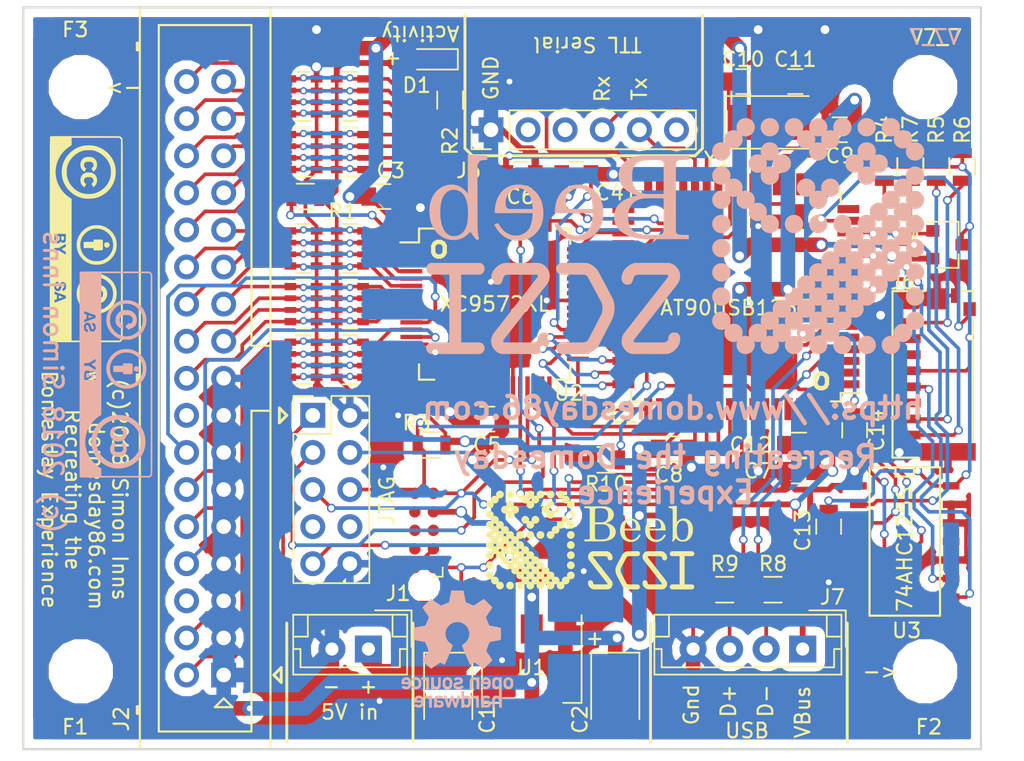
<source format=kicad_pcb>
(kicad_pcb (version 4) (host pcbnew 4.0.7)
  (title_block (title BeebSCSI) (date 2018-05-18) (rev 7_7) (company https://www.domesday86.com) (comment 1 "(c)2018 Simon Inns") (comment 2 "License: Attribution-ShareAlike 4.0 International (CC BY-SA 4.0)"))
  (layers (0 F.Cu signal) (31 B.Cu signal) (34 B.Paste user) (35 F.Paste user) (36 B.SilkS user) (37 F.SilkS user) (38 B.Mask user) (39 F.Mask user) (44 Edge.Cuts user))
  (net 0 "")
  (net 1 +5V)
  (net 2 GND)
  (net 3 +3V3)
  (net 4 "Net-(C10-Pad1)")
  (net 5 "Net-(C11-Pad1)")
  (net 6 "Net-(C12-Pad1)")
  (net 7 VCC)
  (net 8 "Net-(D1-Pad1)")
  (net 9 "/SCSI Drive Emulator/SDCARD_CS0")
  (net 10 "/SCSI Drive Emulator/SDCARD_CLK")
  (net 11 "/SCSI Drive Emulator/SDCARD_MOSI")
  (net 12 "/SCSI Drive Emulator/SDCARD_MISO")
  (net 13 "/SCSI Drive Emulator/SDCARD_POWER")
  (net 14 "/SCSI Drive Emulator/SDCARD_CD")
  (net 15 "/SCSI Drive Emulator/SCSI_~RST")
  (net 16 "/SCSI Drive Emulator/SCSI_~CONF")
  (net 17 "Net-(IC1-Pad27)")
  (net 18 "Net-(IC1-Pad28)")
  (net 19 "Net-(IC1-Pad33)")
  (net 20 "/SCSI Drive Emulator/SCSI_~MSG")
  (net 21 "/SCSI Drive Emulator/SCSI_~BSY")
  (net 22 "/SCSI Drive Emulator/SCSI_~REQ")
  (net 23 "/SCSI Drive Emulator/SCSI_I/~O")
  (net 24 "/SCSI Drive Emulator/SCSI_C/~D")
  (net 25 "/SCSI Drive Emulator/SCSI_INT/~EXT")
  (net 26 "/SCSI Drive Emulator/SCSI_~SEL")
  (net 27 "/SCSI Drive Emulator/SCSI_~ACK")
  (net 28 "/SCSI Drive Emulator/SCSI_D7")
  (net 29 "/SCSI Drive Emulator/SCSI_D6")
  (net 30 "/SCSI Drive Emulator/SCSI_D5")
  (net 31 "/SCSI Drive Emulator/SCSI_D4")
  (net 32 "/SCSI Drive Emulator/SCSI_D3")
  (net 33 "/SCSI Drive Emulator/SCSI_D1")
  (net 34 "/SCSI Drive Emulator/SCSI_D2")
  (net 35 "/SCSI Drive Emulator/SCSI_D0")
  (net 36 /1MHz_Bus/BBC_R/~W)
  (net 37 /1MHz_Bus/BBC_1MHZE)
  (net 38 /1MHz_Bus/BBC_~IRQ)
  (net 39 /1MHz_Bus/BBC_~PGFC)
  (net 40 /1MHz_Bus/~PGFD)
  (net 41 /1MHz_Bus/BBC_~RESET)
  (net 42 /1MHz_Bus/BBC_D0)
  (net 43 /1MHz_Bus/BBC_D1)
  (net 44 /1MHz_Bus/BBC_D2)
  (net 45 /1MHz_Bus/BBC_D3)
  (net 46 /1MHz_Bus/BBC_D4)
  (net 47 /1MHz_Bus/BBC_D5)
  (net 48 /1MHz_Bus/BBC_D6)
  (net 49 /1MHz_Bus/BBC_D7)
  (net 50 /1MHz_Bus/BBC_INT/~EXT)
  (net 51 /1MHz_Bus/BBC_A0)
  (net 52 /1MHz_Bus/BBC_A1)
  (net 53 /1MHz_Bus/BBC_A2)
  (net 54 /1MHz_Bus/BBC_A3)
  (net 55 /1MHz_Bus/BBC_A4)
  (net 56 /1MHz_Bus/BBC_A5)
  (net 57 /1MHz_Bus/BBC_A6)
  (net 58 /1MHz_Bus/BBC_A7)
  (net 59 "Net-(J6-Pad1)")
  (net 60 "Net-(J6-Pad2)")
  (net 61 "Net-(J6-Pad3)")
  (net 62 "Net-(J6-Pad5)")
  (net 63 "Net-(J6-Pad8)")
  (net 64 "/SCSI Drive Emulator/AVR_JTAG_RST")
  (net 65 "/SCSI Drive Emulator/AVR_JTAG_TDI")
  (net 66 "/SCSI Drive Emulator/AVR_JTAG_TDO")
  (net 67 "/SCSI Drive Emulator/AVR_JTAG_TMS")
  (net 68 "/SCSI Drive Emulator/AVR_JTAG_TCK")
  (net 69 "/SCSI Host Adapter/CPLD_JTAG_TDO")
  (net 70 "Net-(C14-Pad1)")
  (net 71 "Net-(IC1-Pad4)")
  (net 72 "Net-(IC1-Pad5)")
  (net 73 "Net-(IC1-Pad58)")
  (net 74 "Net-(J7-Pad2)")
  (net 75 "Net-(J7-Pad3)")
  (module Housings_QFP:TQFP-64_10x10mm_Pitch0.5mm (layer F.Cu) (at 117.094 87.376)
    (fp_text reference U2 (at 5.08 6.096) (layer F.SilkS))
    (fp_text value XC9572XL)
    (pad 1 smd rect (at -5.7 -3.75) (size 1.5 0.3) (layers F.Cu F.Paste F.Mask) (net 50 /1MHz_Bus/BBC_INT/~EXT))
    (pad 2 smd rect (at -5.7 -3.25) (size 1.5 0.3) (layers F.Cu F.Paste F.Mask) (net 49 /1MHz_Bus/BBC_D7))
    (pad 3 smd rect (at -5.7 -2.75) (size 1.5 0.3) (layers F.Cu F.Paste F.Mask) (net 3 +3V3))
    (pad 4 smd rect (at -5.7 -2.25) (size 1.5 0.3) (layers F.Cu F.Paste F.Mask) (net 48 /1MHz_Bus/BBC_D6))
    (pad 5 smd rect (at -5.7 -1.75) (size 1.5 0.3) (layers F.Cu F.Paste F.Mask) (net 47 /1MHz_Bus/BBC_D5))
    (pad 6 smd rect (at -5.7 -1.25) (size 1.5 0.3) (layers F.Cu F.Paste F.Mask) (net 46 /1MHz_Bus/BBC_D4))
    (pad 7 smd rect (at -5.7 -0.75) (size 1.5 0.3) (layers F.Cu F.Paste F.Mask) (net 45 /1MHz_Bus/BBC_D3))
    (pad 8 smd rect (at -5.7 -0.25) (size 1.5 0.3) (layers F.Cu F.Paste F.Mask) (net 44 /1MHz_Bus/BBC_D2))
    (pad 9 smd rect (at -5.7 0.25) (size 1.5 0.3) (layers F.Cu F.Paste F.Mask) (net 43 /1MHz_Bus/BBC_D1))
    (pad 10 smd rect (at -5.7 0.75) (size 1.5 0.3) (layers F.Cu F.Paste F.Mask) (net 42 /1MHz_Bus/BBC_D0))
    (pad 11 smd rect (at -5.7 1.25) (size 1.5 0.3) (layers F.Cu F.Paste F.Mask) (net 41 /1MHz_Bus/BBC_~RESET))
    (pad 12 smd rect (at -5.7 1.75) (size 1.5 0.3) (layers F.Cu F.Paste F.Mask) (net 39 /1MHz_Bus/BBC_~PGFC))
    (pad 13 smd rect (at -5.7 2.25) (size 1.5 0.3) (layers F.Cu F.Paste F.Mask) (net 38 /1MHz_Bus/BBC_~IRQ))
    (pad 14 smd rect (at -5.7 2.75) (size 1.5 0.3) (layers F.Cu F.Paste F.Mask) (net 2 GND))
    (pad 15 smd rect (at -5.7 3.25) (size 1.5 0.3) (layers F.Cu F.Paste F.Mask) (net 37 /1MHz_Bus/BBC_1MHZE))
    (pad 16 smd rect (at -5.7 3.75) (size 1.5 0.3) (layers F.Cu F.Paste F.Mask) (net 36 /1MHz_Bus/BBC_R/~W))
    (pad 17 smd rect (at -3.75 5.7 90) (size 1.5 0.3) (layers F.Cu F.Paste F.Mask) (net 2 GND))
    (pad 18 smd rect (at -3.25 5.7 90) (size 1.5 0.3) (layers F.Cu F.Paste F.Mask) (net 2 GND))
    (pad 19 smd rect (at -2.75 5.7 90) (size 1.5 0.3) (layers F.Cu F.Paste F.Mask) (net 2 GND))
    (pad 20 smd rect (at -2.25 5.7 90) (size 1.5 0.3) (layers F.Cu F.Paste F.Mask) (net 2 GND))
    (pad 21 smd rect (at -1.75 5.7 90) (size 1.5 0.3) (layers F.Cu F.Paste F.Mask) (net 2 GND))
    (pad 22 smd rect (at -1.25 5.7 90) (size 1.5 0.3) (layers F.Cu F.Paste F.Mask) (net 2 GND))
    (pad 23 smd rect (at -0.75 5.7 90) (size 1.5 0.3) (layers F.Cu F.Paste F.Mask) (net 2 GND))
    (pad 24 smd rect (at -0.25 5.7 90) (size 1.5 0.3) (layers F.Cu F.Paste F.Mask) (net 2 GND))
    (pad 25 smd rect (at 0.25 5.7 90) (size 1.5 0.3) (layers F.Cu F.Paste F.Mask) (net 2 GND))
    (pad 26 smd rect (at 0.75 5.7 90) (size 1.5 0.3) (layers F.Cu F.Paste F.Mask) (net 3 +3V3))
    (pad 27 smd rect (at 1.25 5.7 90) (size 1.5 0.3) (layers F.Cu F.Paste F.Mask) (net 2 GND))
    (pad 28 smd rect (at 1.75 5.7 90) (size 1.5 0.3) (layers F.Cu F.Paste F.Mask) (net 66 "/SCSI Drive Emulator/AVR_JTAG_TDO"))
    (pad 29 smd rect (at 2.25 5.7 90) (size 1.5 0.3) (layers F.Cu F.Paste F.Mask) (net 67 "/SCSI Drive Emulator/AVR_JTAG_TMS"))
    (pad 30 smd rect (at 2.75 5.7 90) (size 1.5 0.3) (layers F.Cu F.Paste F.Mask) (net 68 "/SCSI Drive Emulator/AVR_JTAG_TCK"))
    (pad 31 smd rect (at 3.25 5.7 90) (size 1.5 0.3) (layers F.Cu F.Paste F.Mask) (net 35 "/SCSI Drive Emulator/SCSI_D0"))
    (pad 32 smd rect (at 3.75 5.7 90) (size 1.5 0.3) (layers F.Cu F.Paste F.Mask) (net 33 "/SCSI Drive Emulator/SCSI_D1"))
    (pad 33 smd rect (at 5.7 3.75) (size 1.5 0.3) (layers F.Cu F.Paste F.Mask) (net 34 "/SCSI Drive Emulator/SCSI_D2"))
    (pad 34 smd rect (at 5.7 3.25) (size 1.5 0.3) (layers F.Cu F.Paste F.Mask) (net 32 "/SCSI Drive Emulator/SCSI_D3"))
    (pad 35 smd rect (at 5.7 2.75) (size 1.5 0.3) (layers F.Cu F.Paste F.Mask) (net 31 "/SCSI Drive Emulator/SCSI_D4"))
    (pad 36 smd rect (at 5.7 2.25) (size 1.5 0.3) (layers F.Cu F.Paste F.Mask) (net 30 "/SCSI Drive Emulator/SCSI_D5"))
    (pad 37 smd rect (at 5.7 1.75) (size 1.5 0.3) (layers F.Cu F.Paste F.Mask) (net 3 +3V3))
    (pad 38 smd rect (at 5.7 1.25) (size 1.5 0.3) (layers F.Cu F.Paste F.Mask) (net 29 "/SCSI Drive Emulator/SCSI_D6"))
    (pad 39 smd rect (at 5.7 0.75) (size 1.5 0.3) (layers F.Cu F.Paste F.Mask) (net 28 "/SCSI Drive Emulator/SCSI_D7"))
    (pad 40 smd rect (at 5.7 0.25) (size 1.5 0.3) (layers F.Cu F.Paste F.Mask) (net 27 "/SCSI Drive Emulator/SCSI_~ACK"))
    (pad 41 smd rect (at 5.7 -0.25) (size 1.5 0.3) (layers F.Cu F.Paste F.Mask) (net 2 GND))
    (pad 42 smd rect (at 5.7 -0.75) (size 1.5 0.3) (layers F.Cu F.Paste F.Mask) (net 26 "/SCSI Drive Emulator/SCSI_~SEL"))
    (pad 43 smd rect (at 5.7 -1.25) (size 1.5 0.3) (layers F.Cu F.Paste F.Mask) (net 25 "/SCSI Drive Emulator/SCSI_INT/~EXT"))
    (pad 44 smd rect (at 5.7 -1.75) (size 1.5 0.3) (layers F.Cu F.Paste F.Mask) (net 24 "/SCSI Drive Emulator/SCSI_C/~D"))
    (pad 45 smd rect (at 5.7 -2.25) (size 1.5 0.3) (layers F.Cu F.Paste F.Mask) (net 23 "/SCSI Drive Emulator/SCSI_I/~O"))
    (pad 46 smd rect (at 5.7 -2.75) (size 1.5 0.3) (layers F.Cu F.Paste F.Mask) (net 22 "/SCSI Drive Emulator/SCSI_~REQ"))
    (pad 47 smd rect (at 5.7 -3.25) (size 1.5 0.3) (layers F.Cu F.Paste F.Mask) (net 21 "/SCSI Drive Emulator/SCSI_~BSY"))
    (pad 48 smd rect (at 5.7 -3.75) (size 1.5 0.3) (layers F.Cu F.Paste F.Mask) (net 20 "/SCSI Drive Emulator/SCSI_~MSG"))
    (pad 49 smd rect (at 3.75 -5.7 90) (size 1.5 0.3) (layers F.Cu F.Paste F.Mask) (net 15 "/SCSI Drive Emulator/SCSI_~RST"))
    (pad 50 smd rect (at 3.25 -5.7 90) (size 1.5 0.3) (layers F.Cu F.Paste F.Mask) (net 16 "/SCSI Drive Emulator/SCSI_~CONF"))
    (pad 51 smd rect (at 2.75 -5.7 90) (size 1.5 0.3) (layers F.Cu F.Paste F.Mask) (net 2 GND))
    (pad 52 smd rect (at 2.25 -5.7 90) (size 1.5 0.3) (layers F.Cu F.Paste F.Mask) (net 2 GND))
    (pad 53 smd rect (at 1.75 -5.7 90) (size 1.5 0.3) (layers F.Cu F.Paste F.Mask) (net 69 "/SCSI Host Adapter/CPLD_JTAG_TDO"))
    (pad 54 smd rect (at 1.25 -5.7 90) (size 1.5 0.3) (layers F.Cu F.Paste F.Mask) (net 2 GND))
    (pad 55 smd rect (at 0.75 -5.7 90) (size 1.5 0.3) (layers F.Cu F.Paste F.Mask) (net 3 +3V3))
    (pad 56 smd rect (at 0.25 -5.7 90) (size 1.5 0.3) (layers F.Cu F.Paste F.Mask) (net 2 GND))
    (pad 57 smd rect (at -0.25 -5.7 90) (size 1.5 0.3) (layers F.Cu F.Paste F.Mask) (net 58 /1MHz_Bus/BBC_A7))
    (pad 58 smd rect (at -0.75 -5.7 90) (size 1.5 0.3) (layers F.Cu F.Paste F.Mask) (net 57 /1MHz_Bus/BBC_A6))
    (pad 59 smd rect (at -1.25 -5.7 90) (size 1.5 0.3) (layers F.Cu F.Paste F.Mask) (net 56 /1MHz_Bus/BBC_A5))
    (pad 60 smd rect (at -1.75 -5.7 90) (size 1.5 0.3) (layers F.Cu F.Paste F.Mask) (net 55 /1MHz_Bus/BBC_A4))
    (pad 61 smd rect (at -2.25 -5.7 90) (size 1.5 0.3) (layers F.Cu F.Paste F.Mask) (net 54 /1MHz_Bus/BBC_A3))
    (pad 62 smd rect (at -2.75 -5.7 90) (size 1.5 0.3) (layers F.Cu F.Paste F.Mask) (net 53 /1MHz_Bus/BBC_A2))
    (pad 63 smd rect (at -3.25 -5.7 90) (size 1.5 0.3) (layers F.Cu F.Paste F.Mask) (net 52 /1MHz_Bus/BBC_A1))
    (pad 64 smd rect (at -3.75 -5.7 90) (size 1.5 0.3) (layers F.Cu F.Paste F.Mask) (net 51 /1MHz_Bus/BBC_A0))
  )
  (module Crystals:Crystal_SMD_5032-2pin_5.0x3.2mm (layer F.Cu) (at 135.89 74.93)
    (fp_text reference Y1 (at -3.556 2.54) (layer F.SilkS))
    (fp_text value "16MHz Crystal")
    (pad 1 smd rect (at -1.85 0) (size 2 2.4) (layers F.Cu F.Paste F.Mask) (net 4 "Net-(C10-Pad1)"))
    (pad 2 smd rect (at 1.85 0) (size 2 2.4) (layers F.Cu F.Paste F.Mask) (net 5 "Net-(C11-Pad1)"))
  )
  (module Mounting_Holes:MountingHole_3.2mm_M3 (layer F.Cu) (at 88.773 112.522)
    (fp_text reference MK4 hide)
    (fp_text value Mounting_Hole)
    (pad 1 np_thru_hole circle (at 0 0) (size 3.2 3.2) (drill 3.2) (layers *.Cu *.Mask))
  )
  (module Mounting_Holes:MountingHole_3.2mm_M3 (layer F.Cu) (at 146.558 112.522)
    (fp_text reference MK2 hide)
    (fp_text value Mounting_Hole)
    (pad 1 np_thru_hole circle (at 0 0) (size 3.2 3.2) (drill 3.2) (layers *.Cu *.Mask))
  )
  (module Capacitors_Tantalum_SMD:CP_Tantalum_Case-B_EIA-3528-21_Reflow (layer F.Cu) (at 113.919 114.046 270)
    (fp_text reference C1 (at 1.778 -2.667 450) (layer F.SilkS))
    (fp_text value "10uF Tant")
    (pad 1 smd rect (at -1.525 0 270) (size 1.95 2.5) (layers F.Cu F.Paste F.Mask) (net 1 +5V))
    (pad 2 smd rect (at 1.525 0 270) (size 1.95 2.5) (layers F.Cu F.Paste F.Mask) (net 2 GND))
  )
  (module Capacitors_Tantalum_SMD:CP_Tantalum_Case-B_EIA-3528-21_Reflow (layer F.Cu) (at 125.349 114.046 270)
    (fp_text reference C2 (at 1.778 2.413 270) (layer F.SilkS))
    (fp_text value "10uF Tant")
    (pad 1 smd rect (at -1.525 0 270) (size 1.95 2.5) (layers F.Cu F.Paste F.Mask) (net 3 +3V3))
    (pad 2 smd rect (at 1.525 0 270) (size 1.95 2.5) (layers F.Cu F.Paste F.Mask) (net 2 GND))
  )
  (module Capacitors_SMD:C_0805 (layer F.Cu) (at 109.474 80.01)
    (fp_text reference C3 (at 0.508 -1.778) (layer F.SilkS))
    (fp_text value 100nF)
    (pad 1 smd rect (at -1 0) (size 1 1.25) (layers F.Cu F.Paste F.Mask) (net 3 +3V3))
    (pad 2 smd rect (at 1 0) (size 1 1.25) (layers F.Cu F.Paste F.Mask) (net 2 GND))
  )
  (module Capacitors_SMD:C_0805 (layer F.Cu) (at 122.682 78.486 180)
    (fp_text reference C4 (at -2.286 -1.27 180) (layer F.SilkS))
    (fp_text value 100nF)
    (pad 1 smd rect (at -1 0 180) (size 1 1.25) (layers F.Cu F.Paste F.Mask) (net 3 +3V3))
    (pad 2 smd rect (at 1 0 180) (size 1 1.25) (layers F.Cu F.Paste F.Mask) (net 2 GND))
  )
  (module Capacitors_SMD:C_0805 (layer F.Cu) (at 116.586 95.25 180)
    (fp_text reference C5 (at 0 -1.778 180) (layer F.SilkS))
    (fp_text value 100nF)
    (pad 1 smd rect (at -1 0 180) (size 1 1.25) (layers F.Cu F.Paste F.Mask) (net 3 +3V3))
    (pad 2 smd rect (at 1 0 180) (size 1 1.25) (layers F.Cu F.Paste F.Mask) (net 2 GND))
  )
  (module Capacitors_SMD:C_0805 (layer F.Cu) (at 118.872 78.486)
    (fp_text reference C6 (at 0 1.524) (layer F.SilkS))
    (fp_text value 100nF)
    (pad 1 smd rect (at -1 0) (size 1 1.25) (layers F.Cu F.Paste F.Mask) (net 3 +3V3))
    (pad 2 smd rect (at 1 0) (size 1 1.25) (layers F.Cu F.Paste F.Mask) (net 2 GND))
  )
  (module Capacitors_SMD:C_0805 (layer F.Cu) (at 137.922 98.806 180)
    (fp_text reference C7 (at 2.794 0 180) (layer F.SilkS))
    (fp_text value 100nF)
    (pad 1 smd rect (at -1 0 180) (size 1 1.25) (layers F.Cu F.Paste F.Mask) (net 1 +5V))
    (pad 2 smd rect (at 1 0 180) (size 1 1.25) (layers F.Cu F.Paste F.Mask) (net 2 GND))
  )
  (module Capacitors_SMD:C_0805 (layer F.Cu) (at 129.286 97.282)
    (fp_text reference C8 (at -0.254 1.778) (layer F.SilkS))
    (fp_text value 100nF)
    (pad 1 smd rect (at -1 0) (size 1 1.25) (layers F.Cu F.Paste F.Mask) (net 1 +5V))
    (pad 2 smd rect (at 1 0) (size 1 1.25) (layers F.Cu F.Paste F.Mask) (net 2 GND))
  )
  (module Capacitors_SMD:C_0805 (layer F.Cu) (at 140.716 75.438 180)
    (fp_text reference C9 (at 0 -1.778 180) (layer F.SilkS))
    (fp_text value 100nF)
    (pad 1 smd rect (at -1 0 180) (size 1 1.25) (layers F.Cu F.Paste F.Mask) (net 1 +5V))
    (pad 2 smd rect (at 1 0 180) (size 1 1.25) (layers F.Cu F.Paste F.Mask) (net 2 GND))
  )
  (module Capacitors_SMD:C_0805 (layer F.Cu) (at 134.112 72.136)
    (fp_text reference C10 (at 0 -1.524) (layer F.SilkS))
    (fp_text value 22pF)
    (pad 1 smd rect (at -1 0) (size 1 1.25) (layers F.Cu F.Paste F.Mask) (net 4 "Net-(C10-Pad1)"))
    (pad 2 smd rect (at 1 0) (size 1 1.25) (layers F.Cu F.Paste F.Mask) (net 2 GND))
  )
  (module Capacitors_SMD:C_0805 (layer F.Cu) (at 137.668 72.136 180)
    (fp_text reference C11 (at 0 1.524 180) (layer F.SilkS))
    (fp_text value 22pF)
    (pad 1 smd rect (at -1 0 180) (size 1 1.25) (layers F.Cu F.Paste F.Mask) (net 5 "Net-(C11-Pad1)"))
    (pad 2 smd rect (at 1 0 180) (size 1 1.25) (layers F.Cu F.Paste F.Mask) (net 2 GND))
  )
  (module Capacitors_SMD:C_0805 (layer F.Cu) (at 137.922 97.028)
    (fp_text reference C12 (at -3.302 0) (layer F.SilkS))
    (fp_text value 100nF)
    (pad 1 smd rect (at -1 0) (size 1 1.25) (layers F.Cu F.Paste F.Mask) (net 6 "Net-(C12-Pad1)"))
    (pad 2 smd rect (at 1 0) (size 1 1.25) (layers F.Cu F.Paste F.Mask) (net 2 GND))
  )
  (module Capacitors_SMD:C_0805 (layer F.Cu) (at 139.954 102.616 270)
    (fp_text reference C13 (at 0.254 1.778 270) (layer F.SilkS))
    (fp_text value 1uF)
    (pad 1 smd rect (at -1 0 270) (size 1 1.25) (layers F.Cu F.Paste F.Mask) (net 7 VCC))
    (pad 2 smd rect (at 1 0 270) (size 1 1.25) (layers F.Cu F.Paste F.Mask) (net 2 GND))
  )
  (module LEDs:LED_0805 (layer F.Cu) (at 112.776 70.612 180)
    (fp_text reference D1 (at 1.016 -1.778 180) (layer F.SilkS))
    (fp_text value "Status LED")
    (pad 2 smd rect (at 1.1 0) (size 1.2 1.2) (layers F.Cu F.Paste F.Mask) (net 1 +5V))
    (pad 1 smd rect (at -1.1 0) (size 1.2 1.2) (layers F.Cu F.Paste F.Mask) (net 8 "Net-(D1-Pad1)"))
  )
  (module Housings_QFP:TQFP-64_14x14mm_Pitch0.8mm (layer F.Cu) (at 133.604 86.868 180)
    (fp_text reference IC1 (at 7.874 -8.128 180) (layer F.SilkS))
    (fp_text value AT90USB1287)
    (pad 1 smd rect (at -7.7 -6 180) (size 1.5 0.55) (layers F.Cu F.Paste F.Mask))
    (pad 2 smd rect (at -7.7 -5.2 180) (size 1.5 0.55) (layers F.Cu F.Paste F.Mask))
    (pad 3 smd rect (at -7.7 -4.4 180) (size 1.5 0.55) (layers F.Cu F.Paste F.Mask) (net 1 +5V))
    (pad 4 smd rect (at -7.7 -3.6 180) (size 1.5 0.55) (layers F.Cu F.Paste F.Mask) (net 71 "Net-(IC1-Pad4)"))
    (pad 5 smd rect (at -7.7 -2.8 180) (size 1.5 0.55) (layers F.Cu F.Paste F.Mask) (net 72 "Net-(IC1-Pad5)"))
    (pad 6 smd rect (at -7.7 -2 180) (size 1.5 0.55) (layers F.Cu F.Paste F.Mask) (net 2 GND))
    (pad 7 smd rect (at -7.7 -1.2 180) (size 1.5 0.55) (layers F.Cu F.Paste F.Mask) (net 70 "Net-(C14-Pad1)"))
    (pad 8 smd rect (at -7.7 -0.4 180) (size 1.5 0.55) (layers F.Cu F.Paste F.Mask) (net 1 +5V))
    (pad 9 smd rect (at -7.7 0.4 180) (size 1.5 0.55) (layers F.Cu F.Paste F.Mask))
    (pad 10 smd rect (at -7.7 1.2 180) (size 1.5 0.55) (layers F.Cu F.Paste F.Mask) (net 9 "/SCSI Drive Emulator/SDCARD_CS0"))
    (pad 11 smd rect (at -7.7 2 180) (size 1.5 0.55) (layers F.Cu F.Paste F.Mask) (net 10 "/SCSI Drive Emulator/SDCARD_CLK"))
    (pad 12 smd rect (at -7.7 2.8 180) (size 1.5 0.55) (layers F.Cu F.Paste F.Mask) (net 11 "/SCSI Drive Emulator/SDCARD_MOSI"))
    (pad 13 smd rect (at -7.7 3.6 180) (size 1.5 0.55) (layers F.Cu F.Paste F.Mask) (net 12 "/SCSI Drive Emulator/SDCARD_MISO"))
    (pad 14 smd rect (at -7.7 4.4 180) (size 1.5 0.55) (layers F.Cu F.Paste F.Mask) (net 13 "/SCSI Drive Emulator/SDCARD_POWER"))
    (pad 15 smd rect (at -7.7 5.2 180) (size 1.5 0.55) (layers F.Cu F.Paste F.Mask) (net 14 "/SCSI Drive Emulator/SDCARD_CD"))
    (pad 16 smd rect (at -7.7 6 180) (size 1.5 0.55) (layers F.Cu F.Paste F.Mask))
    (pad 17 smd rect (at -6 7.7 270) (size 1.5 0.55) (layers F.Cu F.Paste F.Mask))
    (pad 18 smd rect (at -5.2 7.7 270) (size 1.5 0.55) (layers F.Cu F.Paste F.Mask))
    (pad 19 smd rect (at -4.4 7.7 270) (size 1.5 0.55) (layers F.Cu F.Paste F.Mask))
    (pad 20 smd rect (at -3.6 7.7 270) (size 1.5 0.55) (layers F.Cu F.Paste F.Mask) (net 64 "/SCSI Drive Emulator/AVR_JTAG_RST"))
    (pad 21 smd rect (at -2.8 7.7 270) (size 1.5 0.55) (layers F.Cu F.Paste F.Mask) (net 1 +5V))
    (pad 22 smd rect (at -2 7.7 270) (size 1.5 0.55) (layers F.Cu F.Paste F.Mask) (net 2 GND))
    (pad 23 smd rect (at -1.2 7.7 270) (size 1.5 0.55) (layers F.Cu F.Paste F.Mask) (net 5 "Net-(C11-Pad1)"))
    (pad 24 smd rect (at -0.4 7.7 270) (size 1.5 0.55) (layers F.Cu F.Paste F.Mask) (net 4 "Net-(C10-Pad1)"))
    (pad 25 smd rect (at 0.4 7.7 270) (size 1.5 0.55) (layers F.Cu F.Paste F.Mask) (net 15 "/SCSI Drive Emulator/SCSI_~RST"))
    (pad 26 smd rect (at 1.2 7.7 270) (size 1.5 0.55) (layers F.Cu F.Paste F.Mask) (net 16 "/SCSI Drive Emulator/SCSI_~CONF"))
    (pad 27 smd rect (at 2 7.7 270) (size 1.5 0.55) (layers F.Cu F.Paste F.Mask) (net 17 "Net-(IC1-Pad27)"))
    (pad 28 smd rect (at 2.8 7.7 270) (size 1.5 0.55) (layers F.Cu F.Paste F.Mask) (net 18 "Net-(IC1-Pad28)"))
    (pad 29 smd rect (at 3.6 7.7 270) (size 1.5 0.55) (layers F.Cu F.Paste F.Mask))
    (pad 30 smd rect (at 4.4 7.7 270) (size 1.5 0.55) (layers F.Cu F.Paste F.Mask))
    (pad 31 smd rect (at 5.2 7.7 270) (size 1.5 0.55) (layers F.Cu F.Paste F.Mask))
    (pad 32 smd rect (at 6 7.7 270) (size 1.5 0.55) (layers F.Cu F.Paste F.Mask))
    (pad 33 smd rect (at 7.7 6 180) (size 1.5 0.55) (layers F.Cu F.Paste F.Mask) (net 19 "Net-(IC1-Pad33)"))
    (pad 34 smd rect (at 7.7 5.2 180) (size 1.5 0.55) (layers F.Cu F.Paste F.Mask))
    (pad 35 smd rect (at 7.7 4.4 180) (size 1.5 0.55) (layers F.Cu F.Paste F.Mask) (net 20 "/SCSI Drive Emulator/SCSI_~MSG"))
    (pad 36 smd rect (at 7.7 3.6 180) (size 1.5 0.55) (layers F.Cu F.Paste F.Mask) (net 21 "/SCSI Drive Emulator/SCSI_~BSY"))
    (pad 37 smd rect (at 7.7 2.8 180) (size 1.5 0.55) (layers F.Cu F.Paste F.Mask) (net 22 "/SCSI Drive Emulator/SCSI_~REQ"))
    (pad 38 smd rect (at 7.7 2 180) (size 1.5 0.55) (layers F.Cu F.Paste F.Mask) (net 23 "/SCSI Drive Emulator/SCSI_I/~O"))
    (pad 39 smd rect (at 7.7 1.2 180) (size 1.5 0.55) (layers F.Cu F.Paste F.Mask) (net 24 "/SCSI Drive Emulator/SCSI_C/~D"))
    (pad 40 smd rect (at 7.7 0.4 180) (size 1.5 0.55) (layers F.Cu F.Paste F.Mask) (net 25 "/SCSI Drive Emulator/SCSI_INT/~EXT"))
    (pad 41 smd rect (at 7.7 -0.4 180) (size 1.5 0.55) (layers F.Cu F.Paste F.Mask) (net 26 "/SCSI Drive Emulator/SCSI_~SEL"))
    (pad 42 smd rect (at 7.7 -1.2 180) (size 1.5 0.55) (layers F.Cu F.Paste F.Mask) (net 27 "/SCSI Drive Emulator/SCSI_~ACK"))
    (pad 43 smd rect (at 7.7 -2 180) (size 1.5 0.55) (layers F.Cu F.Paste F.Mask))
    (pad 44 smd rect (at 7.7 -2.8 180) (size 1.5 0.55) (layers F.Cu F.Paste F.Mask) (net 28 "/SCSI Drive Emulator/SCSI_D7"))
    (pad 45 smd rect (at 7.7 -3.6 180) (size 1.5 0.55) (layers F.Cu F.Paste F.Mask) (net 29 "/SCSI Drive Emulator/SCSI_D6"))
    (pad 46 smd rect (at 7.7 -4.4 180) (size 1.5 0.55) (layers F.Cu F.Paste F.Mask) (net 30 "/SCSI Drive Emulator/SCSI_D5"))
    (pad 47 smd rect (at 7.7 -5.2 180) (size 1.5 0.55) (layers F.Cu F.Paste F.Mask) (net 31 "/SCSI Drive Emulator/SCSI_D4"))
    (pad 48 smd rect (at 7.7 -6 180) (size 1.5 0.55) (layers F.Cu F.Paste F.Mask) (net 32 "/SCSI Drive Emulator/SCSI_D3"))
    (pad 49 smd rect (at 6 -7.7 270) (size 1.5 0.55) (layers F.Cu F.Paste F.Mask) (net 34 "/SCSI Drive Emulator/SCSI_D2"))
    (pad 50 smd rect (at 5.2 -7.7 270) (size 1.5 0.55) (layers F.Cu F.Paste F.Mask) (net 33 "/SCSI Drive Emulator/SCSI_D1"))
    (pad 51 smd rect (at 4.4 -7.7 270) (size 1.5 0.55) (layers F.Cu F.Paste F.Mask) (net 35 "/SCSI Drive Emulator/SCSI_D0"))
    (pad 52 smd rect (at 3.6 -7.7 270) (size 1.5 0.55) (layers F.Cu F.Paste F.Mask) (net 1 +5V))
    (pad 53 smd rect (at 2.8 -7.7 270) (size 1.5 0.55) (layers F.Cu F.Paste F.Mask) (net 2 GND))
    (pad 54 smd rect (at 2 -7.7 270) (size 1.5 0.55) (layers F.Cu F.Paste F.Mask) (net 65 "/SCSI Drive Emulator/AVR_JTAG_TDI"))
    (pad 55 smd rect (at 1.2 -7.7 270) (size 1.5 0.55) (layers F.Cu F.Paste F.Mask) (net 66 "/SCSI Drive Emulator/AVR_JTAG_TDO"))
    (pad 56 smd rect (at 0.4 -7.7 270) (size 1.5 0.55) (layers F.Cu F.Paste F.Mask) (net 67 "/SCSI Drive Emulator/AVR_JTAG_TMS"))
    (pad 57 smd rect (at -0.4 -7.7 270) (size 1.5 0.55) (layers F.Cu F.Paste F.Mask) (net 68 "/SCSI Drive Emulator/AVR_JTAG_TCK"))
    (pad 58 smd rect (at -1.2 -7.7 270) (size 1.5 0.55) (layers F.Cu F.Paste F.Mask) (net 73 "Net-(IC1-Pad58)"))
    (pad 59 smd rect (at -2 -7.7 270) (size 1.5 0.55) (layers F.Cu F.Paste F.Mask))
    (pad 60 smd rect (at -2.8 -7.7 270) (size 1.5 0.55) (layers F.Cu F.Paste F.Mask))
    (pad 61 smd rect (at -3.6 -7.7 270) (size 1.5 0.55) (layers F.Cu F.Paste F.Mask))
    (pad 62 smd rect (at -4.4 -7.7 270) (size 1.5 0.55) (layers F.Cu F.Paste F.Mask) (net 6 "Net-(C12-Pad1)"))
    (pad 63 smd rect (at -5.2 -7.7 270) (size 1.5 0.55) (layers F.Cu F.Paste F.Mask) (net 2 GND))
    (pad 64 smd rect (at -6 -7.7 270) (size 1.5 0.55) (layers F.Cu F.Paste F.Mask) (net 1 +5V))
  )
  (module TO_SOT_Packages_SMD:SOT-23 (layer F.Cu) (at 148.082 83.312)
    (fp_text reference Q1 (at -2.54 -1.27 270) (layer F.SilkS))
    (fp_text value ZXMP3A13FTA)
    (pad 1 smd rect (at -1 -0.95) (size 0.9 0.8) (layers F.Cu F.Paste F.Mask) (net 13 "/SCSI Drive Emulator/SDCARD_POWER"))
    (pad 2 smd rect (at -1 0.95) (size 0.9 0.8) (layers F.Cu F.Paste F.Mask) (net 3 +3V3))
    (pad 3 smd rect (at 1 0) (size 0.9 0.8) (layers F.Cu F.Paste F.Mask) (net 7 VCC))
  )
  (module Resistors_SMD:R_0805 (layer F.Cu) (at 104.14 80.01 180)
    (fp_text reference R1 (at -2.54 -1.016 180) (layer F.SilkS))
    (fp_text value 2K2)
    (pad 1 smd rect (at -0.95 0 180) (size 0.7 1.3) (layers F.Cu F.Paste F.Mask) (net 1 +5V))
    (pad 2 smd rect (at 0.95 0 180) (size 0.7 1.3) (layers F.Cu F.Paste F.Mask) (net 50 /1MHz_Bus/BBC_INT/~EXT))
  )
  (module Resistors_SMD:R_0805 (layer F.Cu) (at 114.046 73.406 90)
    (fp_text reference R2 (at -2.794 0 90) (layer F.SilkS))
    (fp_text value 470R)
    (pad 1 smd rect (at -0.95 0 90) (size 0.7 1.3) (layers F.Cu F.Paste F.Mask) (net 19 "Net-(IC1-Pad33)"))
    (pad 2 smd rect (at 0.95 0 90) (size 0.7 1.3) (layers F.Cu F.Paste F.Mask) (net 8 "Net-(D1-Pad1)"))
  )
  (module Resistors_SMD:R_0805 (layer F.Cu) (at 112.776 97.028 180)
    (fp_text reference R3 (at 1.016 1.524 180) (layer F.SilkS))
    (fp_text value 10K)
    (pad 1 smd rect (at -0.95 0 180) (size 0.7 1.3) (layers F.Cu F.Paste F.Mask) (net 1 +5V))
    (pad 2 smd rect (at 0.95 0 180) (size 0.7 1.3) (layers F.Cu F.Paste F.Mask) (net 64 "/SCSI Drive Emulator/AVR_JTAG_RST"))
  )
  (module Resistors_SMD:R_0805 (layer F.Cu) (at 143.764 77.978 270)
    (fp_text reference R4 (at -2.54 0 270) (layer F.SilkS))
    (fp_text value 47K)
    (pad 1 smd rect (at -0.95 0 270) (size 0.7 1.3) (layers F.Cu F.Paste F.Mask) (net 7 VCC))
    (pad 2 smd rect (at 0.95 0 270) (size 0.7 1.3) (layers F.Cu F.Paste F.Mask) (net 12 "/SCSI Drive Emulator/SDCARD_MISO"))
  )
  (module Resistors_SMD:R_0805 (layer F.Cu) (at 147.32 77.978 270)
    (fp_text reference R5 (at -2.54 0 270) (layer F.SilkS))
    (fp_text value 47K)
    (pad 1 smd rect (at -0.95 0 270) (size 0.7 1.3) (layers F.Cu F.Paste F.Mask) (net 7 VCC))
    (pad 2 smd rect (at 0.95 0 270) (size 0.7 1.3) (layers F.Cu F.Paste F.Mask) (net 63 "Net-(J6-Pad8)"))
  )
  (module Resistors_SMD:R_0805 (layer F.Cu) (at 149.098 77.978 270)
    (fp_text reference R6 (at -2.54 0 270) (layer F.SilkS))
    (fp_text value 47K)
    (pad 1 smd rect (at -0.95 0 270) (size 0.7 1.3) (layers F.Cu F.Paste F.Mask) (net 7 VCC))
    (pad 2 smd rect (at 0.95 0 270) (size 0.7 1.3) (layers F.Cu F.Paste F.Mask) (net 59 "Net-(J6-Pad1)"))
  )
  (module Resistors_SMD:R_0805 (layer F.Cu) (at 145.542 77.978 270)
    (fp_text reference R7 (at -2.54 0 270) (layer F.SilkS))
    (fp_text value 47K)
    (pad 1 smd rect (at -0.95 0 270) (size 0.7 1.3) (layers F.Cu F.Paste F.Mask) (net 1 +5V))
    (pad 2 smd rect (at 0.95 0 270) (size 0.7 1.3) (layers F.Cu F.Paste F.Mask) (net 13 "/SCSI Drive Emulator/SDCARD_POWER"))
  )
  (module TO_SOT_Packages_SMD:SOT-223-3_TabPin2 (layer F.Cu) (at 119.634 112.776 270)
    (fp_text reference U1 (at -0.508 0 360) (layer F.SilkS))
    (fp_text value LM1117-3.3)
    (pad 2 smd rect (at 3.15 0 270) (size 2 3.8) (layers F.Cu F.Paste F.Mask) (net 3 +3V3))
    (pad 2 smd rect (at -3.15 0 270) (size 2 1.5) (layers F.Cu F.Paste F.Mask) (net 3 +3V3))
    (pad 3 smd rect (at -3.15 2.3 270) (size 2 1.5) (layers F.Cu F.Paste F.Mask) (net 1 +5V))
    (pad 1 smd rect (at -3.15 -2.3 270) (size 2 1.5) (layers F.Cu F.Paste F.Mask) (net 2 GND))
  )
  (module SMD_Packages:SOIC-14_N (layer F.Cu) (at 145.288 103.632 270)
    (fp_text reference U3 (at 6.096 0 360) (layer F.SilkS))
    (fp_text value 74AHC125S)
    (pad 1 smd rect (at -3.81 3.302 270) (size 0.508 1.143) (layers F.Cu F.Paste F.Mask) (net 2 GND))
    (pad 2 smd rect (at -2.54 3.302 270) (size 0.508 1.143) (layers F.Cu F.Paste F.Mask) (net 9 "/SCSI Drive Emulator/SDCARD_CS0"))
    (pad 3 smd rect (at -1.27 3.302 270) (size 0.508 1.143) (layers F.Cu F.Paste F.Mask) (net 60 "Net-(J6-Pad2)"))
    (pad 4 smd rect (at 0 3.302 270) (size 0.508 1.143) (layers F.Cu F.Paste F.Mask) (net 2 GND))
    (pad 5 smd rect (at 1.27 3.302 270) (size 0.508 1.143) (layers F.Cu F.Paste F.Mask) (net 11 "/SCSI Drive Emulator/SDCARD_MOSI"))
    (pad 6 smd rect (at 2.54 3.302 270) (size 0.508 1.143) (layers F.Cu F.Paste F.Mask) (net 61 "Net-(J6-Pad3)"))
    (pad 7 smd rect (at 3.81 3.302 270) (size 0.508 1.143) (layers F.Cu F.Paste F.Mask) (net 2 GND))
    (pad 8 smd rect (at 3.81 -3.048 270) (size 0.508 1.143) (layers F.Cu F.Paste F.Mask) (net 62 "Net-(J6-Pad5)"))
    (pad 9 smd rect (at 2.54 -3.048 270) (size 0.508 1.143) (layers F.Cu F.Paste F.Mask) (net 10 "/SCSI Drive Emulator/SDCARD_CLK"))
    (pad 11 smd rect (at 0 -3.048 270) (size 0.508 1.143) (layers F.Cu F.Paste F.Mask))
    (pad 12 smd rect (at -1.27 -3.048 270) (size 0.508 1.143) (layers F.Cu F.Paste F.Mask) (net 2 GND))
    (pad 13 smd rect (at -2.54 -3.048 270) (size 0.508 1.143) (layers F.Cu F.Paste F.Mask) (net 2 GND))
    (pad 14 smd rect (at -3.81 -3.048 270) (size 0.508 1.143) (layers F.Cu F.Paste F.Mask) (net 7 VCC))
    (pad 10 smd rect (at 1.27 -3.048 270) (size 0.508 1.143) (layers F.Cu F.Paste F.Mask) (net 2 GND))
  )
  (module Mounting_Holes:MountingHole_3.2mm_M3 (layer F.Cu) (at 146.558 72.517)
    (fp_text reference MK1 hide)
    (fp_text value Mounting_Hole)
    (pad 1 np_thru_hole circle (at 0 0) (size 3.2 3.2) (drill 3.2) (layers *.Cu *.Mask))
  )
  (module Mounting_Holes:MountingHole_3.2mm_M3 (layer F.Cu) (at 88.773 72.517)
    (fp_text reference MK3 hide)
    (fp_text value Mounting_Hole)
    (pad 1 np_thru_hole circle (at 0 0) (size 3.2 3.2) (drill 3.2) (layers *.Cu *.Mask))
  )
  (module Molex-47309-3751:microSD_Holder_Molex-47309-3751 (layer F.Cu) (at 147.066 92.202 90)
    (fp_text reference J6 (at 6.35 -2.032 180) (layer F.SilkS))
    (fp_text value Micro_SD_Card_Det)
    (pad 1 smd rect (at 3.5604 -1.4432 90) (size 0.6 1.25) (layers F.Cu F.Paste F.Mask) (net 59 "Net-(J6-Pad1)"))
    (pad 2 smd rect (at 2.4604 -1.4432 90) (size 0.6 1.25) (layers F.Cu F.Paste F.Mask) (net 60 "Net-(J6-Pad2)"))
    (pad 3 smd rect (at 1.3604 -1.4432 90) (size 0.6 1.25) (layers F.Cu F.Paste F.Mask) (net 61 "Net-(J6-Pad3)"))
    (pad 4 smd rect (at 0.2604 -1.4432 90) (size 0.6 1.25) (layers F.Cu F.Paste F.Mask) (net 7 VCC))
    (pad 5 smd rect (at -0.8396 -1.4432 90) (size 0.6 1.25) (layers F.Cu F.Paste F.Mask) (net 62 "Net-(J6-Pad5)"))
    (pad 6 smd rect (at -1.9396 -1.4432 90) (size 0.6 1.25) (layers F.Cu F.Paste F.Mask) (net 2 GND))
    (pad 7 smd rect (at -3.0396 -1.4432 90) (size 0.6 1.25) (layers F.Cu F.Paste F.Mask) (net 12 "/SCSI Drive Emulator/SDCARD_MISO"))
    (pad 8 smd rect (at -4.1396 -1.4432 90) (size 0.6 1.25) (layers F.Cu F.Paste F.Mask) (net 63 "Net-(J6-Pad8)"))
    (pad 11 smd rect (at -5.2896 1.0568 90) (size 1.2 3.79) (layers F.Cu F.Paste F.Mask) (net 2 GND))
    (pad 11 smd rect (at 5.1854 0.3068 90) (size 1.45 1.4) (layers F.Cu F.Paste F.Mask) (net 2 GND))
    (pad 9 smd rect (at 5.4104 1.5568 90) (size 1 0.6) (layers F.Cu F.Paste F.Mask) (net 2 GND))
    (pad 10 smd rect (at 4.4854 2.5318 90) (size 0.95 0.85) (layers F.Cu F.Paste F.Mask) (net 14 "/SCSI Drive Emulator/SDCARD_CD"))
  )
  (module Fiducials:Fiducial_0.5mm_Dia_1mm_Outer (layer F.Cu) (at 86.36 116.332)
    (fp_text reference F1 (at 2.032 0) (layer F.SilkS))
    (fp_text value Fiducial)
    (pad ~ smd circle (at 0 0) (size 0.5 0.5) (layers F.Cu F.Mask) (clearance 0.25))
  )
  (module Fiducials:Fiducial_0.5mm_Dia_1mm_Outer (layer F.Cu) (at 148.844 116.332)
    (fp_text reference F2 (at -2.032 0) (layer F.SilkS))
    (fp_text value Fiducial)
    (pad ~ smd circle (at 0 0) (size 0.5 0.5) (layers F.Cu F.Mask) (clearance 0.25))
  )
  (module Fiducials:Fiducial_0.5mm_Dia_1mm_Outer (layer F.Cu) (at 86.36 68.58)
    (fp_text reference F3 (at 2.032 0) (layer F.SilkS))
    (fp_text value Fiducial)
    (pad ~ smd circle (at 0 0) (size 0.5 0.5) (layers F.Cu F.Mask) (clearance 0.25))
  )
  (module Pin_Headers:Pin_Header_Straight_2x05_Pitch2.54mm (layer F.Cu) (at 104.648 94.996)
    (fp_text reference J3 hide)
    (fp_text value JTAG-IDC)
    (pad 1 thru_hole rect (at 0 0) (size 1.7 1.7) (drill 1) (layers *.Cu *.Mask) (net 68 "/SCSI Drive Emulator/AVR_JTAG_TCK"))
    (pad 2 thru_hole oval (at 2.54 0) (size 1.7 1.7) (drill 1) (layers *.Cu *.Mask) (net 2 GND))
    (pad 3 thru_hole oval (at 0 2.54) (size 1.7 1.7) (drill 1) (layers *.Cu *.Mask) (net 69 "/SCSI Host Adapter/CPLD_JTAG_TDO"))
    (pad 4 thru_hole oval (at 2.54 2.54) (size 1.7 1.7) (drill 1) (layers *.Cu *.Mask) (net 3 +3V3))
    (pad 5 thru_hole oval (at 0 5.08) (size 1.7 1.7) (drill 1) (layers *.Cu *.Mask) (net 67 "/SCSI Drive Emulator/AVR_JTAG_TMS"))
    (pad 6 thru_hole oval (at 2.54 5.08) (size 1.7 1.7) (drill 1) (layers *.Cu *.Mask) (net 64 "/SCSI Drive Emulator/AVR_JTAG_RST"))
    (pad 7 thru_hole oval (at 0 7.62) (size 1.7 1.7) (drill 1) (layers *.Cu *.Mask))
    (pad 8 thru_hole oval (at 2.54 7.62) (size 1.7 1.7) (drill 1) (layers *.Cu *.Mask))
    (pad 9 thru_hole oval (at 0 10.16) (size 1.7 1.7) (drill 1) (layers *.Cu *.Mask) (net 65 "/SCSI Drive Emulator/AVR_JTAG_TDI"))
    (pad 10 thru_hole oval (at 2.54 10.16) (size 1.7 1.7) (drill 1) (layers *.Cu *.Mask) (net 2 GND))
  )
  (module Connectors:Tag-Connect_TC2050-IDC-NL (layer F.Cu) (at 112.268 102.87 90)
    (fp_text reference J4 hide)
    (fp_text value JTAG-TC)
    (pad "" np_thru_hole circle (at 3.81 -1.016 90) (size 0.9906 0.9906) (drill 0.9906) (layers *.Cu *.Mask))
    (pad "" np_thru_hole circle (at 3.81 1.016 90) (size 0.9906 0.9906) (drill 0.9906) (layers *.Cu *.Mask))
    (pad "" np_thru_hole circle (at -3.81 0 90) (size 0.9906 0.9906) (drill 0.9906) (layers *.Cu *.Mask))
    (pad 1 connect circle (at -2.54 0.635 90) (size 0.7874 0.7874) (layers F.Cu F.Mask) (net 68 "/SCSI Drive Emulator/AVR_JTAG_TCK"))
    (pad 2 connect circle (at -1.27 0.635 90) (size 0.7874 0.7874) (layers F.Cu F.Mask) (net 2 GND))
    (pad 3 connect circle (at 0 0.635 90) (size 0.7874 0.7874) (layers F.Cu F.Mask) (net 69 "/SCSI Host Adapter/CPLD_JTAG_TDO"))
    (pad 4 connect circle (at 1.27 0.635 90) (size 0.7874 0.7874) (layers F.Cu F.Mask) (net 3 +3V3))
    (pad 5 connect circle (at 2.54 0.635 90) (size 0.7874 0.7874) (layers F.Cu F.Mask) (net 67 "/SCSI Drive Emulator/AVR_JTAG_TMS"))
    (pad 6 connect circle (at 2.54 -0.635 90) (size 0.7874 0.7874) (layers F.Cu F.Mask) (net 64 "/SCSI Drive Emulator/AVR_JTAG_RST"))
    (pad 7 connect circle (at 1.27 -0.635 90) (size 0.7874 0.7874) (layers F.Cu F.Mask))
    (pad 8 connect circle (at 0 -0.635 90) (size 0.7874 0.7874) (layers F.Cu F.Mask))
    (pad 9 connect circle (at -1.27 -0.635 90) (size 0.7874 0.7874) (layers F.Cu F.Mask) (net 65 "/SCSI Drive Emulator/AVR_JTAG_TDI"))
    (pad 10 connect circle (at -2.54 -0.635 90) (size 0.7874 0.7874) (layers F.Cu F.Mask) (net 2 GND))
  )
  (module Resistors_SMD:R_Array_Convex_4x0603 (layer F.Cu) (at 104.013 76.962)
    (fp_text reference RN1 hide)
    (fp_text value 2K2)
    (pad 1 smd rect (at -0.9 -1.2) (size 0.8 0.5) (layers F.Cu F.Paste F.Mask) (net 54 /1MHz_Bus/BBC_A3))
    (pad 3 smd rect (at -0.9 0.4) (size 0.8 0.4) (layers F.Cu F.Paste F.Mask) (net 52 /1MHz_Bus/BBC_A1))
    (pad 2 smd rect (at -0.9 -0.4) (size 0.8 0.4) (layers F.Cu F.Paste F.Mask) (net 53 /1MHz_Bus/BBC_A2))
    (pad 4 smd rect (at -0.9 1.2) (size 0.8 0.5) (layers F.Cu F.Paste F.Mask) (net 51 /1MHz_Bus/BBC_A0))
    (pad 7 smd rect (at 0.9 -0.4) (size 0.8 0.4) (layers F.Cu F.Paste F.Mask) (net 2 GND))
    (pad 8 smd rect (at 0.9 -1.2) (size 0.8 0.5) (layers F.Cu F.Paste F.Mask) (net 2 GND))
    (pad 6 smd rect (at 0.9 0.4) (size 0.8 0.4) (layers F.Cu F.Paste F.Mask) (net 2 GND))
    (pad 5 smd rect (at 0.9 1.2) (size 0.8 0.5) (layers F.Cu F.Paste F.Mask) (net 2 GND))
  )
  (module Resistors_SMD:R_Array_Convex_4x0603 (layer F.Cu) (at 107.188 76.962 180)
    (fp_text reference RN2 hide)
    (fp_text value 2K2)
    (pad 1 smd rect (at -0.9 -1.2 180) (size 0.8 0.5) (layers F.Cu F.Paste F.Mask) (net 51 /1MHz_Bus/BBC_A0))
    (pad 3 smd rect (at -0.9 0.4 180) (size 0.8 0.4) (layers F.Cu F.Paste F.Mask) (net 53 /1MHz_Bus/BBC_A2))
    (pad 2 smd rect (at -0.9 -0.4 180) (size 0.8 0.4) (layers F.Cu F.Paste F.Mask) (net 52 /1MHz_Bus/BBC_A1))
    (pad 4 smd rect (at -0.9 1.2 180) (size 0.8 0.5) (layers F.Cu F.Paste F.Mask) (net 54 /1MHz_Bus/BBC_A3))
    (pad 7 smd rect (at 0.9 -0.4 180) (size 0.8 0.4) (layers F.Cu F.Paste F.Mask) (net 1 +5V))
    (pad 8 smd rect (at 0.9 -1.2 180) (size 0.8 0.5) (layers F.Cu F.Paste F.Mask) (net 1 +5V))
    (pad 6 smd rect (at 0.9 0.4 180) (size 0.8 0.4) (layers F.Cu F.Paste F.Mask) (net 1 +5V))
    (pad 5 smd rect (at 0.9 1.2 180) (size 0.8 0.5) (layers F.Cu F.Paste F.Mask) (net 1 +5V))
  )
  (module Resistors_SMD:R_Array_Convex_4x0603 (layer F.Cu) (at 104.013 73.152)
    (fp_text reference RN3 hide)
    (fp_text value 2K2)
    (pad 1 smd rect (at -0.9 -1.2) (size 0.8 0.5) (layers F.Cu F.Paste F.Mask) (net 58 /1MHz_Bus/BBC_A7))
    (pad 3 smd rect (at -0.9 0.4) (size 0.8 0.4) (layers F.Cu F.Paste F.Mask) (net 56 /1MHz_Bus/BBC_A5))
    (pad 2 smd rect (at -0.9 -0.4) (size 0.8 0.4) (layers F.Cu F.Paste F.Mask) (net 57 /1MHz_Bus/BBC_A6))
    (pad 4 smd rect (at -0.9 1.2) (size 0.8 0.5) (layers F.Cu F.Paste F.Mask) (net 55 /1MHz_Bus/BBC_A4))
    (pad 7 smd rect (at 0.9 -0.4) (size 0.8 0.4) (layers F.Cu F.Paste F.Mask) (net 2 GND))
    (pad 8 smd rect (at 0.9 -1.2) (size 0.8 0.5) (layers F.Cu F.Paste F.Mask) (net 2 GND))
    (pad 6 smd rect (at 0.9 0.4) (size 0.8 0.4) (layers F.Cu F.Paste F.Mask) (net 2 GND))
    (pad 5 smd rect (at 0.9 1.2) (size 0.8 0.5) (layers F.Cu F.Paste F.Mask) (net 2 GND))
  )
  (module Resistors_SMD:R_Array_Convex_4x0603 (layer F.Cu) (at 107.188 73.152 180)
    (fp_text reference RN4 hide)
    (fp_text value 2K2)
    (pad 1 smd rect (at -0.9 -1.2 180) (size 0.8 0.5) (layers F.Cu F.Paste F.Mask) (net 55 /1MHz_Bus/BBC_A4))
    (pad 3 smd rect (at -0.9 0.4 180) (size 0.8 0.4) (layers F.Cu F.Paste F.Mask) (net 57 /1MHz_Bus/BBC_A6))
    (pad 2 smd rect (at -0.9 -0.4 180) (size 0.8 0.4) (layers F.Cu F.Paste F.Mask) (net 56 /1MHz_Bus/BBC_A5))
    (pad 4 smd rect (at -0.9 1.2 180) (size 0.8 0.5) (layers F.Cu F.Paste F.Mask) (net 58 /1MHz_Bus/BBC_A7))
    (pad 7 smd rect (at 0.9 -0.4 180) (size 0.8 0.4) (layers F.Cu F.Paste F.Mask) (net 1 +5V))
    (pad 8 smd rect (at 0.9 -1.2 180) (size 0.8 0.5) (layers F.Cu F.Paste F.Mask) (net 1 +5V))
    (pad 6 smd rect (at 0.9 0.4 180) (size 0.8 0.4) (layers F.Cu F.Paste F.Mask) (net 1 +5V))
    (pad 5 smd rect (at 0.9 1.2 180) (size 0.8 0.5) (layers F.Cu F.Paste F.Mask) (net 1 +5V))
  )
  (module Resistors_SMD:R_Array_Convex_4x0603 (layer F.Cu) (at 104.013 87.376)
    (fp_text reference RN5 hide)
    (fp_text value 2K2)
    (pad 1 smd rect (at -0.9 -1.2) (size 0.8 0.5) (layers F.Cu F.Paste F.Mask) (net 45 /1MHz_Bus/BBC_D3))
    (pad 3 smd rect (at -0.9 0.4) (size 0.8 0.4) (layers F.Cu F.Paste F.Mask) (net 43 /1MHz_Bus/BBC_D1))
    (pad 2 smd rect (at -0.9 -0.4) (size 0.8 0.4) (layers F.Cu F.Paste F.Mask) (net 44 /1MHz_Bus/BBC_D2))
    (pad 4 smd rect (at -0.9 1.2) (size 0.8 0.5) (layers F.Cu F.Paste F.Mask) (net 42 /1MHz_Bus/BBC_D0))
    (pad 7 smd rect (at 0.9 -0.4) (size 0.8 0.4) (layers F.Cu F.Paste F.Mask) (net 2 GND))
    (pad 8 smd rect (at 0.9 -1.2) (size 0.8 0.5) (layers F.Cu F.Paste F.Mask) (net 2 GND))
    (pad 6 smd rect (at 0.9 0.4) (size 0.8 0.4) (layers F.Cu F.Paste F.Mask) (net 2 GND))
    (pad 5 smd rect (at 0.9 1.2) (size 0.8 0.5) (layers F.Cu F.Paste F.Mask) (net 2 GND))
  )
  (module Resistors_SMD:R_Array_Convex_4x0603 (layer F.Cu) (at 107.188 87.376 180)
    (fp_text reference RN6 hide)
    (fp_text value 2K2)
    (pad 1 smd rect (at -0.9 -1.2 180) (size 0.8 0.5) (layers F.Cu F.Paste F.Mask) (net 42 /1MHz_Bus/BBC_D0))
    (pad 3 smd rect (at -0.9 0.4 180) (size 0.8 0.4) (layers F.Cu F.Paste F.Mask) (net 44 /1MHz_Bus/BBC_D2))
    (pad 2 smd rect (at -0.9 -0.4 180) (size 0.8 0.4) (layers F.Cu F.Paste F.Mask) (net 43 /1MHz_Bus/BBC_D1))
    (pad 4 smd rect (at -0.9 1.2 180) (size 0.8 0.5) (layers F.Cu F.Paste F.Mask) (net 45 /1MHz_Bus/BBC_D3))
    (pad 7 smd rect (at 0.9 -0.4 180) (size 0.8 0.4) (layers F.Cu F.Paste F.Mask) (net 1 +5V))
    (pad 8 smd rect (at 0.9 -1.2 180) (size 0.8 0.5) (layers F.Cu F.Paste F.Mask) (net 1 +5V))
    (pad 6 smd rect (at 0.9 0.4 180) (size 0.8 0.4) (layers F.Cu F.Paste F.Mask) (net 1 +5V))
    (pad 5 smd rect (at 0.9 1.2 180) (size 0.8 0.5) (layers F.Cu F.Paste F.Mask) (net 1 +5V))
  )
  (module Resistors_SMD:R_Array_Convex_4x0603 (layer F.Cu) (at 104.013 83.566)
    (fp_text reference RN7 hide)
    (fp_text value 2K2)
    (pad 1 smd rect (at -0.9 -1.2) (size 0.8 0.5) (layers F.Cu F.Paste F.Mask) (net 49 /1MHz_Bus/BBC_D7))
    (pad 3 smd rect (at -0.9 0.4) (size 0.8 0.4) (layers F.Cu F.Paste F.Mask) (net 47 /1MHz_Bus/BBC_D5))
    (pad 2 smd rect (at -0.9 -0.4) (size 0.8 0.4) (layers F.Cu F.Paste F.Mask) (net 48 /1MHz_Bus/BBC_D6))
    (pad 4 smd rect (at -0.9 1.2) (size 0.8 0.5) (layers F.Cu F.Paste F.Mask) (net 46 /1MHz_Bus/BBC_D4))
    (pad 7 smd rect (at 0.9 -0.4) (size 0.8 0.4) (layers F.Cu F.Paste F.Mask) (net 2 GND))
    (pad 8 smd rect (at 0.9 -1.2) (size 0.8 0.5) (layers F.Cu F.Paste F.Mask) (net 2 GND))
    (pad 6 smd rect (at 0.9 0.4) (size 0.8 0.4) (layers F.Cu F.Paste F.Mask) (net 2 GND))
    (pad 5 smd rect (at 0.9 1.2) (size 0.8 0.5) (layers F.Cu F.Paste F.Mask) (net 2 GND))
  )
  (module Resistors_SMD:R_Array_Convex_4x0603 (layer F.Cu) (at 107.188 83.566 180)
    (fp_text reference RN8 hide)
    (fp_text value 2K2)
    (pad 1 smd rect (at -0.9 -1.2 180) (size 0.8 0.5) (layers F.Cu F.Paste F.Mask) (net 46 /1MHz_Bus/BBC_D4))
    (pad 3 smd rect (at -0.9 0.4 180) (size 0.8 0.4) (layers F.Cu F.Paste F.Mask) (net 48 /1MHz_Bus/BBC_D6))
    (pad 2 smd rect (at -0.9 -0.4 180) (size 0.8 0.4) (layers F.Cu F.Paste F.Mask) (net 47 /1MHz_Bus/BBC_D5))
    (pad 4 smd rect (at -0.9 1.2 180) (size 0.8 0.5) (layers F.Cu F.Paste F.Mask) (net 49 /1MHz_Bus/BBC_D7))
    (pad 7 smd rect (at 0.9 -0.4 180) (size 0.8 0.4) (layers F.Cu F.Paste F.Mask) (net 1 +5V))
    (pad 8 smd rect (at 0.9 -1.2 180) (size 0.8 0.5) (layers F.Cu F.Paste F.Mask) (net 1 +5V))
    (pad 6 smd rect (at 0.9 0.4 180) (size 0.8 0.4) (layers F.Cu F.Paste F.Mask) (net 1 +5V))
    (pad 5 smd rect (at 0.9 1.2 180) (size 0.8 0.5) (layers F.Cu F.Paste F.Mask) (net 1 +5V))
  )
  (module Resistors_SMD:R_Array_Convex_4x0603 (layer F.Cu) (at 104.013 91.186)
    (fp_text reference RN9 hide)
    (fp_text value 2K2)
    (pad 1 smd rect (at -0.9 -1.2) (size 0.8 0.5) (layers F.Cu F.Paste F.Mask) (net 40 /1MHz_Bus/~PGFD))
    (pad 3 smd rect (at -0.9 0.4) (size 0.8 0.4) (layers F.Cu F.Paste F.Mask) (net 37 /1MHz_Bus/BBC_1MHZE))
    (pad 2 smd rect (at -0.9 -0.4) (size 0.8 0.4) (layers F.Cu F.Paste F.Mask) (net 39 /1MHz_Bus/BBC_~PGFC))
    (pad 4 smd rect (at -0.9 1.2) (size 0.8 0.5) (layers F.Cu F.Paste F.Mask) (net 36 /1MHz_Bus/BBC_R/~W))
    (pad 7 smd rect (at 0.9 -0.4) (size 0.8 0.4) (layers F.Cu F.Paste F.Mask) (net 2 GND))
    (pad 8 smd rect (at 0.9 -1.2) (size 0.8 0.5) (layers F.Cu F.Paste F.Mask) (net 2 GND))
    (pad 6 smd rect (at 0.9 0.4) (size 0.8 0.4) (layers F.Cu F.Paste F.Mask) (net 2 GND))
    (pad 5 smd rect (at 0.9 1.2) (size 0.8 0.5) (layers F.Cu F.Paste F.Mask) (net 2 GND))
  )
  (module Resistors_SMD:R_Array_Convex_4x0603 (layer F.Cu) (at 107.188 91.186 180)
    (fp_text reference RN10 hide)
    (fp_text value 2K2)
    (pad 1 smd rect (at -0.9 -1.2 180) (size 0.8 0.5) (layers F.Cu F.Paste F.Mask) (net 36 /1MHz_Bus/BBC_R/~W))
    (pad 3 smd rect (at -0.9 0.4 180) (size 0.8 0.4) (layers F.Cu F.Paste F.Mask) (net 39 /1MHz_Bus/BBC_~PGFC))
    (pad 2 smd rect (at -0.9 -0.4 180) (size 0.8 0.4) (layers F.Cu F.Paste F.Mask) (net 37 /1MHz_Bus/BBC_1MHZE))
    (pad 4 smd rect (at -0.9 1.2 180) (size 0.8 0.5) (layers F.Cu F.Paste F.Mask) (net 40 /1MHz_Bus/~PGFD))
    (pad 7 smd rect (at 0.9 -0.4 180) (size 0.8 0.4) (layers F.Cu F.Paste F.Mask) (net 1 +5V))
    (pad 8 smd rect (at 0.9 -1.2 180) (size 0.8 0.5) (layers F.Cu F.Paste F.Mask) (net 1 +5V))
    (pad 6 smd rect (at 0.9 0.4 180) (size 0.8 0.4) (layers F.Cu F.Paste F.Mask) (net 1 +5V))
    (pad 5 smd rect (at 0.9 1.2 180) (size 0.8 0.5) (layers F.Cu F.Paste F.Mask) (net 1 +5V))
  )
  (module Connectors_JST:JST_EH_B02B-EH-A_02x2.50mm_Straight (layer F.Cu) (at 108.458 110.998 180)
    (fp_text reference J1 (at -2.032 3.81 180) (layer F.SilkS))
    (fp_text value "5V Power")
    (pad 1 thru_hole rect (at 0 0 180) (size 1.85 1.85) (drill 0.9) (layers *.Cu *.Mask) (net 1 +5V))
    (pad 2 thru_hole circle (at 2.5 0 180) (size 1.85 1.85) (drill 0.9) (layers *.Cu *.Mask) (net 2 GND))
  )
  (module Connectors_Multicomp:Multicomp_MC9A12-3434_2x17x2.54mm_Straight (layer F.Cu) (at 98.552 112.776 90)
    (fp_text reference J2 (at -3 -7 90) (layer F.SilkS))
    (fp_text value "BBC 1 MHz Bus")
    (pad 1 thru_hole rect (at 0 0 90) (size 1.7 1.7) (drill 1) (layers *.Cu *.Mask) (net 2 GND))
    (pad 2 thru_hole circle (at 0 -2.54 90) (size 1.7 1.7) (drill 1) (layers *.Cu *.Mask) (net 36 /1MHz_Bus/BBC_R/~W))
    (pad 3 thru_hole circle (at 2.54 0 90) (size 1.7 1.7) (drill 1) (layers *.Cu *.Mask) (net 2 GND))
    (pad 4 thru_hole circle (at 2.54 -2.54 90) (size 1.7 1.7) (drill 1) (layers *.Cu *.Mask) (net 37 /1MHz_Bus/BBC_1MHZE))
    (pad 5 thru_hole circle (at 5.08 0 90) (size 1.7 1.7) (drill 1) (layers *.Cu *.Mask) (net 2 GND))
    (pad 6 thru_hole circle (at 5.08 -2.54 90) (size 1.7 1.7) (drill 1) (layers *.Cu *.Mask))
    (pad 7 thru_hole circle (at 7.62 0 90) (size 1.7 1.7) (drill 1) (layers *.Cu *.Mask) (net 2 GND))
    (pad 8 thru_hole circle (at 7.62 -2.54 90) (size 1.7 1.7) (drill 1) (layers *.Cu *.Mask) (net 38 /1MHz_Bus/BBC_~IRQ))
    (pad 9 thru_hole circle (at 10.16 0 90) (size 1.7 1.7) (drill 1) (layers *.Cu *.Mask) (net 2 GND))
    (pad 10 thru_hole circle (at 10.16 -2.54 90) (size 1.7 1.7) (drill 1) (layers *.Cu *.Mask) (net 39 /1MHz_Bus/BBC_~PGFC))
    (pad 11 thru_hole circle (at 12.7 0 90) (size 1.7 1.7) (drill 1) (layers *.Cu *.Mask) (net 2 GND))
    (pad 12 thru_hole circle (at 12.7 -2.54 90) (size 1.7 1.7) (drill 1) (layers *.Cu *.Mask) (net 40 /1MHz_Bus/~PGFD))
    (pad 13 thru_hole circle (at 15.24 0 90) (size 1.7 1.7) (drill 1) (layers *.Cu *.Mask) (net 2 GND))
    (pad 14 thru_hole circle (at 15.24 -2.54 90) (size 1.7 1.7) (drill 1) (layers *.Cu *.Mask) (net 41 /1MHz_Bus/BBC_~RESET))
    (pad 15 thru_hole circle (at 17.78 0 90) (size 1.7 1.7) (drill 1) (layers *.Cu *.Mask) (net 2 GND))
    (pad 16 thru_hole circle (at 17.78 -2.54 90) (size 1.7 1.7) (drill 1) (layers *.Cu *.Mask))
    (pad 17 thru_hole circle (at 20.32 0 90) (size 1.7 1.7) (drill 1) (layers *.Cu *.Mask) (net 2 GND))
    (pad 18 thru_hole circle (at 20.32 -2.54 90) (size 1.7 1.7) (drill 1) (layers *.Cu *.Mask) (net 42 /1MHz_Bus/BBC_D0))
    (pad 19 thru_hole circle (at 22.86 0 90) (size 1.7 1.7) (drill 1) (layers *.Cu *.Mask) (net 43 /1MHz_Bus/BBC_D1))
    (pad 20 thru_hole circle (at 22.86 -2.54 90) (size 1.7 1.7) (drill 1) (layers *.Cu *.Mask) (net 44 /1MHz_Bus/BBC_D2))
    (pad 21 thru_hole circle (at 25.4 0 90) (size 1.7 1.7) (drill 1) (layers *.Cu *.Mask) (net 45 /1MHz_Bus/BBC_D3))
    (pad 22 thru_hole circle (at 25.4 -2.54 90) (size 1.7 1.7) (drill 1) (layers *.Cu *.Mask) (net 46 /1MHz_Bus/BBC_D4))
    (pad 23 thru_hole circle (at 27.94 0 90) (size 1.7 1.7) (drill 1) (layers *.Cu *.Mask) (net 47 /1MHz_Bus/BBC_D5))
    (pad 24 thru_hole circle (at 27.94 -2.54 90) (size 1.7 1.7) (drill 1) (layers *.Cu *.Mask) (net 48 /1MHz_Bus/BBC_D6))
    (pad 25 thru_hole circle (at 30.48 0 90) (size 1.7 1.7) (drill 1) (layers *.Cu *.Mask) (net 49 /1MHz_Bus/BBC_D7))
    (pad 26 thru_hole circle (at 30.48 -2.54 90) (size 1.7 1.7) (drill 1) (layers *.Cu *.Mask) (net 50 /1MHz_Bus/BBC_INT/~EXT))
    (pad 27 thru_hole circle (at 33.02 0 90) (size 1.7 1.7) (drill 1) (layers *.Cu *.Mask) (net 51 /1MHz_Bus/BBC_A0))
    (pad 28 thru_hole circle (at 33.02 -2.54 90) (size 1.7 1.7) (drill 1) (layers *.Cu *.Mask) (net 52 /1MHz_Bus/BBC_A1))
    (pad 29 thru_hole circle (at 35.56 0 90) (size 1.7 1.7) (drill 1) (layers *.Cu *.Mask) (net 53 /1MHz_Bus/BBC_A2))
    (pad 30 thru_hole circle (at 35.56 -2.54 90) (size 1.7 1.7) (drill 1) (layers *.Cu *.Mask) (net 54 /1MHz_Bus/BBC_A3))
    (pad 31 thru_hole circle (at 38.1 0 90) (size 1.7 1.7) (drill 1) (layers *.Cu *.Mask) (net 55 /1MHz_Bus/BBC_A4))
    (pad 32 thru_hole circle (at 38.1 -2.54 90) (size 1.7 1.7) (drill 1) (layers *.Cu *.Mask) (net 56 /1MHz_Bus/BBC_A5))
    (pad 33 thru_hole circle (at 40.64 0 90) (size 1.7 1.7) (drill 1) (layers *.Cu *.Mask) (net 57 /1MHz_Bus/BBC_A6))
    (pad 34 thru_hole circle (at 40.64 -2.54 90) (size 1.7 1.7) (drill 1) (layers *.Cu *.Mask) (net 58 /1MHz_Bus/BBC_A7))
  )
  (module Pin_Headers:Pin_Header_Straight_1x06_Pitch2.54mm (layer F.Cu) (at 116.84 75.438 90)
    (fp_text reference J5 (at -2.794 -1.524 180) (layer F.SilkS))
    (fp_text value "TTL Serial")
    (pad 1 thru_hole rect (at 0 0 90) (size 1.7 1.7) (drill 1) (layers *.Cu *.Mask) (net 2 GND))
    (pad 2 thru_hole oval (at 0 2.54 90) (size 1.7 1.7) (drill 1) (layers *.Cu *.Mask))
    (pad 3 thru_hole oval (at 0 5.08 90) (size 1.7 1.7) (drill 1) (layers *.Cu *.Mask))
    (pad 4 thru_hole oval (at 0 7.62 90) (size 1.7 1.7) (drill 1) (layers *.Cu *.Mask) (net 17 "Net-(IC1-Pad27)"))
    (pad 5 thru_hole oval (at 0 10.16 90) (size 1.7 1.7) (drill 1) (layers *.Cu *.Mask) (net 18 "Net-(IC1-Pad28)"))
    (pad 6 thru_hole oval (at 0 12.7 90) (size 1.7 1.7) (drill 1) (layers *.Cu *.Mask))
  )
  (module Logos:BeebSCSI_Logo_4 (layer B.Cu) (at 129.286 83.566 180)
    (fp_text reference G*** hide)
    (fp_text value LOGO hide)
  )
  (module "Logos:CC BY-SA Logo" (layer B.Cu) (at 91.186 92.202 90)
    (fp_text reference G*** hide)
    (fp_text value LOGO hide)
  )
  (module Symbols:OSHW-Logo_7.5x8mm_SilkScreen (layer B.Cu) (at 114.554 110.998 180)
    (fp_text reference REF*** hide)
    (fp_text value OSHW-Logo_7.5x8mm_SilkScreen hide)
  )
  (module Capacitors_SMD:C_0805 (layer F.Cu) (at 141.732 96.012 270)
    (fp_text reference C14 (at 0 -1.5 270) (layer F.SilkS))
    (fp_text value 1uF)
    (pad 1 smd rect (at -1 0 270) (size 1 1.25) (layers F.Cu F.Paste F.Mask) (net 70 "Net-(C14-Pad1)"))
    (pad 2 smd rect (at 1 0 270) (size 1 1.25) (layers F.Cu F.Paste F.Mask) (net 2 GND))
  )
  (module Connectors_JST:JST_EH_B04B-EH-A_04x2.50mm_Straight (layer F.Cu) (at 138.176 110.998 180)
    (fp_text reference J7 (at -2.032 3.556 180) (layer F.SilkS))
    (fp_text value USB)
    (pad 1 thru_hole rect (at 0 0 180) (size 1.85 1.85) (drill 0.9) (layers *.Cu *.Mask) (net 1 +5V))
    (pad 2 thru_hole circle (at 2.5 0 180) (size 1.85 1.85) (drill 0.9) (layers *.Cu *.Mask) (net 74 "Net-(J7-Pad2)"))
    (pad 3 thru_hole circle (at 5 0 180) (size 1.85 1.85) (drill 0.9) (layers *.Cu *.Mask) (net 75 "Net-(J7-Pad3)"))
    (pad 4 thru_hole circle (at 7.5 0 180) (size 1.85 1.85) (drill 0.9) (layers *.Cu *.Mask) (net 2 GND))
  )
  (module Resistors_SMD:R_0805 (layer F.Cu) (at 136.144 106.934)
    (fp_text reference R8 (at 0 -1.778) (layer F.SilkS))
    (fp_text value 22R)
    (pad 1 smd rect (at -0.95 0) (size 0.7 1.3) (layers F.Cu F.Paste F.Mask) (net 71 "Net-(IC1-Pad4)"))
    (pad 2 smd rect (at 0.95 0) (size 0.7 1.3) (layers F.Cu F.Paste F.Mask) (net 74 "Net-(J7-Pad2)"))
  )
  (module Resistors_SMD:R_0805 (layer F.Cu) (at 132.842 106.934 180)
    (fp_text reference R9 (at 0 1.778 180) (layer F.SilkS))
    (fp_text value 22R)
    (pad 1 smd rect (at -0.95 0 180) (size 0.7 1.3) (layers F.Cu F.Paste F.Mask) (net 72 "Net-(IC1-Pad5)"))
    (pad 2 smd rect (at 0.95 0 180) (size 0.7 1.3) (layers F.Cu F.Paste F.Mask) (net 75 "Net-(J7-Pad3)"))
  )
  (module Resistors_SMD:R_0805 (layer F.Cu) (at 124.714 98.044 180)
    (fp_text reference R10 (at 0 -1.65 180) (layer F.SilkS))
    (fp_text value 10K)
    (pad 1 smd rect (at -0.95 0 180) (size 0.7 1.3) (layers F.Cu F.Paste F.Mask) (net 73 "Net-(IC1-Pad58)"))
    (pad 2 smd rect (at 0.95 0 180) (size 0.7 1.3) (layers F.Cu F.Paste F.Mask) (net 2 GND))
  )
  (module Logos:BeebSCSI_Logo_15x8 (layer F.Cu) (at 123.698 103.886)
    (fp_text reference G*** hide)
    (fp_text value LOGO hide)
  )
  (module "Logos:CC BY-SA Logo" (layer F.Cu) (at 89.154 82.931 270)
    (fp_text reference G*** hide)
    (fp_text value LOGO hide)
  )
  (gr_text + (at 110.109 70.485) (layer F.SilkS) (effects (font (size 1 1))))
  (gr_text 74AHC125S (at 145.161 104.14 90) (layer F.SilkS) (effects (font (size 1 1))))
  (gr_text XC9572XL (at 117.094 87.376) (layer F.SilkS) (effects (font (size 1 1))))
  (gr_text AT90USB1287 (at 133.604 87.63) (layer F.SilkS) (effects (font (size 1 1))))
  (gr_text o (at 139.446 92.456) (layer F.SilkS) (effects (font (size 1.5 1.5) (thickness 0.3))))
  (gr_text o (at 113.284 83.439) (layer F.SilkS) (effects (font (size 1.5 1.5) (thickness 0.3))))
  (gr_line (start 102.489 113.284) (end 101.981 112.776) (angle 90) (layer F.SilkS) (width 0.2))
  (gr_line (start 102.489 112.268) (end 102.489 113.284) (angle 90) (layer F.SilkS) (width 0.2))
  (gr_line (start 101.981 112.776) (end 102.489 112.268) (angle 90) (layer F.SilkS) (width 0.2))
  (gr_text V7_7 (at 147.193 69.088) (layer B.SilkS) (effects (font (size 1 1)) (justify mirror)))
  (gr_line (start 102.87 94.996) (end 102.362 95.504) (angle 90) (layer F.SilkS) (width 0.2))
  (gr_line (start 102.362 94.488) (end 102.87 94.996) (angle 90) (layer F.SilkS) (width 0.2))
  (gr_line (start 102.362 94.488) (end 102.362 95.504) (angle 90) (layer F.SilkS) (width 0.2))
  (gr_text V7_7 (at 147.32 69.088) (layer F.SilkS) (effects (font (size 1 1))))
  (gr_text USB (at 134.366 116.586) (layer F.SilkS) (effects (font (size 1 1))))
  (gr_text "(c)2018 Simon Inns\nwww.domesday86.com\nRecreating the\nDomesday Experience" (at 89.027 100.076 270) (layer F.SilkS) (effects (font (size 1 1))))
  (gr_text JTAG (at 109.728 100.838 90) (layer F.SilkS) (effects (font (size 1 1))))
  (gr_text Activity (at 112.014 68.834 180) (layer F.SilkS) (effects (font (size 1 1))))
  (gr_text Tx (at 127 72.644 90) (layer F.SilkS) (effects (font (size 1 1))))
  (gr_text "TTL Serial" (at 123.444 69.596 180) (layer F.SilkS) (effects (font (size 1 1))))
  (gr_text Rx (at 124.46 72.644 90) (layer F.SilkS) (effects (font (size 1 1))))
  (gr_text "5V in" (at 107.188 115.316) (layer F.SilkS) (effects (font (size 1 1))))
  (gr_text - (at 105.918 113.538) (layer F.SilkS) (effects (font (size 1 1))))
  (gr_text + (at 108.458 113.538) (layer F.SilkS) (effects (font (size 1 1))))
  (gr_text GND (at 116.84 71.882 90) (layer F.SilkS) (effects (font (size 1 1))))
  (gr_text VBus (at 138.176 115.316 90) (layer F.SilkS) (effects (font (size 1 1))))
  (gr_text D- (at 135.636 114.554 90) (layer F.SilkS) (effects (font (size 1 1))))
  (gr_text D+ (at 133.096 114.554 90) (layer F.SilkS) (effects (font (size 1 1))))
  (gr_text Gnd (at 130.556 114.808 90) (layer F.SilkS) (effects (font (size 1 1))))
  (gr_line (start 141.224 109.22) (end 141.224 117.348) (angle 90) (layer F.SilkS) (width 0.2))
  (gr_line (start 127.762 109.22) (end 127.762 117.348) (angle 90) (layer F.SilkS) (width 0.2))
  (gr_line (start 111.506 109.22) (end 111.506 117.348) (angle 90) (layer F.SilkS) (width 0.2))
  (gr_line (start 102.87 117.348) (end 102.87 109.22) (angle 90) (layer F.SilkS) (width 0.2))
  (gr_line (start 131.318 76.708) (end 131.318 67.564) (angle 90) (layer F.SilkS) (width 0.2))
  (gr_line (start 130.81 77.216) (end 131.318 76.708) (angle 90) (layer F.SilkS) (width 0.2))
  (gr_line (start 115.57 77.216) (end 130.81 77.216) (angle 90) (layer F.SilkS) (width 0.2))
  (gr_line (start 115.062 76.708) (end 115.57 77.216) (angle 90) (layer F.SilkS) (width 0.2))
  (gr_line (start 115.062 67.564) (end 115.062 76.708) (angle 90) (layer F.SilkS) (width 0.2))
  (gr_text "Recreating the Domesday\nExperience" (at 128.778 99.06) (layer B.SilkS) (effects (font (size 1.5 1.5) (thickness 0.3)) (justify mirror)))
  (gr_text https://www.domesday86.com (at 129.286 94.488) (layer B.SilkS) (effects (font (size 1.5 1.5) (thickness 0.3)) (justify mirror)))
  (gr_text "(c) 2018 Simon Inns" (at 86.868 92.71 270) (layer B.SilkS) (effects (font (size 1.3 1.3) (thickness 0.2)) (justify mirror)))
  (gr_text + (at 123.952 110.236) (layer F.SilkS) (effects (font (size 1 1))))
  (gr_line (start 84.836 117.856) (end 84.836 67.056) (angle 90) (layer Edge.Cuts) (width 0.15))
  (gr_line (start 150.368 117.856) (end 84.836 117.856) (angle 90) (layer Edge.Cuts) (width 0.15))
  (gr_line (start 150.368 67.056) (end 150.368 117.856) (angle 90) (layer Edge.Cuts) (width 0.15))
  (gr_line (start 84.836 67.056) (end 150.368 67.056) (angle 90) (layer Edge.Cuts) (width 0.15))
  (gr_text -> (at 143.51 112.522) (layer F.SilkS) (effects (font (size 1 1))))
  (gr_text -> (at 91.694 72.644 180) (layer F.SilkS) (effects (font (size 1 1))))
  (gr_text + (at 112.522 110.236) (layer F.SilkS) (effects (font (size 1 1))))
  (segment (start 113.726 97.028) (end 113.98 96.774) (width 0.5) (layer F.Cu) (net 1))
  (segment (start 113.98 96.774) (end 115.062 96.774) (width 0.5) (layer F.Cu) (net 1))
  (segment (start 125.349 98.171) (end 127 98.171) (width 0.5) (layer B.Cu) (net 1))
  (segment (start 124.46 97.282) (end 125.349 98.171) (width 0.5) (layer B.Cu) (net 1))
  (segment (start 119.253 97.282) (end 124.46 97.282) (width 0.5) (layer B.Cu) (net 1))
  (segment (start 118.745 96.774) (end 119.253 97.282) (width 0.5) (layer B.Cu) (net 1))
  (segment (start 115.062 96.774) (end 118.745 96.774) (width 0.5) (layer B.Cu) (net 1))
  (via (at 115.062 96.774) (size 0.8) (drill 0.6) (layers F.Cu B.Cu) (net 1))
  (segment (start 106.288 92.386) (end 107.247 93.345) (width 0.25) (layer F.Cu) (net 1))
  (segment (start 113.726 96.2) (end 113.726 97.028) (width 0.25) (layer F.Cu) (net 1))
  (segment (start 110.871 93.345) (end 113.726 96.2) (width 0.25) (layer F.Cu) (net 1))
  (segment (start 107.247 93.345) (end 110.871 93.345) (width 0.25) (layer F.Cu) (net 1))
  (segment (start 141.304 87.268) (end 138.068 87.268) (width 0.4) (layer F.Cu) (net 1))
  (segment (start 138.068 87.268) (end 137.16 86.36) (width 0.4) (layer F.Cu) (net 1))
  (segment (start 138.176 110.998) (end 138.176 103.632) (width 0.4) (layer F.Cu) (net 1))
  (segment (start 137.668 103.124) (end 137.668 101.092) (width 0.4) (layer F.Cu) (net 1))
  (segment (start 138.176 103.632) (end 137.668 103.124) (width 0.4) (layer F.Cu) (net 1))
  (via (at 127 101.854) (size 0.8) (drill 0.6) (layers F.Cu B.Cu) (net 1))
  (via (at 140.208 98.806) (size 0.8) (drill 0.6) (layers F.Cu B.Cu) (net 1))
  (segment (start 140.208 98.806) (end 139.954 98.806) (width 0.4) (layer B.Cu) (net 1))
  (segment (start 137.668 101.092) (end 139.954 98.806) (width 0.4) (layer B.Cu) (net 1))
  (via (at 137.668 101.092) (size 0.8) (drill 0.6) (layers F.Cu B.Cu) (net 1))
  (segment (start 132.842 101.092) (end 137.668 101.092) (width 0.4) (layer F.Cu) (net 1))
  (segment (start 132.08 101.854) (end 132.842 101.092) (width 0.4) (layer F.Cu) (net 1))
  (segment (start 132.08 101.854) (end 127 101.854) (width 0.4) (layer F.Cu) (net 1))
  (segment (start 111.676 70.612) (end 110.49 70.612) (width 1) (layer F.Cu) (net 1))
  (segment (start 110.49 70.612) (end 110.236 70.866) (width 1) (layer F.Cu) (net 1))
  (segment (start 127 109.982) (end 127 109.22) (width 1) (layer F.Cu) (net 1))
  (segment (start 127 109.22) (end 125.222 107.442) (width 1) (layer F.Cu) (net 1))
  (via (at 127 109.982) (size 0.8) (drill 0.6) (layers F.Cu B.Cu) (net 1))
  (segment (start 120.65 105.918) (end 122.174 107.442) (width 1) (layer F.Cu) (net 1))
  (segment (start 117.334 106.948) (end 118.364 105.918) (width 1) (layer F.Cu) (net 1))
  (segment (start 118.364 105.918) (end 120.65 105.918) (width 1) (layer F.Cu) (net 1))
  (segment (start 117.334 109.626) (end 117.334 106.948) (width 1) (layer F.Cu) (net 1))
  (segment (start 125.222 107.442) (end 122.174 107.442) (width 1) (layer F.Cu) (net 1))
  (segment (start 141.716 75.438) (end 141.716 73.422) (width 1) (layer F.Cu) (net 1))
  (segment (start 132.842 97.282) (end 127 97.282) (width 1) (layer B.Cu) (net 1))
  (segment (start 133.858 96.266) (end 132.842 97.282) (width 1) (layer B.Cu) (net 1))
  (segment (start 133.858 86.36) (end 133.858 96.266) (width 1) (layer B.Cu) (net 1))
  (via (at 133.858 86.36) (size 0.8) (drill 0.6) (layers F.Cu B.Cu) (net 1))
  (segment (start 137.16 86.36) (end 133.858 86.36) (width 1) (layer F.Cu) (net 1))
  (via (at 137.16 86.36) (size 0.8) (drill 0.6) (layers F.Cu B.Cu) (net 1))
  (segment (start 137.16 77.978) (end 137.16 86.36) (width 1) (layer B.Cu) (net 1))
  (segment (start 141.732 73.406) (end 137.16 77.978) (width 1) (layer B.Cu) (net 1))
  (via (at 141.732 73.406) (size 0.8) (drill 0.6) (layers F.Cu B.Cu) (net 1))
  (segment (start 141.716 73.422) (end 141.732 73.406) (width 1) (layer F.Cu) (net 1))
  (segment (start 145.542 77.028) (end 145.542 76.454) (width 0.4) (layer F.Cu) (net 1))
  (segment (start 142.224 75.946) (end 141.716 75.438) (width 0.4) (layer F.Cu) (net 1))
  (segment (start 145.034 75.946) (end 142.224 75.946) (width 0.4) (layer F.Cu) (net 1))
  (segment (start 145.542 76.454) (end 145.034 75.946) (width 0.4) (layer F.Cu) (net 1))
  (segment (start 140.208 98.806) (end 140.208 95.172) (width 0.4) (layer F.Cu) (net 1))
  (segment (start 140.208 95.172) (end 139.604 94.568) (width 0.4) (layer F.Cu) (net 1))
  (segment (start 138.922 98.806) (end 140.208 98.806) (width 0.4) (layer F.Cu) (net 1))
  (segment (start 127 103.632) (end 127 101.854) (width 1) (layer B.Cu) (net 1))
  (segment (start 127 105.918) (end 127 103.632) (width 1) (layer B.Cu) (net 1))
  (segment (start 127 109.982) (end 127 105.918) (width 1) (layer B.Cu) (net 1))
  (segment (start 127 101.854) (end 127 99.822) (width 1) (layer B.Cu) (net 1))
  (segment (start 127 99.822) (end 127 98.171) (width 1) (layer B.Cu) (net 1))
  (segment (start 127 98.171) (end 127 97.282) (width 1) (layer B.Cu) (net 1))
  (via (at 127 97.282) (size 0.8) (drill 0.6) (layers F.Cu B.Cu) (net 1))
  (segment (start 127 97.282) (end 128.286 97.282) (width 1) (layer F.Cu) (net 1))
  (segment (start 106.288 71.258) (end 106.68 70.866) (width 0.4) (layer F.Cu) (net 1))
  (segment (start 106.68 70.866) (end 110.236 70.866) (width 0.4) (layer F.Cu) (net 1))
  (segment (start 106.288 71.258) (end 106.288 71.952) (width 0.4) (layer F.Cu) (net 1))
  (segment (start 106.288 82.366) (end 106.288 81.208) (width 0.25) (layer F.Cu) (net 1))
  (segment (start 106.288 81.208) (end 105.09 80.01) (width 0.25) (layer F.Cu) (net 1))
  (segment (start 113.919 112.521) (end 114.439 112.521) (width 1) (layer F.Cu) (net 1))
  (segment (start 114.439 112.521) (end 117.334 109.626) (width 1) (layer F.Cu) (net 1))
  (segment (start 108.458 110.998) (end 108.458 111.76) (width 1) (layer F.Cu) (net 1))
  (segment (start 108.458 111.76) (end 109.219 112.521) (width 1) (layer F.Cu) (net 1))
  (segment (start 109.219 112.521) (end 113.919 112.521) (width 1) (layer F.Cu) (net 1))
  (segment (start 141.304 91.268) (end 140.126 91.268) (width 0.25) (layer F.Cu) (net 1))
  (segment (start 140.126 91.268) (end 139.604 91.79) (width 0.25) (layer F.Cu) (net 1))
  (segment (start 139.604 91.79) (end 139.604 94.568) (width 0.25) (layer F.Cu) (net 1))
  (segment (start 130.004 94.568) (end 130.004 95.802) (width 0.25) (layer F.Cu) (net 1))
  (segment (start 130.004 95.802) (end 128.524 97.282) (width 0.25) (layer F.Cu) (net 1))
  (segment (start 128.524 97.282) (end 128.286 97.282) (width 0.25) (layer F.Cu) (net 1))
  (segment (start 136.404 79.168) (end 136.404 77.660002) (width 0.25) (layer F.Cu) (net 1))
  (segment (start 140.462 77.216) (end 141.716 75.962) (width 0.25) (layer F.Cu) (net 1))
  (segment (start 136.848002 77.216) (end 140.462 77.216) (width 0.25) (layer F.Cu) (net 1))
  (segment (start 136.404 77.660002) (end 136.848002 77.216) (width 0.25) (layer F.Cu) (net 1))
  (segment (start 141.716 75.962) (end 141.716 75.438) (width 0.25) (layer F.Cu) (net 1))
  (segment (start 105.09 80.01) (end 105.918 80.01) (width 0.25) (layer F.Cu) (net 1))
  (segment (start 105.918 80.01) (end 106.288 79.64) (width 0.25) (layer F.Cu) (net 1))
  (segment (start 106.288 79.64) (end 106.288 78.162) (width 0.25) (layer F.Cu) (net 1))
  (segment (start 106.288 78.162) (end 106.288 77.362) (width 0.25) (layer F.Cu) (net 1))
  (segment (start 106.288 77.362) (end 106.288 76.562) (width 0.25) (layer F.Cu) (net 1))
  (segment (start 106.288 76.562) (end 106.288 75.762) (width 0.25) (layer F.Cu) (net 1))
  (segment (start 106.288 75.762) (end 106.288 74.352) (width 0.25) (layer F.Cu) (net 1))
  (segment (start 106.288 74.352) (end 106.288 73.552) (width 0.25) (layer F.Cu) (net 1))
  (segment (start 106.288 73.552) (end 106.288 72.752) (width 0.25) (layer F.Cu) (net 1))
  (segment (start 106.288 72.752) (end 106.288 71.952) (width 0.25) (layer F.Cu) (net 1))
  (segment (start 106.288 92.386) (end 106.288 91.586) (width 0.25) (layer F.Cu) (net 1))
  (segment (start 106.288 91.586) (end 106.288 90.786) (width 0.25) (layer F.Cu) (net 1))
  (segment (start 106.288 90.786) (end 106.288 89.986) (width 0.25) (layer F.Cu) (net 1))
  (segment (start 106.288 89.986) (end 106.288 88.576) (width 0.25) (layer F.Cu) (net 1))
  (segment (start 106.288 88.576) (end 106.288 87.776) (width 0.25) (layer F.Cu) (net 1))
  (segment (start 106.288 87.776) (end 106.288 86.976) (width 0.25) (layer F.Cu) (net 1))
  (segment (start 106.288 86.976) (end 106.288 86.176) (width 0.25) (layer F.Cu) (net 1))
  (segment (start 106.288 86.176) (end 106.288 84.766) (width 0.25) (layer F.Cu) (net 1))
  (segment (start 106.288 84.766) (end 106.288 83.966) (width 0.25) (layer F.Cu) (net 1))
  (segment (start 106.288 83.966) (end 106.288 83.166) (width 0.25) (layer F.Cu) (net 1))
  (segment (start 106.288 83.166) (end 106.288 82.366) (width 0.25) (layer F.Cu) (net 1))
  (segment (start 116.344 93.076) (end 116.344 90.678) (width 0.25) (layer F.Cu) (net 2))
  (segment (start 116.344 90.678) (end 116.332 90.678) (width 0.25) (layer F.Cu) (net 2))
  (segment (start 115.344 93.076) (end 115.344 90.678) (width 0.25) (layer F.Cu) (net 2))
  (segment (start 115.344 90.678) (end 115.316 90.678) (width 0.25) (layer F.Cu) (net 2))
  (segment (start 117.344 93.076) (end 117.344 90.678) (width 0.25) (layer F.Cu) (net 2))
  (segment (start 117.344 90.678) (end 117.348 90.678) (width 0.25) (layer F.Cu) (net 2))
  (segment (start 116.844 93.076) (end 116.844 90.678) (width 0.25) (layer F.Cu) (net 2))
  (segment (start 116.844 90.678) (end 116.84 90.678) (width 0.25) (layer F.Cu) (net 2))
  (segment (start 115.844 93.076) (end 115.844 90.678) (width 0.25) (layer F.Cu) (net 2))
  (segment (start 115.844 90.678) (end 115.824 90.678) (width 0.25) (layer F.Cu) (net 2))
  (segment (start 114.844 93.076) (end 114.844 90.678) (width 0.25) (layer F.Cu) (net 2))
  (segment (start 114.844 90.678) (end 114.808 90.678) (width 0.25) (layer F.Cu) (net 2))
  (segment (start 114.344 93.076) (end 114.344 90.678) (width 0.25) (layer F.Cu) (net 2))
  (segment (start 114.344 90.678) (end 114.3 90.678) (width 0.25) (layer F.Cu) (net 2))
  (segment (start 113.844 93.076) (end 113.844 90.678) (width 0.25) (layer F.Cu) (net 2))
  (segment (start 113.844 90.678) (end 113.792 90.678) (width 0.25) (layer F.Cu) (net 2))
  (segment (start 119.38 82.804) (end 119.634 82.804) (width 0.25) (layer F.Cu) (net 2))
  (segment (start 119.634 82.804) (end 120.015 83.185) (width 0.25) (layer F.Cu) (net 2))
  (segment (start 119.344 82.804) (end 119.38 82.804) (width 0.25) (layer F.Cu) (net 2))
  (segment (start 119.38 82.804) (end 119.888 82.804) (width 0.25) (layer F.Cu) (net 2))
  (segment (start 119.888 82.804) (end 120.015 82.931) (width 0.25) (layer F.Cu) (net 2))
  (segment (start 120.015 83.82) (end 120.015 84.455) (width 0.25) (layer F.Cu) (net 2))
  (segment (start 120.015 83.566) (end 120.015 83.82) (width 0.25) (layer F.Cu) (net 2))
  (segment (start 117.344 81.676) (end 117.344 83.689) (width 0.25) (layer F.Cu) (net 2))
  (segment (start 117.344 83.689) (end 117.348 83.693) (width 0.25) (layer F.Cu) (net 2))
  (segment (start 120.015 83.185) (end 120.015 83.566) (width 0.25) (layer F.Cu) (net 2))
  (segment (start 120.015 84.455) (end 119.507 84.963) (width 0.25) (layer F.Cu) (net 2))
  (segment (start 119.507 84.963) (end 117.729 84.963) (width 0.25) (layer F.Cu) (net 2))
  (segment (start 117.729 84.963) (end 117.348 84.582) (width 0.25) (layer F.Cu) (net 2))
  (segment (start 117.348 84.582) (end 117.348 83.693) (width 0.25) (layer F.Cu) (net 2))
  (segment (start 119.844 81.676) (end 119.844 82.76) (width 0.25) (layer F.Cu) (net 2))
  (segment (start 119.844 82.76) (end 120.015 82.931) (width 0.25) (layer F.Cu) (net 2))
  (segment (start 120.015 82.931) (end 120.015 83.185) (width 0.25) (layer F.Cu) (net 2))
  (segment (start 119.344 81.676) (end 119.344 82.804) (width 0.25) (layer F.Cu) (net 2))
  (segment (start 118.344 93.076) (end 118.344 91.039) (width 0.25) (layer F.Cu) (net 2))
  (segment (start 117.983 90.678) (end 117.348 90.678) (width 0.25) (layer F.Cu) (net 2))
  (segment (start 117.348 90.678) (end 116.84 90.678) (width 0.25) (layer F.Cu) (net 2))
  (segment (start 116.84 90.678) (end 116.332 90.678) (width 0.25) (layer F.Cu) (net 2))
  (segment (start 116.332 90.678) (end 115.824 90.678) (width 0.25) (layer F.Cu) (net 2))
  (segment (start 115.824 90.678) (end 115.316 90.678) (width 0.25) (layer F.Cu) (net 2))
  (segment (start 115.316 90.678) (end 114.808 90.678) (width 0.25) (layer F.Cu) (net 2))
  (segment (start 114.808 90.678) (end 114.3 90.678) (width 0.25) (layer F.Cu) (net 2))
  (segment (start 114.3 90.678) (end 113.792 90.678) (width 0.25) (layer F.Cu) (net 2))
  (segment (start 113.792 90.678) (end 113.03 90.678) (width 0.25) (layer F.Cu) (net 2))
  (segment (start 118.344 91.039) (end 117.983 90.678) (width 0.25) (layer F.Cu) (net 2))
  (segment (start 113.344 93.076) (end 113.344 90.992) (width 0.25) (layer F.Cu) (net 2))
  (segment (start 113.344 90.992) (end 113.03 90.678) (width 0.25) (layer F.Cu) (net 2))
  (segment (start 115.586 95.25) (end 114.554 95.25) (width 1) (layer F.Cu) (net 2))
  (segment (start 114.046 94.742) (end 114.046 94.488) (width 1) (layer B.Cu) (net 2))
  (via (at 114.046 94.742) (size 0.8) (drill 0.6) (layers F.Cu B.Cu) (net 2))
  (segment (start 114.554 95.25) (end 114.046 94.742) (width 1) (layer F.Cu) (net 2))
  (segment (start 98.552 92.456) (end 101.727 92.456) (width 0.5) (layer B.Cu) (net 2))
  (segment (start 105.664 93.472) (end 107.188 94.996) (width 0.5) (layer B.Cu) (net 2))
  (segment (start 102.743 93.472) (end 105.664 93.472) (width 0.5) (layer B.Cu) (net 2))
  (segment (start 101.727 92.456) (end 102.743 93.472) (width 0.5) (layer B.Cu) (net 2))
  (segment (start 104.913 92.386) (end 104.913 92.721) (width 0.25) (layer F.Cu) (net 2))
  (segment (start 104.913 92.721) (end 107.188 94.996) (width 0.25) (layer F.Cu) (net 2))
  (segment (start 107.188 105.156) (end 111.379 105.156) (width 0.25) (layer F.Cu) (net 2))
  (segment (start 111.379 105.156) (end 111.633 105.41) (width 0.25) (layer F.Cu) (net 2))
  (segment (start 105.958 110.998) (end 105.958 106.386) (width 1) (layer B.Cu) (net 2))
  (segment (start 105.958 106.386) (end 107.188 105.156) (width 1) (layer B.Cu) (net 2))
  (segment (start 130.676 110.998) (end 130.676 108.324) (width 0.25) (layer F.Cu) (net 2))
  (via (at 123.19 105.664) (size 0.6) (drill 0.4) (layers F.Cu B.Cu) (net 2))
  (segment (start 128.016 105.664) (end 123.19 105.664) (width 0.25) (layer F.Cu) (net 2))
  (segment (start 130.676 108.324) (end 128.016 105.664) (width 0.25) (layer F.Cu) (net 2))
  (segment (start 125.349 115.571) (end 130.047 115.571) (width 1) (layer F.Cu) (net 2))
  (segment (start 130.676 114.942) (end 130.676 110.998) (width 1) (layer F.Cu) (net 2))
  (segment (start 130.047 115.571) (end 130.676 114.942) (width 1) (layer F.Cu) (net 2))
  (segment (start 138.804 94.568) (end 138.804 93.592) (width 0.25) (layer F.Cu) (net 2))
  (segment (start 138.804 89.796) (end 138.43 90.17) (width 0.25) (layer F.Cu) (net 2))
  (segment (start 138.43 93.218) (end 138.804 93.592) (width 0.25) (layer F.Cu) (net 2))
  (segment (start 137.922 93.218) (end 138.43 93.218) (width 0.25) (layer F.Cu) (net 2))
  (segment (start 137.668 92.964) (end 137.922 93.218) (width 0.25) (layer F.Cu) (net 2))
  (segment (start 137.668 90.424) (end 137.668 92.964) (width 0.25) (layer F.Cu) (net 2))
  (segment (start 137.922 90.17) (end 137.668 90.424) (width 0.25) (layer F.Cu) (net 2))
  (segment (start 138.43 90.17) (end 137.922 90.17) (width 0.25) (layer F.Cu) (net 2))
  (segment (start 139.954 103.616) (end 139.176 103.616) (width 0.4) (layer F.Cu) (net 2))
  (segment (start 138.684 103.124) (end 138.684 100.076) (width 0.4) (layer F.Cu) (net 2))
  (segment (start 139.176 103.616) (end 138.684 103.124) (width 0.4) (layer F.Cu) (net 2))
  (segment (start 123.764 98.044) (end 123.764 98.618) (width 0.25) (layer F.Cu) (net 2))
  (segment (start 123.764 98.618) (end 124.206 99.06) (width 0.25) (layer F.Cu) (net 2))
  (segment (start 124.206 99.06) (end 130.048 99.06) (width 0.25) (layer F.Cu) (net 2))
  (segment (start 130.048 99.06) (end 130.556 98.552) (width 0.25) (layer F.Cu) (net 2))
  (segment (start 141.732 98.806) (end 141.732 97.012) (width 0.4) (layer F.Cu) (net 2))
  (segment (start 144.78 97.536) (end 144.272 98.044) (width 0.4) (layer B.Cu) (net 2))
  (segment (start 142.24 98.806) (end 141.732 98.806) (width 0.4) (layer B.Cu) (net 2))
  (segment (start 143.002 98.044) (end 142.24 98.806) (width 0.4) (layer B.Cu) (net 2))
  (segment (start 144.272 98.044) (end 143.002 98.044) (width 0.4) (layer B.Cu) (net 2))
  (segment (start 144.78 97.536) (end 144.526 97.282) (width 0.4) (layer F.Cu) (net 2))
  (segment (start 144.526 94.234) (end 144.6184 94.1416) (width 0.4) (layer F.Cu) (net 2))
  (segment (start 144.526 97.282) (end 144.526 94.234) (width 0.4) (layer F.Cu) (net 2))
  (segment (start 144.6184 94.1416) (end 145.6228 94.1416) (width 0.4) (layer F.Cu) (net 2))
  (segment (start 98.552 112.776) (end 98.552 114.554) (width 1) (layer B.Cu) (net 2))
  (segment (start 93.726 69.596) (end 94.742 68.58) (width 1) (layer B.Cu) (net 2))
  (segment (start 93.726 114.046) (end 93.726 69.596) (width 1) (layer B.Cu) (net 2))
  (segment (start 94.742 115.062) (end 93.726 114.046) (width 1) (layer B.Cu) (net 2))
  (segment (start 98.044 115.062) (end 94.742 115.062) (width 1) (layer B.Cu) (net 2))
  (segment (start 98.552 114.554) (end 98.044 115.062) (width 1) (layer B.Cu) (net 2))
  (segment (start 135.128 81.534) (end 135.128 82.042) (width 0.25) (layer B.Cu) (net 2))
  (via (at 135.128 82.042) (size 0.6) (drill 0.4) (layers F.Cu B.Cu) (net 2))
  (segment (start 116.84 85.09) (end 116.84 85.852) (width 0.25) (layer B.Cu) (net 2))
  (via (at 116.84 85.852) (size 0.6) (drill 0.4) (layers F.Cu B.Cu) (net 2))
  (segment (start 116.84 72.136) (end 118.11 72.136) (width 0.25) (layer B.Cu) (net 2))
  (via (at 118.11 72.136) (size 0.6) (drill 0.4) (layers F.Cu B.Cu) (net 2))
  (via (at 109.474 98.552) (size 0.6) (drill 0.4) (layers F.Cu B.Cu) (net 2))
  (segment (start 110.998 94.488) (end 114.046 94.488) (width 1) (layer B.Cu) (net 2))
  (segment (start 110.617 94.869) (end 110.998 94.488) (width 1) (layer B.Cu) (net 2))
  (segment (start 110.49 94.996) (end 110.744 94.742) (width 1) (layer B.Cu) (net 2))
  (segment (start 110.744 94.996) (end 110.744 94.742) (width 0.25) (layer B.Cu) (net 2))
  (segment (start 110.617 94.869) (end 110.744 94.996) (width 0.25) (layer B.Cu) (net 2))
  (segment (start 110.49 97.028) (end 110.49 94.996) (width 0.25) (layer F.Cu) (net 2))
  (segment (start 110.49 97.028) (end 109.474 98.044) (width 0.25) (layer F.Cu) (net 2))
  (segment (start 109.474 98.298) (end 109.474 98.044) (width 0.25) (layer F.Cu) (net 2))
  (via (at 110.49 94.996) (size 0.6) (drill 0.4) (layers F.Cu B.Cu) (net 2))
  (segment (start 109.22 115.571) (end 109.22 114.554) (width 0.25) (layer F.Cu) (net 2))
  (via (at 109.22 114.554) (size 0.6) (drill 0.4) (layers F.Cu B.Cu) (net 2))
  (via (at 117.602 111.76) (size 0.6) (drill 0.4) (layers F.Cu B.Cu) (net 2))
  (segment (start 139.954 103.616) (end 139.954 106.426) (width 0.25) (layer F.Cu) (net 2))
  (via (at 139.954 106.426) (size 0.6) (drill 0.4) (layers F.Cu B.Cu) (net 2))
  (segment (start 118.872 76.708) (end 118.618 76.454) (width 0.4) (layer F.Cu) (net 2))
  (segment (start 118.618 76.454) (end 117.602 75.438) (width 0.4) (layer F.Cu) (net 2))
  (segment (start 117.602 75.438) (end 116.84 75.438) (width 0.4) (layer F.Cu) (net 2))
  (segment (start 119.872 78.486) (end 119.872 76.946) (width 0.4) (layer F.Cu) (net 2))
  (segment (start 119.634 76.708) (end 118.872 76.708) (width 0.4) (layer F.Cu) (net 2))
  (segment (start 119.872 76.946) (end 119.634 76.708) (width 0.4) (layer F.Cu) (net 2))
  (segment (start 148.1228 97.4916) (end 144.8244 97.4916) (width 0.4) (layer F.Cu) (net 2))
  (segment (start 141.732 98.806) (end 141.732 99.568) (width 0.4) (layer F.Cu) (net 2))
  (via (at 141.732 98.806) (size 0.8) (drill 0.6) (layers F.Cu B.Cu) (net 2))
  (via (at 144.78 97.536) (size 0.8) (drill 0.6) (layers F.Cu B.Cu) (net 2))
  (segment (start 144.8244 97.4916) (end 144.78 97.536) (width 0.4) (layer F.Cu) (net 2))
  (segment (start 141.732 99.568) (end 141.986 99.822) (width 0.4) (layer F.Cu) (net 2))
  (segment (start 148.336 104.902) (end 146.812 104.902) (width 0.4) (layer F.Cu) (net 2))
  (segment (start 144.272 107.442) (end 141.986 107.442) (width 0.4) (layer F.Cu) (net 2))
  (segment (start 146.812 104.902) (end 144.272 107.442) (width 0.4) (layer F.Cu) (net 2))
  (segment (start 136.922 98.806) (end 136.922 99.33) (width 0.4) (layer F.Cu) (net 2))
  (segment (start 136.922 99.33) (end 137.668 100.076) (width 0.4) (layer F.Cu) (net 2))
  (segment (start 138.43 100.076) (end 137.668 100.076) (width 0.4) (layer F.Cu) (net 2))
  (segment (start 141.986 99.822) (end 140.208 99.822) (width 0.4) (layer F.Cu) (net 2))
  (segment (start 139.954 100.076) (end 138.684 100.076) (width 0.4) (layer F.Cu) (net 2))
  (segment (start 140.208 99.822) (end 139.954 100.076) (width 0.4) (layer F.Cu) (net 2))
  (segment (start 138.684 100.076) (end 138.43 100.076) (width 0.4) (layer F.Cu) (net 2))
  (segment (start 113.03 90.678) (end 113.538 90.17) (width 0.25) (layer B.Cu) (net 2))
  (segment (start 113.538 90.17) (end 116.84 90.17) (width 0.25) (layer B.Cu) (net 2))
  (segment (start 111.394 90.126) (end 112.478 90.126) (width 0.25) (layer F.Cu) (net 2))
  (via (at 113.03 90.678) (size 0.6) (drill 0.4) (layers F.Cu B.Cu) (net 2))
  (segment (start 112.478 90.126) (end 113.03 90.678) (width 0.25) (layer F.Cu) (net 2))
  (segment (start 116.84 90.678) (end 116.586 90.678) (width 0.25) (layer B.Cu) (net 2))
  (segment (start 116.586 90.678) (end 116.84 90.678) (width 0.25) (layer B.Cu) (net 2))
  (segment (start 104.913 82.366) (end 104.913 82.053) (width 0.25) (layer F.Cu) (net 2))
  (segment (start 104.14 78.935) (end 104.913 78.162) (width 0.25) (layer F.Cu) (net 2))
  (segment (start 104.14 81.28) (end 104.14 78.935) (width 0.25) (layer F.Cu) (net 2))
  (segment (start 104.913 82.053) (end 104.14 81.28) (width 0.25) (layer F.Cu) (net 2))
  (segment (start 104.913 71.952) (end 104.913 71.131) (width 0.4) (layer F.Cu) (net 2))
  (via (at 104.902 68.58) (size 0.8) (drill 0.6) (layers F.Cu B.Cu) (net 2))
  (segment (start 104.902 71.12) (end 104.902 68.58) (width 0.4) (layer B.Cu) (net 2))
  (via (at 104.902 71.12) (size 0.8) (drill 0.6) (layers F.Cu B.Cu) (net 2))
  (segment (start 104.913 71.131) (end 104.902 71.12) (width 0.4) (layer F.Cu) (net 2))
  (segment (start 114.046 94.488) (end 114.808 94.488) (width 1) (layer B.Cu) (net 2))
  (segment (start 116.84 92.456) (end 114.808 94.488) (width 1) (layer B.Cu) (net 2))
  (segment (start 116.84 90.678) (end 116.84 92.456) (width 1) (layer B.Cu) (net 2))
  (segment (start 147.3728 87.0166) (end 144.6314 87.0166) (width 1) (layer F.Cu) (net 2))
  (segment (start 144.6314 87.0166) (end 143.51 88.138) (width 1) (layer F.Cu) (net 2))
  (via (at 143.51 88.138) (size 0.8) (drill 0.6) (layers F.Cu B.Cu) (net 2))
  (segment (start 143.51 88.138) (end 138.176 88.138) (width 1) (layer B.Cu) (net 2))
  (segment (start 138.176 88.138) (end 135.128 88.138) (width 1) (layer B.Cu) (net 2))
  (segment (start 135.128 88.138) (end 135.382 88.138) (width 1) (layer B.Cu) (net 2))
  (segment (start 135.382 88.138) (end 135.128 88.138) (width 1) (layer B.Cu) (net 2))
  (segment (start 130.286 97.282) (end 130.286 98.282) (width 1) (layer F.Cu) (net 2))
  (segment (start 130.81 98.806) (end 135.128 98.806) (width 1) (layer B.Cu) (net 2))
  (segment (start 130.556 98.552) (end 130.81 98.806) (width 1) (layer B.Cu) (net 2))
  (via (at 130.556 98.552) (size 0.8) (drill 0.6) (layers F.Cu B.Cu) (net 2))
  (segment (start 130.286 98.282) (end 130.556 98.552) (width 1) (layer F.Cu) (net 2))
  (segment (start 136.922 98.806) (end 135.128 98.806) (width 1) (layer F.Cu) (net 2))
  (via (at 135.128 98.806) (size 0.8) (drill 0.6) (layers F.Cu B.Cu) (net 2))
  (segment (start 135.128 98.806) (end 135.128 88.138) (width 1) (layer B.Cu) (net 2))
  (segment (start 135.128 88.138) (end 135.128 81.534) (width 1) (layer B.Cu) (net 2))
  (segment (start 135.128 81.534) (end 135.128 68.58) (width 1) (layer B.Cu) (net 2))
  (segment (start 110.474 80.01) (end 111.252 80.01) (width 1) (layer F.Cu) (net 2))
  (segment (start 112.268 80.518) (end 116.84 80.518) (width 1) (layer B.Cu) (net 2))
  (segment (start 112.014 80.772) (end 112.268 80.518) (width 1) (layer B.Cu) (net 2))
  (via (at 112.014 80.772) (size 0.8) (drill 0.6) (layers F.Cu B.Cu) (net 2))
  (segment (start 111.252 80.01) (end 112.014 80.772) (width 1) (layer F.Cu) (net 2))
  (segment (start 116.84 75.438) (end 116.84 80.518) (width 1) (layer B.Cu) (net 2))
  (segment (start 116.84 80.518) (end 116.84 85.09) (width 1) (layer B.Cu) (net 2))
  (segment (start 116.84 85.09) (end 116.84 85.598) (width 1) (layer B.Cu) (net 2))
  (segment (start 116.84 85.598) (end 116.84 90.17) (width 1) (layer B.Cu) (net 2))
  (segment (start 116.84 90.17) (end 116.84 90.678) (width 1) (layer B.Cu) (net 2))
  (segment (start 139.716 75.438) (end 139.716 68.596) (width 0.4) (layer F.Cu) (net 2))
  (via (at 139.7 68.58) (size 0.8) (drill 0.6) (layers F.Cu B.Cu) (net 2))
  (segment (start 139.716 68.596) (end 139.7 68.58) (width 0.4) (layer F.Cu) (net 2))
  (segment (start 136.668 72.136) (end 135.112 72.136) (width 0.4) (layer F.Cu) (net 2))
  (segment (start 135.112 72.136) (end 135.112 68.596) (width 0.4) (layer F.Cu) (net 2))
  (segment (start 135.112 68.596) (end 135.128 68.58) (width 0.4) (layer F.Cu) (net 2))
  (via (at 135.128 68.58) (size 0.8) (drill 0.6) (layers F.Cu B.Cu) (net 2))
  (segment (start 121.682 78.486) (end 119.872 78.486) (width 0.4) (layer F.Cu) (net 2))
  (segment (start 116.84 75.454) (end 116.84 75.438) (width 0.4) (layer F.Cu) (net 2))
  (segment (start 116.84 75.438) (end 116.84 72.136) (width 1) (layer B.Cu) (net 2))
  (segment (start 116.84 72.136) (end 116.84 68.58) (width 1) (layer B.Cu) (net 2))
  (segment (start 94.742 68.58) (end 116.84 68.58) (width 1) (layer B.Cu) (net 2))
  (segment (start 116.84 68.58) (end 135.128 68.58) (width 1) (layer B.Cu) (net 2))
  (segment (start 135.128 68.58) (end 139.7 68.58) (width 1) (layer B.Cu) (net 2))
  (segment (start 121.934 109.626) (end 121.934 111.52) (width 1) (layer F.Cu) (net 2))
  (segment (start 121.934 111.52) (end 122.174 111.76) (width 1) (layer F.Cu) (net 2))
  (segment (start 113.919 115.571) (end 115.823 115.571) (width 1) (layer F.Cu) (net 2))
  (segment (start 123.699 115.571) (end 125.349 115.571) (width 1) (layer F.Cu) (net 2))
  (segment (start 122.936 114.808) (end 123.699 115.571) (width 1) (layer F.Cu) (net 2))
  (segment (start 122.936 112.522) (end 122.936 114.808) (width 1) (layer F.Cu) (net 2))
  (segment (start 122.174 111.76) (end 122.936 112.522) (width 1) (layer F.Cu) (net 2))
  (segment (start 117.602 111.76) (end 122.174 111.76) (width 1) (layer F.Cu) (net 2))
  (segment (start 116.586 112.776) (end 117.602 111.76) (width 1) (layer F.Cu) (net 2))
  (segment (start 116.586 114.808) (end 116.586 112.776) (width 1) (layer F.Cu) (net 2))
  (segment (start 115.823 115.571) (end 116.586 114.808) (width 1) (layer F.Cu) (net 2))
  (segment (start 105.958 110.998) (end 105.958 114.594) (width 1) (layer F.Cu) (net 2))
  (segment (start 106.935 115.571) (end 109.22 115.571) (width 1) (layer F.Cu) (net 2))
  (segment (start 109.22 115.571) (end 113.919 115.571) (width 1) (layer F.Cu) (net 2))
  (segment (start 105.958 114.594) (end 106.935 115.571) (width 1) (layer F.Cu) (net 2))
  (segment (start 98.552 112.776) (end 104.18 112.776) (width 1) (layer B.Cu) (net 2))
  (segment (start 104.18 112.776) (end 105.958 110.998) (width 1) (layer B.Cu) (net 2))
  (segment (start 141.304 88.868) (end 139.732 88.868) (width 0.25) (layer F.Cu) (net 2))
  (segment (start 139.732 88.868) (end 139.319 89.281) (width 0.25) (layer F.Cu) (net 2))
  (segment (start 139.319 89.281) (end 138.804 89.796) (width 0.25) (layer F.Cu) (net 2))
  (segment (start 139.954 103.616) (end 141.97 103.616) (width 0.25) (layer F.Cu) (net 2))
  (segment (start 141.97 103.616) (end 141.986 103.632) (width 0.25) (layer F.Cu) (net 2))
  (segment (start 141.986 107.442) (end 141.224 107.442) (width 0.25) (layer F.Cu) (net 2))
  (segment (start 141.224 107.442) (end 140.97 107.188) (width 0.25) (layer F.Cu) (net 2))
  (segment (start 140.97 107.188) (end 140.97 103.886) (width 0.25) (layer F.Cu) (net 2))
  (segment (start 140.97 103.886) (end 141.224 103.632) (width 0.25) (layer F.Cu) (net 2))
  (segment (start 141.224 103.632) (end 141.986 103.632) (width 0.25) (layer F.Cu) (net 2))
  (segment (start 148.336 102.362) (end 149.098 102.362) (width 0.25) (layer F.Cu) (net 2))
  (segment (start 149.098 104.902) (end 148.336 104.902) (width 0.25) (layer F.Cu) (net 2))
  (segment (start 149.352 104.648) (end 149.098 104.902) (width 0.25) (layer F.Cu) (net 2))
  (segment (start 149.352 102.616) (end 149.352 104.648) (width 0.25) (layer F.Cu) (net 2))
  (segment (start 149.098 102.362) (end 149.352 102.616) (width 0.25) (layer F.Cu) (net 2))
  (segment (start 148.336 101.092) (end 148.336 102.362) (width 0.25) (layer F.Cu) (net 2))
  (segment (start 148.6228 86.7916) (end 147.5978 86.7916) (width 0.25) (layer F.Cu) (net 2))
  (segment (start 147.5978 86.7916) (end 147.3728 87.0166) (width 0.25) (layer F.Cu) (net 2))
  (segment (start 111.633 105.41) (end 112.903 104.14) (width 0.25) (layer F.Cu) (net 2))
  (segment (start 130.804 94.568) (end 130.804 96.764) (width 0.25) (layer F.Cu) (net 2))
  (segment (start 130.804 96.764) (end 130.286 97.282) (width 0.25) (layer F.Cu) (net 2))
  (segment (start 138.922 97.028) (end 138.7 97.028) (width 0.25) (layer F.Cu) (net 2))
  (segment (start 138.7 97.028) (end 136.922 98.806) (width 0.25) (layer F.Cu) (net 2))
  (segment (start 135.604 79.168) (end 135.604 77.502) (width 0.25) (layer F.Cu) (net 2))
  (segment (start 139.716 76.438) (end 139.716 75.438) (width 0.25) (layer F.Cu) (net 2))
  (segment (start 139.446 76.708) (end 139.716 76.438) (width 0.25) (layer F.Cu) (net 2))
  (segment (start 136.398 76.708) (end 139.446 76.708) (width 0.25) (layer F.Cu) (net 2))
  (segment (start 135.604 77.502) (end 136.398 76.708) (width 0.25) (layer F.Cu) (net 2))
  (segment (start 138.804 94.568) (end 138.804 96.91) (width 0.25) (layer F.Cu) (net 2))
  (segment (start 138.804 96.91) (end 138.922 97.028) (width 0.25) (layer F.Cu) (net 2))
  (segment (start 121.682 78.486) (end 121.682 79.518) (width 0.25) (layer F.Cu) (net 2))
  (segment (start 120.654 87.126) (end 122.794 87.126) (width 0.25) (layer F.Cu) (net 2))
  (segment (start 120.65 87.122) (end 120.654 87.126) (width 0.25) (layer F.Cu) (net 2))
  (via (at 120.65 87.122) (size 0.6) (drill 0.4) (layers F.Cu B.Cu) (net 2))
  (segment (start 120.65 81.534) (end 120.65 87.122) (width 0.25) (layer B.Cu) (net 2))
  (segment (start 122.174 80.01) (end 120.65 81.534) (width 0.25) (layer B.Cu) (net 2))
  (via (at 122.174 80.01) (size 0.6) (drill 0.4) (layers F.Cu B.Cu) (net 2))
  (segment (start 121.682 79.518) (end 122.174 80.01) (width 0.25) (layer F.Cu) (net 2))
  (segment (start 115.344 93.076) (end 115.344 95.008) (width 0.25) (layer F.Cu) (net 2))
  (segment (start 115.344 95.008) (end 115.586 95.25) (width 0.25) (layer F.Cu) (net 2))
  (segment (start 118.344 81.676) (end 118.344 79.776) (width 0.25) (layer F.Cu) (net 2))
  (segment (start 118.344 79.776) (end 119.634 78.486) (width 0.25) (layer F.Cu) (net 2))
  (segment (start 119.634 78.486) (end 119.872 78.486) (width 0.25) (layer F.Cu) (net 2))
  (segment (start 98.552 92.456) (end 98.552 94.996) (width 1.5) (layer B.Cu) (net 2))
  (segment (start 98.552 94.996) (end 98.552 97.536) (width 1.5) (layer B.Cu) (net 2))
  (segment (start 98.552 97.536) (end 98.552 100.076) (width 1.5) (layer B.Cu) (net 2))
  (segment (start 98.552 100.076) (end 98.552 102.616) (width 1.5) (layer B.Cu) (net 2))
  (segment (start 98.552 102.616) (end 98.552 105.156) (width 1.5) (layer B.Cu) (net 2))
  (segment (start 98.552 105.156) (end 98.552 107.696) (width 1.5) (layer B.Cu) (net 2))
  (segment (start 98.552 107.696) (end 98.552 110.236) (width 1.5) (layer B.Cu) (net 2))
  (segment (start 98.552 110.236) (end 98.552 112.776) (width 1.5) (layer B.Cu) (net 2))
  (segment (start 104.913 78.162) (end 104.913 77.362) (width 0.25) (layer F.Cu) (net 2))
  (segment (start 104.913 77.362) (end 104.913 76.562) (width 0.25) (layer F.Cu) (net 2))
  (segment (start 104.913 76.562) (end 104.913 75.762) (width 0.25) (layer F.Cu) (net 2))
  (segment (start 104.913 75.762) (end 104.913 74.352) (width 0.25) (layer F.Cu) (net 2))
  (segment (start 104.913 74.352) (end 104.913 73.552) (width 0.25) (layer F.Cu) (net 2))
  (segment (start 104.913 73.552) (end 104.913 72.752) (width 0.25) (layer F.Cu) (net 2))
  (segment (start 104.913 72.752) (end 104.913 71.952) (width 0.25) (layer F.Cu) (net 2))
  (segment (start 104.913 92.386) (end 104.913 91.586) (width 0.25) (layer F.Cu) (net 2))
  (segment (start 104.913 91.586) (end 104.913 90.786) (width 0.25) (layer F.Cu) (net 2))
  (segment (start 104.913 90.786) (end 104.913 89.986) (width 0.25) (layer F.Cu) (net 2))
  (segment (start 104.913 89.986) (end 104.913 88.576) (width 0.25) (layer F.Cu) (net 2))
  (segment (start 104.913 88.576) (end 104.913 87.776) (width 0.25) (layer F.Cu) (net 2))
  (segment (start 104.913 87.776) (end 104.913 86.976) (width 0.25) (layer F.Cu) (net 2))
  (segment (start 104.913 86.976) (end 104.913 86.176) (width 0.25) (layer F.Cu) (net 2))
  (segment (start 104.913 86.176) (end 104.913 84.766) (width 0.25) (layer F.Cu) (net 2))
  (segment (start 104.913 84.766) (end 104.913 83.966) (width 0.25) (layer F.Cu) (net 2))
  (segment (start 104.913 83.966) (end 104.913 83.166) (width 0.25) (layer F.Cu) (net 2))
  (segment (start 104.913 83.166) (end 104.913 82.366) (width 0.25) (layer F.Cu) (net 2))
  (segment (start 107.188 97.536) (end 115.062 97.536) (width 0.25) (layer B.Cu) (net 3))
  (segment (start 115.062 97.536) (end 115.57 98.044) (width 0.25) (layer B.Cu) (net 3))
  (segment (start 133.858 84.074) (end 134.62 83.312) (width 1) (layer F.Cu) (net 3))
  (segment (start 134.62 83.312) (end 139.446 83.312) (width 1) (layer F.Cu) (net 3))
  (segment (start 95.504 69.85) (end 93.726 71.628) (width 1) (layer F.Cu) (net 3))
  (segment (start 119.634 113.284) (end 105.918 113.284) (width 1) (layer B.Cu) (net 3))
  (segment (start 93.726 113.792) (end 93.726 71.628) (width 1) (layer F.Cu) (net 3))
  (segment (start 94.996 115.062) (end 93.726 113.792) (width 1) (layer F.Cu) (net 3))
  (segment (start 100.33 115.062) (end 94.996 115.062) (width 1) (layer F.Cu) (net 3))
  (via (at 100.33 115.062) (size 0.6) (drill 0.4) (layers F.Cu B.Cu) (net 3))
  (segment (start 104.14 115.062) (end 100.33 115.062) (width 1) (layer B.Cu) (net 3))
  (segment (start 105.918 113.284) (end 104.14 115.062) (width 1) (layer B.Cu) (net 3))
  (segment (start 95.504 69.85) (end 108.966 69.85) (width 1) (layer F.Cu) (net 3))
  (segment (start 117.872 78.486) (end 117.872 77.454) (width 0.4) (layer F.Cu) (net 3))
  (segment (start 125.222 77.724) (end 125.222 78.486) (width 0.4) (layer B.Cu) (net 3))
  (segment (start 124.714 77.216) (end 125.222 77.724) (width 0.4) (layer B.Cu) (net 3))
  (segment (start 118.11 77.216) (end 124.714 77.216) (width 0.4) (layer B.Cu) (net 3))
  (via (at 118.11 77.216) (size 0.6) (drill 0.4) (layers F.Cu B.Cu) (net 3))
  (segment (start 117.872 77.454) (end 118.11 77.216) (width 0.4) (layer F.Cu) (net 3))
  (segment (start 108.966 69.85) (end 110.236 68.58) (width 1) (layer F.Cu) (net 3))
  (segment (start 132.588 68.58) (end 133.858 69.85) (width 1) (layer F.Cu) (net 3))
  (segment (start 110.236 68.58) (end 132.588 68.58) (width 1) (layer F.Cu) (net 3))
  (segment (start 147.082 84.262) (end 145.73 84.262) (width 0.4) (layer F.Cu) (net 3))
  (via (at 133.858 84.074) (size 0.8) (drill 0.6) (layers F.Cu B.Cu) (net 3))
  (segment (start 133.858 84.074) (end 133.858 78.486) (width 1) (layer B.Cu) (net 3))
  (via (at 139.446 83.312) (size 0.8) (drill 0.6) (layers F.Cu B.Cu) (net 3))
  (segment (start 140.462 83.312) (end 139.446 83.312) (width 0.4) (layer B.Cu) (net 3))
  (segment (start 143.51 83.312) (end 140.462 83.312) (width 0.4) (layer B.Cu) (net 3))
  (segment (start 144.272 84.074) (end 143.51 83.312) (width 0.4) (layer B.Cu) (net 3))
  (via (at 144.272 84.074) (size 0.8) (drill 0.6) (layers F.Cu B.Cu) (net 3))
  (segment (start 145.542 84.074) (end 144.272 84.074) (width 0.4) (layer F.Cu) (net 3))
  (segment (start 145.73 84.262) (end 145.542 84.074) (width 0.4) (layer F.Cu) (net 3))
  (segment (start 125.222 78.486) (end 133.858 78.486) (width 1) (layer B.Cu) (net 3))
  (segment (start 133.858 78.486) (end 133.604 78.486) (width 1) (layer B.Cu) (net 3))
  (segment (start 133.604 78.486) (end 133.858 78.486) (width 1) (layer B.Cu) (net 3))
  (via (at 133.858 69.85) (size 0.8) (drill 0.6) (layers F.Cu B.Cu) (net 3))
  (segment (start 133.858 69.85) (end 133.858 78.486) (width 1) (layer B.Cu) (net 3))
  (segment (start 123.682 78.486) (end 125.222 78.486) (width 1) (layer F.Cu) (net 3))
  (via (at 125.222 78.486) (size 0.8) (drill 0.6) (layers F.Cu B.Cu) (net 3))
  (segment (start 108.474 80.01) (end 107.188 80.01) (width 1) (layer F.Cu) (net 3))
  (via (at 108.966 69.85) (size 0.8) (drill 0.6) (layers F.Cu B.Cu) (net 3))
  (segment (start 108.966 78.232) (end 108.966 69.85) (width 1) (layer B.Cu) (net 3))
  (segment (start 107.188 80.01) (end 108.966 78.232) (width 1) (layer B.Cu) (net 3))
  (via (at 107.188 80.01) (size 0.8) (drill 0.6) (layers F.Cu B.Cu) (net 3))
  (segment (start 112.903 101.6) (end 114.808 101.6) (width 0.4) (layer F.Cu) (net 3))
  (segment (start 115.57 102.362) (end 117.348 102.362) (width 0.4) (layer B.Cu) (net 3))
  (segment (start 114.808 101.6) (end 115.57 102.362) (width 0.4) (layer B.Cu) (net 3))
  (via (at 114.808 101.6) (size 0.8) (drill 0.6) (layers F.Cu B.Cu) (net 3))
  (segment (start 119.634 107.442) (end 119.634 104.648) (width 1) (layer B.Cu) (net 3))
  (segment (start 117.586 96.028) (end 117.586 95.25) (width 1) (layer F.Cu) (net 3))
  (segment (start 115.57 98.044) (end 117.586 96.028) (width 1) (layer F.Cu) (net 3))
  (via (at 115.57 98.044) (size 0.8) (drill 0.6) (layers F.Cu B.Cu) (net 3))
  (segment (start 117.348 99.822) (end 115.57 98.044) (width 1) (layer B.Cu) (net 3))
  (segment (start 117.348 102.362) (end 117.348 99.822) (width 1) (layer B.Cu) (net 3))
  (segment (start 119.634 104.648) (end 117.348 102.362) (width 1) (layer B.Cu) (net 3))
  (segment (start 125.349 112.521) (end 125.349 110.363) (width 1) (layer F.Cu) (net 3))
  (segment (start 125.476 110.236) (end 119.634 110.236) (width 1) (layer B.Cu) (net 3))
  (via (at 125.476 110.236) (size 0.8) (drill 0.6) (layers F.Cu B.Cu) (net 3))
  (segment (start 125.349 110.363) (end 125.476 110.236) (width 1) (layer F.Cu) (net 3))
  (segment (start 119.634 115.926) (end 119.634 113.284) (width 1) (layer F.Cu) (net 3))
  (segment (start 119.634 107.442) (end 119.634 109.626) (width 1) (layer F.Cu) (net 3))
  (via (at 119.634 107.442) (size 0.8) (drill 0.6) (layers F.Cu B.Cu) (net 3))
  (segment (start 119.634 113.284) (end 119.634 110.236) (width 1) (layer B.Cu) (net 3))
  (segment (start 119.634 110.236) (end 119.634 107.442) (width 1) (layer B.Cu) (net 3))
  (via (at 119.634 113.284) (size 0.8) (drill 0.6) (layers F.Cu B.Cu) (net 3))
  (segment (start 111.394 84.626) (end 112.732 84.626) (width 0.25) (layer F.Cu) (net 3))
  (segment (start 109.744 81.28) (end 108.474 80.01) (width 0.25) (layer F.Cu) (net 3))
  (segment (start 110.998 81.28) (end 109.744 81.28) (width 0.25) (layer F.Cu) (net 3))
  (segment (start 113.03 83.312) (end 110.998 81.28) (width 0.25) (layer F.Cu) (net 3))
  (segment (start 113.03 84.328) (end 113.03 83.312) (width 0.25) (layer F.Cu) (net 3))
  (segment (start 112.732 84.626) (end 113.03 84.328) (width 0.25) (layer F.Cu) (net 3))
  (segment (start 122.794 89.126) (end 121.638 89.126) (width 0.25) (layer F.Cu) (net 3))
  (segment (start 123.682 79.772) (end 123.682 78.486) (width 0.25) (layer F.Cu) (net 3))
  (segment (start 123.444 80.01) (end 123.682 79.772) (width 0.25) (layer F.Cu) (net 3))
  (via (at 123.444 80.01) (size 0.6) (drill 0.4) (layers F.Cu B.Cu) (net 3))
  (segment (start 121.412 82.042) (end 123.444 80.01) (width 0.25) (layer B.Cu) (net 3))
  (segment (start 121.412 88.392) (end 121.412 82.042) (width 0.25) (layer B.Cu) (net 3))
  (segment (start 121.158 88.646) (end 121.412 88.392) (width 0.25) (layer B.Cu) (net 3))
  (via (at 121.158 88.646) (size 0.6) (drill 0.4) (layers F.Cu B.Cu) (net 3))
  (segment (start 121.638 89.126) (end 121.158 88.646) (width 0.25) (layer F.Cu) (net 3))
  (segment (start 117.844 93.076) (end 117.844 94.992) (width 0.25) (layer F.Cu) (net 3))
  (segment (start 117.844 94.992) (end 117.586 95.25) (width 0.25) (layer F.Cu) (net 3))
  (segment (start 117.844 81.676) (end 117.844 78.514) (width 0.25) (layer F.Cu) (net 3))
  (segment (start 117.844 78.514) (end 117.872 78.486) (width 0.25) (layer F.Cu) (net 3))
  (segment (start 134.004 79.168) (end 134.04 79.132) (width 0.25) (layer F.Cu) (net 4))
  (segment (start 134.04 79.132) (end 134.04 74.93) (width 0.25) (layer F.Cu) (net 4))
  (segment (start 134.04 74.93) (end 133.112 74.002) (width 0.25) (layer F.Cu) (net 4))
  (segment (start 133.112 74.002) (end 133.112 72.136) (width 0.25) (layer F.Cu) (net 4))
  (segment (start 137.74 74.93) (end 138.668 74.002) (width 0.25) (layer F.Cu) (net 5))
  (segment (start 138.668 74.002) (end 138.668 72.136) (width 0.25) (layer F.Cu) (net 5))
  (segment (start 134.804 79.168) (end 134.804 77.286) (width 0.25) (layer F.Cu) (net 5))
  (segment (start 134.804 77.286) (end 137.16 74.93) (width 0.25) (layer F.Cu) (net 5))
  (segment (start 137.16 74.93) (end 137.74 74.93) (width 0.25) (layer F.Cu) (net 5))
  (segment (start 138.004 94.568) (end 138.004 95.946) (width 0.25) (layer F.Cu) (net 6))
  (segment (start 138.004 95.946) (end 136.922 97.028) (width 0.25) (layer F.Cu) (net 6))
  (segment (start 139.954 101.616) (end 139.954 100.838) (width 0.25) (layer F.Cu) (net 7))
  (segment (start 147.066 99.822) (end 148.336 99.822) (width 0.25) (layer F.Cu) (net 7))
  (segment (start 146.05 98.806) (end 147.066 99.822) (width 0.25) (layer F.Cu) (net 7))
  (via (at 146.05 98.806) (size 0.6) (drill 0.4) (layers F.Cu B.Cu) (net 7))
  (segment (start 143.51 98.806) (end 146.05 98.806) (width 0.25) (layer B.Cu) (net 7))
  (segment (start 143.002 99.314) (end 143.51 98.806) (width 0.25) (layer B.Cu) (net 7))
  (segment (start 143.002 100.33) (end 143.002 99.314) (width 0.25) (layer B.Cu) (net 7))
  (segment (start 142.494 100.838) (end 143.002 100.33) (width 0.25) (layer B.Cu) (net 7))
  (segment (start 139.954 100.838) (end 142.494 100.838) (width 0.25) (layer B.Cu) (net 7))
  (via (at 139.954 100.838) (size 0.6) (drill 0.4) (layers F.Cu B.Cu) (net 7))
  (segment (start 145.6228 91.9416) (end 149.3584 91.9416) (width 0.25) (layer F.Cu) (net 7))
  (via (at 149.606 89.662) (size 0.6) (drill 0.4) (layers F.Cu B.Cu) (net 7))
  (segment (start 149.606 91.694) (end 149.606 89.662) (width 0.25) (layer F.Cu) (net 7))
  (segment (start 149.3584 91.9416) (end 149.606 91.694) (width 0.25) (layer F.Cu) (net 7))
  (segment (start 148.336 99.822) (end 148.59 99.822) (width 0.25) (layer F.Cu) (net 7))
  (segment (start 148.59 99.822) (end 149.352 99.06) (width 0.25) (layer F.Cu) (net 7))
  (via (at 149.352 99.06) (size 0.6) (drill 0.4) (layers F.Cu B.Cu) (net 7))
  (segment (start 149.352 99.06) (end 149.606 98.806) (width 0.25) (layer B.Cu) (net 7))
  (segment (start 149.606 98.806) (end 149.606 89.662) (width 0.25) (layer B.Cu) (net 7))
  (segment (start 149.606 89.662) (end 149.606 82.042) (width 0.25) (layer B.Cu) (net 7))
  (segment (start 147.32 77.028) (end 147.32 77.978) (width 0.25) (layer F.Cu) (net 7))
  (segment (start 143.764 77.028) (end 143.764 77.47) (width 0.25) (layer F.Cu) (net 7))
  (segment (start 144.272 77.978) (end 147.32 77.978) (width 0.25) (layer F.Cu) (net 7))
  (segment (start 147.32 77.978) (end 149.098 77.978) (width 0.25) (layer F.Cu) (net 7))
  (segment (start 143.764 77.47) (end 144.272 77.978) (width 0.25) (layer F.Cu) (net 7))
  (segment (start 149.082 83.312) (end 149.082 82.566) (width 0.25) (layer F.Cu) (net 7))
  (segment (start 149.098 77.978) (end 149.098 77.028) (width 0.25) (layer F.Cu) (net 7))
  (via (at 149.098 77.978) (size 0.6) (drill 0.4) (layers F.Cu B.Cu) (net 7))
  (segment (start 149.606 78.486) (end 149.098 77.978) (width 0.25) (layer B.Cu) (net 7))
  (segment (start 149.606 82.042) (end 149.606 78.486) (width 0.25) (layer B.Cu) (net 7))
  (via (at 149.606 82.042) (size 0.6) (drill 0.4) (layers F.Cu B.Cu) (net 7))
  (segment (start 149.082 82.566) (end 149.606 82.042) (width 0.25) (layer F.Cu) (net 7))
  (segment (start 114.046 72.456) (end 114.046 70.782) (width 0.25) (layer F.Cu) (net 8))
  (segment (start 114.046 70.782) (end 113.876 70.612) (width 0.25) (layer F.Cu) (net 8))
  (segment (start 147.32 95.504) (end 148.082 96.266) (width 0.25) (layer B.Cu) (net 9))
  (segment (start 147.32 100.838) (end 147.066 100.838) (width 0.25) (layer B.Cu) (net 9))
  (segment (start 148.082 100.076) (end 147.32 100.838) (width 0.25) (layer B.Cu) (net 9))
  (segment (start 148.082 96.266) (end 148.082 100.076) (width 0.25) (layer B.Cu) (net 9))
  (segment (start 147.32 90.424) (end 147.574 90.678) (width 0.25) (layer B.Cu) (net 9))
  (segment (start 147.574 94.742) (end 147.32 94.996) (width 0.25) (layer B.Cu) (net 9))
  (segment (start 147.574 90.678) (end 147.574 94.742) (width 0.25) (layer B.Cu) (net 9))
  (segment (start 141.986 101.092) (end 143.002 101.092) (width 0.25) (layer F.Cu) (net 9))
  (segment (start 147.32 95.504) (end 147.32 94.996) (width 0.25) (layer B.Cu) (net 9))
  (via (at 147.066 100.838) (size 0.6) (drill 0.4) (layers F.Cu B.Cu) (net 9))
  (segment (start 143.256 100.838) (end 147.066 100.838) (width 0.25) (layer F.Cu) (net 9))
  (segment (start 143.002 101.092) (end 143.256 100.838) (width 0.25) (layer F.Cu) (net 9))
  (segment (start 145.866 85.668) (end 141.304 85.668) (width 0.25) (layer F.Cu) (net 9))
  (segment (start 146.05 85.852) (end 145.866 85.668) (width 0.25) (layer F.Cu) (net 9))
  (via (at 146.05 85.852) (size 0.6) (drill 0.4) (layers F.Cu B.Cu) (net 9))
  (segment (start 146.304 86.106) (end 146.05 85.852) (width 0.25) (layer B.Cu) (net 9))
  (segment (start 146.304 89.408) (end 146.304 86.106) (width 0.25) (layer B.Cu) (net 9))
  (segment (start 147.32 90.424) (end 146.304 89.408) (width 0.25) (layer B.Cu) (net 9))
  (segment (start 147.066 102.87) (end 147.066 102.616) (width 0.25) (layer B.Cu) (net 10))
  (segment (start 147.066 102.616) (end 146.812 102.362) (width 0.25) (layer B.Cu) (net 10))
  (segment (start 148.336 106.172) (end 147.066 106.172) (width 0.25) (layer F.Cu) (net 10))
  (segment (start 145.288 84.836) (end 145.256 84.868) (width 0.25) (layer F.Cu) (net 10))
  (segment (start 146.812 102.362) (end 145.796 101.346) (width 0.25) (layer B.Cu) (net 10))
  (segment (start 145.256 84.868) (end 141.304 84.868) (width 0.25) (layer F.Cu) (net 10))
  (segment (start 145.796 101.346) (end 145.796 100.33) (width 0.25) (layer B.Cu) (net 10))
  (segment (start 145.796 100.33) (end 147.066 99.06) (width 0.25) (layer B.Cu) (net 10))
  (segment (start 147.066 99.06) (end 147.066 96.774) (width 0.25) (layer B.Cu) (net 10))
  (segment (start 147.066 96.774) (end 146.05 95.758) (width 0.25) (layer B.Cu) (net 10))
  (segment (start 146.05 95.758) (end 146.05 89.916) (width 0.25) (layer B.Cu) (net 10))
  (segment (start 146.05 89.916) (end 145.796 89.662) (width 0.25) (layer B.Cu) (net 10))
  (segment (start 145.796 89.662) (end 145.796 86.868) (width 0.25) (layer B.Cu) (net 10))
  (segment (start 145.796 86.868) (end 145.288 86.36) (width 0.25) (layer B.Cu) (net 10))
  (segment (start 145.288 86.36) (end 145.288 84.836) (width 0.25) (layer B.Cu) (net 10))
  (via (at 145.288 84.836) (size 0.6) (drill 0.4) (layers F.Cu B.Cu) (net 10))
  (segment (start 147.066 106.172) (end 147.066 102.87) (width 0.25) (layer B.Cu) (net 10))
  (via (at 147.066 106.172) (size 0.6) (drill 0.4) (layers F.Cu B.Cu) (net 10))
  (segment (start 142.748 98.806) (end 142.748 88.9) (width 0.25) (layer F.Cu) (net 11))
  (segment (start 142.748 88.9) (end 142.494 88.646) (width 0.25) (layer F.Cu) (net 11))
  (segment (start 143.764 99.568) (end 143.51 99.568) (width 0.25) (layer F.Cu) (net 11))
  (segment (start 143.51 99.568) (end 142.748 98.806) (width 0.25) (layer F.Cu) (net 11))
  (segment (start 142.494 88.646) (end 142.494 86.868) (width 0.25) (layer F.Cu) (net 11))
  (segment (start 143.002 84.074) (end 142.996 84.068) (width 0.25) (layer F.Cu) (net 11))
  (via (at 143.002 84.074) (size 0.6) (drill 0.4) (layers F.Cu B.Cu) (net 11))
  (segment (start 142.996 84.068) (end 141.304 84.068) (width 0.25) (layer F.Cu) (net 11))
  (segment (start 142.494 86.868) (end 143.002 86.36) (width 0.25) (layer F.Cu) (net 11))
  (via (at 143.002 86.36) (size 0.6) (drill 0.4) (layers F.Cu B.Cu) (net 11))
  (segment (start 143.002 86.36) (end 143.002 84.074) (width 0.25) (layer B.Cu) (net 11))
  (segment (start 141.986 104.902) (end 143.256 104.902) (width 0.25) (layer F.Cu) (net 11))
  (via (at 143.764 99.568) (size 0.6) (drill 0.4) (layers F.Cu B.Cu) (net 11))
  (segment (start 143.764 103.124) (end 143.764 99.568) (width 0.25) (layer B.Cu) (net 11))
  (via (at 143.764 103.124) (size 0.6) (drill 0.4) (layers F.Cu B.Cu) (net 11))
  (segment (start 143.764 104.394) (end 143.764 103.124) (width 0.25) (layer F.Cu) (net 11))
  (segment (start 143.256 104.902) (end 143.764 104.394) (width 0.25) (layer F.Cu) (net 11))
  (segment (start 145.6228 95.2416) (end 145.6312 95.25) (width 0.25) (layer F.Cu) (net 12))
  (segment (start 145.6312 95.25) (end 148.082 95.25) (width 0.25) (layer F.Cu) (net 12))
  (via (at 148.082 95.25) (size 0.6) (drill 0.4) (layers F.Cu B.Cu) (net 12))
  (segment (start 148.082 95.25) (end 148.082 90.424) (width 0.25) (layer B.Cu) (net 12))
  (segment (start 148.082 90.424) (end 146.812 89.154) (width 0.25) (layer B.Cu) (net 12))
  (segment (start 146.812 89.154) (end 146.812 83.82) (width 0.25) (layer B.Cu) (net 12))
  (segment (start 146.812 83.82) (end 146.304 83.312) (width 0.25) (layer B.Cu) (net 12))
  (segment (start 146.304 83.312) (end 145.796 83.312) (width 0.25) (layer B.Cu) (net 12))
  (via (at 145.796 83.312) (size 0.6) (drill 0.4) (layers F.Cu B.Cu) (net 12))
  (segment (start 145.796 83.312) (end 145.752 83.268) (width 0.25) (layer F.Cu) (net 12))
  (segment (start 145.752 83.268) (end 143.3 83.268) (width 0.25) (layer F.Cu) (net 12))
  (segment (start 143.764 78.928) (end 143.764 82.804) (width 0.25) (layer F.Cu) (net 12))
  (segment (start 143.3 83.268) (end 141.304 83.268) (width 0.25) (layer F.Cu) (net 12))
  (segment (start 143.764 82.804) (end 143.3 83.268) (width 0.25) (layer F.Cu) (net 12))
  (segment (start 144.526 82.55) (end 146.894 82.55) (width 0.25) (layer F.Cu) (net 13))
  (segment (start 146.894 82.55) (end 147.082 82.362) (width 0.25) (layer F.Cu) (net 13))
  (segment (start 145.542 78.928) (end 145.542 82.042) (width 0.25) (layer F.Cu) (net 13))
  (segment (start 142.92 82.468) (end 141.304 82.468) (width 0.25) (layer F.Cu) (net 13))
  (segment (start 143.002 82.55) (end 142.92 82.468) (width 0.25) (layer F.Cu) (net 13))
  (via (at 143.002 82.55) (size 0.6) (drill 0.4) (layers F.Cu B.Cu) (net 13))
  (segment (start 144.526 82.55) (end 143.002 82.55) (width 0.25) (layer B.Cu) (net 13))
  (via (at 144.526 82.55) (size 0.6) (drill 0.4) (layers F.Cu B.Cu) (net 13))
  (segment (start 145.034 82.55) (end 144.526 82.55) (width 0.25) (layer F.Cu) (net 13))
  (segment (start 145.542 82.042) (end 145.034 82.55) (width 0.25) (layer F.Cu) (net 13))
  (segment (start 148.844 79.756) (end 147.828 78.74) (width 0.25) (layer B.Cu) (net 14))
  (segment (start 139.446 81.534) (end 142.24 78.74) (width 0.25) (layer B.Cu) (net 14))
  (segment (start 147.828 78.74) (end 142.24 78.74) (width 0.25) (layer B.Cu) (net 14))
  (via (at 148.844 88.9) (size 0.6) (drill 0.4) (layers F.Cu B.Cu) (net 14))
  (segment (start 148.844 88.9) (end 148.844 79.756) (width 0.25) (layer B.Cu) (net 14))
  (segment (start 149.5978 88.1462) (end 148.844 88.9) (width 0.25) (layer F.Cu) (net 14))
  (segment (start 149.5978 87.7166) (end 149.5978 88.1462) (width 0.25) (layer F.Cu) (net 14))
  (via (at 139.446 81.534) (size 0.6) (drill 0.4) (layers F.Cu B.Cu) (net 14))
  (segment (start 139.446 81.534) (end 139.58 81.668) (width 0.25) (layer F.Cu) (net 14))
  (segment (start 139.58 81.668) (end 141.304 81.668) (width 0.25) (layer F.Cu) (net 14))
  (segment (start 120.844 81.676) (end 122.316 81.676) (width 0.25) (layer F.Cu) (net 15))
  (segment (start 133.204 81.934) (end 133.204 79.168) (width 0.25) (layer F.Cu) (net 15))
  (segment (start 132.842 82.296) (end 133.204 81.934) (width 0.25) (layer F.Cu) (net 15))
  (segment (start 127.508 82.296) (end 132.842 82.296) (width 0.25) (layer F.Cu) (net 15))
  (via (at 127.508 82.296) (size 0.6) (drill 0.4) (layers F.Cu B.Cu) (net 15))
  (segment (start 122.936 82.296) (end 127.508 82.296) (width 0.25) (layer B.Cu) (net 15))
  (via (at 122.936 82.296) (size 0.6) (drill 0.4) (layers F.Cu B.Cu) (net 15))
  (segment (start 122.316 81.676) (end 122.936 82.296) (width 0.25) (layer F.Cu) (net 15))
  (segment (start 132.404 81.026) (end 132.404 81.718) (width 0.25) (layer F.Cu) (net 16))
  (segment (start 128.327998 81.845998) (end 128.016 81.534) (width 0.25) (layer F.Cu) (net 16))
  (segment (start 132.276002 81.845998) (end 128.327998 81.845998) (width 0.25) (layer F.Cu) (net 16))
  (segment (start 132.404 81.718) (end 132.276002 81.845998) (width 0.25) (layer F.Cu) (net 16))
  (segment (start 122.936 81.026) (end 122.174 81.026) (width 0.25) (layer F.Cu) (net 16))
  (segment (start 122.174 81.026) (end 121.412 80.264) (width 0.25) (layer F.Cu) (net 16))
  (segment (start 120.344 81.676) (end 120.344 80.57) (width 0.25) (layer F.Cu) (net 16))
  (segment (start 120.65 80.264) (end 121.412 80.264) (width 0.25) (layer F.Cu) (net 16))
  (segment (start 120.344 80.57) (end 120.65 80.264) (width 0.25) (layer F.Cu) (net 16))
  (segment (start 132.404 81.026) (end 132.404 79.168) (width 0.25) (layer F.Cu) (net 16))
  (via (at 128.016 81.534) (size 0.6) (drill 0.4) (layers F.Cu B.Cu) (net 16))
  (segment (start 123.444 81.534) (end 128.016 81.534) (width 0.25) (layer B.Cu) (net 16))
  (via (at 123.444 81.534) (size 0.6) (drill 0.4) (layers F.Cu B.Cu) (net 16))
  (segment (start 122.936 81.026) (end 123.444 81.534) (width 0.25) (layer F.Cu) (net 16))
  (segment (start 131.604 79.168) (end 131.604 74.454) (width 0.25) (layer F.Cu) (net 17))
  (segment (start 125.984 73.914) (end 124.46 75.438) (width 0.25) (layer F.Cu) (net 17))
  (segment (start 131.064 73.914) (end 125.984 73.914) (width 0.25) (layer F.Cu) (net 17))
  (segment (start 131.604 74.454) (end 131.064 73.914) (width 0.25) (layer F.Cu) (net 17))
  (segment (start 130.804 79.168) (end 130.804 77.464) (width 0.25) (layer F.Cu) (net 18))
  (segment (start 128.27 76.708) (end 127 75.438) (width 0.25) (layer F.Cu) (net 18))
  (segment (start 130.048 76.708) (end 128.27 76.708) (width 0.25) (layer F.Cu) (net 18))
  (segment (start 130.804 77.464) (end 130.048 76.708) (width 0.25) (layer F.Cu) (net 18))
  (segment (start 125.904 80.868) (end 125.904 79.582) (width 0.25) (layer F.Cu) (net 19))
  (segment (start 114.488 73.914) (end 114.046 74.356) (width 0.25) (layer F.Cu) (net 19))
  (segment (start 120.142 73.914) (end 114.488 73.914) (width 0.25) (layer F.Cu) (net 19))
  (segment (start 120.65 74.422) (end 120.142 73.914) (width 0.25) (layer F.Cu) (net 19))
  (segment (start 120.65 76.708) (end 120.65 74.422) (width 0.25) (layer F.Cu) (net 19))
  (segment (start 120.904 76.962) (end 120.65 76.708) (width 0.25) (layer F.Cu) (net 19))
  (segment (start 125.476 76.962) (end 120.904 76.962) (width 0.25) (layer F.Cu) (net 19))
  (segment (start 126.238 77.724) (end 125.476 76.962) (width 0.25) (layer F.Cu) (net 19))
  (segment (start 126.238 79.248) (end 126.238 77.724) (width 0.25) (layer F.Cu) (net 19))
  (segment (start 125.904 79.582) (end 126.238 79.248) (width 0.25) (layer F.Cu) (net 19))
  (segment (start 122.794 83.626) (end 123.952 82.468) (width 0.25) (layer F.Cu) (net 20))
  (segment (start 123.952 82.468) (end 125.904 82.468) (width 0.25) (layer F.Cu) (net 20))
  (segment (start 122.794 84.126) (end 123.9 84.126) (width 0.25) (layer F.Cu) (net 21))
  (segment (start 124.758 83.268) (end 125.904 83.268) (width 0.25) (layer F.Cu) (net 21))
  (segment (start 123.9 84.126) (end 124.758 83.268) (width 0.25) (layer F.Cu) (net 21))
  (segment (start 122.794 84.626) (end 124.162 84.626) (width 0.25) (layer F.Cu) (net 22))
  (segment (start 124.72 84.068) (end 125.904 84.068) (width 0.25) (layer F.Cu) (net 22))
  (segment (start 124.162 84.626) (end 124.72 84.068) (width 0.25) (layer F.Cu) (net 22))
  (segment (start 122.794 85.126) (end 124.424 85.126) (width 0.25) (layer F.Cu) (net 23))
  (segment (start 124.682 84.868) (end 125.904 84.868) (width 0.25) (layer F.Cu) (net 23))
  (segment (start 124.424 85.126) (end 124.682 84.868) (width 0.25) (layer F.Cu) (net 23))
  (segment (start 122.794 85.626) (end 125.862 85.626) (width 0.25) (layer F.Cu) (net 24))
  (segment (start 125.862 85.626) (end 125.904 85.668) (width 0.25) (layer F.Cu) (net 24))
  (segment (start 122.794 86.126) (end 124.734 86.126) (width 0.25) (layer F.Cu) (net 25))
  (segment (start 125.076 86.468) (end 125.904 86.468) (width 0.25) (layer F.Cu) (net 25))
  (segment (start 124.734 86.126) (end 125.076 86.468) (width 0.25) (layer F.Cu) (net 25))
  (segment (start 122.794 86.626) (end 124.472 86.626) (width 0.25) (layer F.Cu) (net 26))
  (segment (start 125.114 87.268) (end 125.904 87.268) (width 0.25) (layer F.Cu) (net 26))
  (segment (start 124.472 86.626) (end 125.114 87.268) (width 0.25) (layer F.Cu) (net 26))
  (segment (start 122.794 87.626) (end 124.456 87.626) (width 0.25) (layer F.Cu) (net 27))
  (segment (start 124.898 88.068) (end 125.904 88.068) (width 0.25) (layer F.Cu) (net 27))
  (segment (start 124.456 87.626) (end 124.898 88.068) (width 0.25) (layer F.Cu) (net 27))
  (segment (start 122.794 88.126) (end 124.194 88.126) (width 0.25) (layer F.Cu) (net 28))
  (segment (start 124.974 89.668) (end 125.904 89.668) (width 0.25) (layer F.Cu) (net 28))
  (segment (start 124.714 89.408) (end 124.974 89.668) (width 0.25) (layer F.Cu) (net 28))
  (segment (start 124.714 88.646) (end 124.714 89.408) (width 0.25) (layer F.Cu) (net 28))
  (segment (start 124.194 88.126) (end 124.714 88.646) (width 0.25) (layer F.Cu) (net 28))
  (segment (start 122.794 88.626) (end 123.989998 88.626) (width 0.25) (layer F.Cu) (net 29))
  (segment (start 125.012 90.468) (end 125.904 90.468) (width 0.25) (layer F.Cu) (net 29))
  (segment (start 124.206 89.662) (end 125.012 90.468) (width 0.25) (layer F.Cu) (net 29))
  (segment (start 124.206 88.842002) (end 124.206 89.662) (width 0.25) (layer F.Cu) (net 29))
  (segment (start 123.989998 88.626) (end 124.206 88.842002) (width 0.25) (layer F.Cu) (net 29))
  (segment (start 122.794 89.626) (end 120.94 89.626) (width 0.25) (layer F.Cu) (net 30))
  (segment (start 124.542 91.268) (end 125.904 91.268) (width 0.25) (layer F.Cu) (net 30))
  (segment (start 124.46 91.186) (end 124.542 91.268) (width 0.25) (layer F.Cu) (net 30))
  (via (at 124.46 91.186) (size 0.6) (drill 0.4) (layers F.Cu B.Cu) (net 30))
  (segment (start 122.428 91.186) (end 124.46 91.186) (width 0.25) (layer B.Cu) (net 30))
  (segment (start 120.904 89.662) (end 122.428 91.186) (width 0.25) (layer B.Cu) (net 30))
  (via (at 120.904 89.662) (size 0.6) (drill 0.4) (layers F.Cu B.Cu) (net 30))
  (segment (start 120.94 89.626) (end 120.904 89.662) (width 0.25) (layer F.Cu) (net 30))
  (segment (start 122.794 90.126) (end 121.456 90.126) (width 0.25) (layer F.Cu) (net 31))
  (segment (start 124.086 92.068) (end 125.904 92.068) (width 0.25) (layer F.Cu) (net 31))
  (segment (start 123.952 92.202) (end 124.086 92.068) (width 0.25) (layer F.Cu) (net 31))
  (via (at 123.952 92.202) (size 0.6) (drill 0.4) (layers F.Cu B.Cu) (net 31))
  (segment (start 122.682 92.202) (end 123.952 92.202) (width 0.25) (layer B.Cu) (net 31))
  (segment (start 120.904 90.424) (end 122.682 92.202) (width 0.25) (layer B.Cu) (net 31))
  (segment (start 120.396 90.424) (end 120.904 90.424) (width 0.25) (layer B.Cu) (net 31))
  (via (at 120.396 90.424) (size 0.6) (drill 0.4) (layers F.Cu B.Cu) (net 31))
  (segment (start 121.158 90.424) (end 120.396 90.424) (width 0.25) (layer F.Cu) (net 31))
  (segment (start 121.456 90.126) (end 121.158 90.424) (width 0.25) (layer F.Cu) (net 31))
  (segment (start 122.794 90.626) (end 121.718 90.626) (width 0.25) (layer F.Cu) (net 32))
  (segment (start 124.556 92.868) (end 125.904 92.868) (width 0.25) (layer F.Cu) (net 32))
  (segment (start 124.46 92.964) (end 124.556 92.868) (width 0.25) (layer F.Cu) (net 32))
  (via (at 124.46 92.964) (size 0.6) (drill 0.4) (layers F.Cu B.Cu) (net 32))
  (segment (start 121.92 92.964) (end 124.46 92.964) (width 0.25) (layer B.Cu) (net 32))
  (segment (start 120.396 91.44) (end 121.92 92.964) (width 0.25) (layer B.Cu) (net 32))
  (via (at 120.396 91.44) (size 0.6) (drill 0.4) (layers F.Cu B.Cu) (net 32))
  (segment (start 120.904 91.44) (end 120.396 91.44) (width 0.25) (layer F.Cu) (net 32))
  (segment (start 121.718 90.626) (end 120.904 91.44) (width 0.25) (layer F.Cu) (net 32))
  (segment (start 120.844 93.076) (end 120.844 93.92) (width 0.25) (layer F.Cu) (net 33))
  (segment (start 128.404 95.37) (end 128.404 94.568) (width 0.25) (layer F.Cu) (net 33))
  (segment (start 128.016 95.758) (end 128.404 95.37) (width 0.25) (layer F.Cu) (net 33))
  (segment (start 122.682 95.758) (end 128.016 95.758) (width 0.25) (layer F.Cu) (net 33))
  (segment (start 120.844 93.92) (end 122.682 95.758) (width 0.25) (layer F.Cu) (net 33))
  (segment (start 122.794 91.126) (end 122.794 94.092) (width 0.25) (layer F.Cu) (net 34))
  (segment (start 123.27 94.568) (end 127.604 94.568) (width 0.25) (layer F.Cu) (net 34))
  (segment (start 122.794 94.092) (end 123.27 94.568) (width 0.25) (layer F.Cu) (net 34))
  (segment (start 120.344 93.076) (end 120.344 94.182) (width 0.25) (layer F.Cu) (net 35))
  (segment (start 129.204 95.84) (end 129.204 94.568) (width 0.25) (layer F.Cu) (net 35))
  (segment (start 128.778 96.266) (end 129.204 95.84) (width 0.25) (layer F.Cu) (net 35))
  (segment (start 122.428 96.266) (end 128.778 96.266) (width 0.25) (layer F.Cu) (net 35))
  (segment (start 120.344 94.182) (end 122.428 96.266) (width 0.25) (layer F.Cu) (net 35))
  (segment (start 108.088 92.386) (end 107.245 92.386) (width 0.25) (layer F.Cu) (net 36))
  (segment (start 103.956 92.386) (end 103.113 92.386) (width 0.25) (layer F.Cu) (net 36))
  (segment (start 104.013 92.329) (end 103.956 92.386) (width 0.25) (layer F.Cu) (net 36))
  (via (at 104.013 92.329) (size 0.5) (drill 0.3) (layers F.Cu B.Cu) (net 36))
  (segment (start 107.188 92.329) (end 104.013 92.329) (width 0.25) (layer B.Cu) (net 36))
  (via (at 107.188 92.329) (size 0.5) (drill 0.3) (layers F.Cu B.Cu) (net 36))
  (segment (start 107.245 92.386) (end 107.188 92.329) (width 0.25) (layer F.Cu) (net 36))
  (segment (start 111.394 91.126) (end 110.042 91.126) (width 0.25) (layer F.Cu) (net 36))
  (segment (start 108.782 92.386) (end 108.088 92.386) (width 0.25) (layer F.Cu) (net 36))
  (segment (start 110.042 91.126) (end 108.782 92.386) (width 0.25) (layer F.Cu) (net 36))
  (segment (start 103.113 92.386) (end 102.178 92.386) (width 0.25) (layer F.Cu) (net 36))
  (segment (start 102.178 92.386) (end 101.346 93.218) (width 0.25) (layer F.Cu) (net 36))
  (segment (start 101.346 93.218) (end 101.346 101.092) (width 0.25) (layer F.Cu) (net 36))
  (segment (start 101.346 101.092) (end 100.33 102.108) (width 0.25) (layer F.Cu) (net 36))
  (segment (start 100.33 102.108) (end 100.33 110.49) (width 0.25) (layer F.Cu) (net 36))
  (segment (start 100.33 110.49) (end 99.314 111.506) (width 0.25) (layer F.Cu) (net 36))
  (segment (start 99.314 111.506) (end 97.282 111.506) (width 0.25) (layer F.Cu) (net 36))
  (segment (start 97.282 111.506) (end 96.012 112.776) (width 0.25) (layer F.Cu) (net 36))
  (segment (start 108.088 91.586) (end 107.207 91.586) (width 0.25) (layer F.Cu) (net 37))
  (segment (start 103.994 91.586) (end 103.113 91.586) (width 0.25) (layer F.Cu) (net 37))
  (segment (start 104.013 91.567) (end 103.994 91.586) (width 0.25) (layer F.Cu) (net 37))
  (via (at 104.013 91.567) (size 0.5) (drill 0.3) (layers F.Cu B.Cu) (net 37))
  (segment (start 107.188 91.567) (end 104.013 91.567) (width 0.25) (layer B.Cu) (net 37))
  (via (at 107.188 91.567) (size 0.5) (drill 0.3) (layers F.Cu B.Cu) (net 37))
  (segment (start 107.207 91.586) (end 107.188 91.567) (width 0.25) (layer F.Cu) (net 37))
  (segment (start 111.394 90.626) (end 109.78 90.626) (width 0.25) (layer F.Cu) (net 37))
  (segment (start 108.82 91.586) (end 108.088 91.586) (width 0.25) (layer F.Cu) (net 37))
  (segment (start 109.78 90.626) (end 108.82 91.586) (width 0.25) (layer F.Cu) (net 37))
  (segment (start 103.113 91.586) (end 101.650002 91.586) (width 0.25) (layer F.Cu) (net 37))
  (segment (start 101.650002 91.586) (end 100.838 92.398002) (width 0.25) (layer F.Cu) (net 37))
  (segment (start 100.838 92.398002) (end 100.838 100.838) (width 0.25) (layer F.Cu) (net 37))
  (segment (start 100.838 100.838) (end 99.822 101.854) (width 0.25) (layer F.Cu) (net 37))
  (segment (start 99.822 101.854) (end 99.822 108.458) (width 0.25) (layer F.Cu) (net 37))
  (segment (start 99.822 108.458) (end 99.314 108.966) (width 0.25) (layer F.Cu) (net 37))
  (segment (start 99.314 108.966) (end 97.282 108.966) (width 0.25) (layer F.Cu) (net 37))
  (segment (start 97.282 108.966) (end 96.012 110.236) (width 0.25) (layer F.Cu) (net 37))
  (segment (start 111.394 89.626) (end 112.994 89.626) (width 0.25) (layer F.Cu) (net 38))
  (segment (start 97.282 103.886) (end 96.012 105.156) (width 0.25) (layer B.Cu) (net 38))
  (segment (start 97.282 91.44) (end 97.282 103.886) (width 0.25) (layer B.Cu) (net 38))
  (segment (start 97.536 91.186) (end 97.282 91.44) (width 0.25) (layer B.Cu) (net 38))
  (segment (start 99.568 91.186) (end 97.536 91.186) (width 0.25) (layer B.Cu) (net 38))
  (segment (start 101.6 89.154) (end 99.568 91.186) (width 0.25) (layer B.Cu) (net 38))
  (segment (start 112.522 89.154) (end 101.6 89.154) (width 0.25) (layer B.Cu) (net 38))
  (segment (start 113.03 89.662) (end 112.522 89.154) (width 0.25) (layer B.Cu) (net 38))
  (via (at 113.03 89.662) (size 0.6) (drill 0.4) (layers F.Cu B.Cu) (net 38))
  (segment (start 112.994 89.626) (end 113.03 89.662) (width 0.25) (layer F.Cu) (net 38))
  (segment (start 108.088 90.786) (end 107.207 90.786) (width 0.25) (layer F.Cu) (net 39))
  (segment (start 103.994 90.786) (end 103.113 90.786) (width 0.25) (layer F.Cu) (net 39))
  (segment (start 104.013 90.805) (end 103.994 90.786) (width 0.25) (layer F.Cu) (net 39))
  (via (at 104.013 90.805) (size 0.5) (drill 0.3) (layers F.Cu B.Cu) (net 39))
  (segment (start 107.188 90.805) (end 104.013 90.805) (width 0.25) (layer B.Cu) (net 39))
  (via (at 107.188 90.805) (size 0.5) (drill 0.3) (layers F.Cu B.Cu) (net 39))
  (segment (start 107.207 90.786) (end 107.188 90.805) (width 0.25) (layer F.Cu) (net 39))
  (segment (start 109.22 89.916) (end 110.01 89.126) (width 0.25) (layer F.Cu) (net 39))
  (segment (start 109.982 89.154) (end 109.982 89.126) (width 0.25) (layer F.Cu) (net 39))
  (segment (start 110.01 89.126) (end 109.982 89.154) (width 0.25) (layer F.Cu) (net 39))
  (segment (start 111.394 89.126) (end 109.982 89.126) (width 0.25) (layer F.Cu) (net 39))
  (segment (start 108.858 90.786) (end 108.088 90.786) (width 0.25) (layer F.Cu) (net 39))
  (segment (start 109.22 90.424) (end 108.858 90.786) (width 0.25) (layer F.Cu) (net 39))
  (segment (start 109.22 89.916) (end 109.22 90.424) (width 0.25) (layer F.Cu) (net 39))
  (segment (start 103.113 90.786) (end 101.746 90.786) (width 0.25) (layer F.Cu) (net 39))
  (segment (start 101.746 90.786) (end 100.33 92.202) (width 0.25) (layer F.Cu) (net 39))
  (segment (start 100.33 92.202) (end 100.33 100.33) (width 0.25) (layer F.Cu) (net 39))
  (segment (start 100.33 100.33) (end 99.314 101.346) (width 0.25) (layer F.Cu) (net 39))
  (segment (start 99.314 101.346) (end 97.282 101.346) (width 0.25) (layer F.Cu) (net 39))
  (segment (start 97.282 101.346) (end 96.012 102.616) (width 0.25) (layer F.Cu) (net 39))
  (segment (start 108.088 89.986) (end 107.258 89.986) (width 0.25) (layer F.Cu) (net 40))
  (segment (start 103.943 89.986) (end 103.113 89.986) (width 0.25) (layer F.Cu) (net 40))
  (segment (start 104.013 89.916) (end 103.943 89.986) (width 0.25) (layer F.Cu) (net 40))
  (via (at 104.013 89.916) (size 0.5) (drill 0.3) (layers F.Cu B.Cu) (net 40))
  (segment (start 107.188 89.916) (end 104.013 89.916) (width 0.25) (layer B.Cu) (net 40))
  (via (at 107.188 89.916) (size 0.5) (drill 0.3) (layers F.Cu B.Cu) (net 40))
  (segment (start 107.258 89.986) (end 107.188 89.916) (width 0.25) (layer F.Cu) (net 40))
  (segment (start 103.113 89.986) (end 101.784 89.986) (width 0.25) (layer F.Cu) (net 40))
  (segment (start 97.282 98.806) (end 96.012 100.076) (width 0.25) (layer F.Cu) (net 40))
  (segment (start 99.314 98.806) (end 97.282 98.806) (width 0.25) (layer F.Cu) (net 40))
  (segment (start 99.822 98.298) (end 99.314 98.806) (width 0.25) (layer F.Cu) (net 40))
  (segment (start 99.822 91.948) (end 99.822 98.298) (width 0.25) (layer F.Cu) (net 40))
  (segment (start 101.784 89.986) (end 99.822 91.948) (width 0.25) (layer F.Cu) (net 40))
  (segment (start 111.394 88.626) (end 112.542 88.626) (width 0.25) (layer F.Cu) (net 41))
  (segment (start 113.03 88.138) (end 113.03 86.868) (width 0.25) (layer F.Cu) (net 41))
  (segment (start 112.542 88.626) (end 113.03 88.138) (width 0.25) (layer F.Cu) (net 41))
  (segment (start 109.982 85.598) (end 112.649 85.598) (width 0.25) (layer B.Cu) (net 41))
  (segment (start 113.01 86.848) (end 113.03 86.868) (width 0.25) (layer F.Cu) (net 41))
  (via (at 113.03 86.868) (size 0.6) (drill 0.4) (layers F.Cu B.Cu) (net 41))
  (segment (start 109.982 85.598) (end 100.076 85.598) (width 0.25) (layer B.Cu) (net 41))
  (segment (start 100.076 85.598) (end 99.568 86.106) (width 0.25) (layer B.Cu) (net 41))
  (segment (start 99.568 86.106) (end 95.504 86.106) (width 0.25) (layer B.Cu) (net 41))
  (segment (start 95.504 86.106) (end 94.742 86.868) (width 0.25) (layer B.Cu) (net 41))
  (segment (start 94.742 86.868) (end 94.742 96.266) (width 0.25) (layer B.Cu) (net 41))
  (segment (start 94.742 96.266) (end 96.012 97.536) (width 0.25) (layer B.Cu) (net 41))
  (segment (start 112.649 85.598) (end 113.03 85.979) (width 0.25) (layer B.Cu) (net 41))
  (segment (start 113.03 85.979) (end 113.03 86.868) (width 0.25) (layer B.Cu) (net 41))
  (segment (start 108.088 88.576) (end 107.245 88.576) (width 0.25) (layer F.Cu) (net 42))
  (segment (start 103.956 88.576) (end 103.113 88.576) (width 0.25) (layer F.Cu) (net 42))
  (segment (start 104.013 88.519) (end 103.956 88.576) (width 0.25) (layer F.Cu) (net 42))
  (via (at 104.013 88.519) (size 0.5) (drill 0.3) (layers F.Cu B.Cu) (net 42))
  (segment (start 107.188 88.519) (end 104.013 88.519) (width 0.25) (layer B.Cu) (net 42))
  (via (at 107.188 88.519) (size 0.5) (drill 0.3) (layers F.Cu B.Cu) (net 42))
  (segment (start 107.245 88.576) (end 107.188 88.519) (width 0.25) (layer F.Cu) (net 42))
  (segment (start 111.394 88.126) (end 109.486 88.126) (width 0.25) (layer F.Cu) (net 42))
  (segment (start 109.036 88.576) (end 108.088 88.576) (width 0.25) (layer F.Cu) (net 42))
  (segment (start 109.486 88.126) (end 109.036 88.576) (width 0.25) (layer F.Cu) (net 42))
  (segment (start 103.113 88.576) (end 101.416 88.576) (width 0.25) (layer F.Cu) (net 42))
  (segment (start 101.416 88.576) (end 99.822 90.17) (width 0.25) (layer F.Cu) (net 42))
  (segment (start 99.822 90.17) (end 99.822 90.678) (width 0.25) (layer F.Cu) (net 42))
  (segment (start 99.822 90.678) (end 99.314 91.186) (width 0.25) (layer F.Cu) (net 42))
  (segment (start 99.314 91.186) (end 97.282 91.186) (width 0.25) (layer F.Cu) (net 42))
  (segment (start 97.282 91.186) (end 96.012 92.456) (width 0.25) (layer F.Cu) (net 42))
  (segment (start 108.088 87.776) (end 107.207 87.776) (width 0.25) (layer F.Cu) (net 43))
  (segment (start 103.994 87.776) (end 103.113 87.776) (width 0.25) (layer F.Cu) (net 43))
  (segment (start 104.013 87.757) (end 103.994 87.776) (width 0.25) (layer F.Cu) (net 43))
  (via (at 104.013 87.757) (size 0.5) (drill 0.3) (layers F.Cu B.Cu) (net 43))
  (segment (start 107.188 87.757) (end 104.013 87.757) (width 0.25) (layer B.Cu) (net 43))
  (via (at 107.188 87.757) (size 0.5) (drill 0.3) (layers F.Cu B.Cu) (net 43))
  (segment (start 107.207 87.776) (end 107.188 87.757) (width 0.25) (layer F.Cu) (net 43))
  (segment (start 111.394 87.626) (end 109.224 87.626) (width 0.25) (layer F.Cu) (net 43))
  (segment (start 109.074 87.776) (end 108.088 87.776) (width 0.25) (layer F.Cu) (net 43))
  (segment (start 109.224 87.626) (end 109.074 87.776) (width 0.25) (layer F.Cu) (net 43))
  (segment (start 103.113 87.776) (end 100.946 87.776) (width 0.25) (layer F.Cu) (net 43))
  (segment (start 100.946 87.776) (end 98.806 89.916) (width 0.25) (layer F.Cu) (net 43))
  (segment (start 98.806 89.916) (end 98.552 89.916) (width 0.25) (layer F.Cu) (net 43))
  (segment (start 108.088 86.976) (end 107.207 86.976) (width 0.25) (layer F.Cu) (net 44))
  (segment (start 103.994 86.976) (end 103.113 86.976) (width 0.25) (layer F.Cu) (net 44))
  (segment (start 104.013 86.995) (end 103.994 86.976) (width 0.25) (layer F.Cu) (net 44))
  (via (at 104.013 86.995) (size 0.5) (drill 0.3) (layers F.Cu B.Cu) (net 44))
  (segment (start 107.188 86.995) (end 104.013 86.995) (width 0.25) (layer B.Cu) (net 44))
  (via (at 107.188 86.995) (size 0.5) (drill 0.3) (layers F.Cu B.Cu) (net 44))
  (segment (start 107.207 86.976) (end 107.188 86.995) (width 0.25) (layer F.Cu) (net 44))
  (segment (start 111.394 87.126) (end 109.478 87.126) (width 0.25) (layer F.Cu) (net 44))
  (segment (start 109.328 86.976) (end 108.088 86.976) (width 0.25) (layer F.Cu) (net 44))
  (segment (start 109.478 87.126) (end 109.328 86.976) (width 0.25) (layer F.Cu) (net 44))
  (segment (start 103.113 86.976) (end 100.984 86.976) (width 0.25) (layer F.Cu) (net 44))
  (segment (start 100.984 86.976) (end 99.314 88.646) (width 0.25) (layer F.Cu) (net 44))
  (segment (start 99.314 88.646) (end 97.282 88.646) (width 0.25) (layer F.Cu) (net 44))
  (segment (start 97.282 88.646) (end 96.012 89.916) (width 0.25) (layer F.Cu) (net 44))
  (segment (start 108.088 86.176) (end 107.245 86.176) (width 0.25) (layer F.Cu) (net 45))
  (segment (start 103.956 86.176) (end 103.113 86.176) (width 0.25) (layer F.Cu) (net 45))
  (segment (start 104.013 86.233) (end 103.956 86.176) (width 0.25) (layer F.Cu) (net 45))
  (via (at 104.013 86.233) (size 0.5) (drill 0.3) (layers F.Cu B.Cu) (net 45))
  (segment (start 107.188 86.233) (end 104.013 86.233) (width 0.25) (layer B.Cu) (net 45))
  (via (at 107.188 86.233) (size 0.5) (drill 0.3) (layers F.Cu B.Cu) (net 45))
  (segment (start 107.245 86.176) (end 107.188 86.233) (width 0.25) (layer F.Cu) (net 45))
  (segment (start 111.394 86.626) (end 109.74 86.626) (width 0.25) (layer F.Cu) (net 45))
  (segment (start 109.29 86.176) (end 108.088 86.176) (width 0.25) (layer F.Cu) (net 45))
  (segment (start 109.74 86.626) (end 109.29 86.176) (width 0.25) (layer F.Cu) (net 45))
  (segment (start 103.113 86.176) (end 99.752 86.176) (width 0.25) (layer F.Cu) (net 45))
  (segment (start 99.752 86.176) (end 98.552 87.376) (width 0.25) (layer F.Cu) (net 45))
  (segment (start 108.088 84.766) (end 107.258 84.766) (width 0.25) (layer F.Cu) (net 46))
  (segment (start 103.943 84.766) (end 103.113 84.766) (width 0.25) (layer F.Cu) (net 46))
  (segment (start 104.013 84.836) (end 103.943 84.766) (width 0.25) (layer F.Cu) (net 46))
  (via (at 104.013 84.836) (size 0.5) (drill 0.3) (layers F.Cu B.Cu) (net 46))
  (segment (start 107.188 84.836) (end 104.013 84.836) (width 0.25) (layer B.Cu) (net 46))
  (via (at 107.188 84.836) (size 0.5) (drill 0.3) (layers F.Cu B.Cu) (net 46))
  (segment (start 107.258 84.766) (end 107.188 84.836) (width 0.25) (layer F.Cu) (net 46))
  (segment (start 108.088 84.766) (end 108.642 84.766) (width 0.25) (layer F.Cu) (net 46))
  (segment (start 110.002 86.126) (end 111.394 86.126) (width 0.25) (layer F.Cu) (net 46))
  (segment (start 108.642 84.766) (end 110.002 86.126) (width 0.25) (layer F.Cu) (net 46))
  (segment (start 103.113 84.766) (end 100.4 84.766) (width 0.25) (layer F.Cu) (net 46))
  (segment (start 100.4 84.766) (end 99.06 86.106) (width 0.25) (layer F.Cu) (net 46))
  (segment (start 99.06 86.106) (end 97.282 86.106) (width 0.25) (layer F.Cu) (net 46))
  (segment (start 97.282 86.106) (end 96.012 87.376) (width 0.25) (layer F.Cu) (net 46))
  (segment (start 108.088 83.966) (end 107.207 83.966) (width 0.25) (layer F.Cu) (net 47))
  (segment (start 103.994 83.966) (end 103.113 83.966) (width 0.25) (layer F.Cu) (net 47))
  (segment (start 104.013 83.947) (end 103.994 83.966) (width 0.25) (layer F.Cu) (net 47))
  (via (at 104.013 83.947) (size 0.5) (drill 0.3) (layers F.Cu B.Cu) (net 47))
  (segment (start 107.188 83.947) (end 104.013 83.947) (width 0.25) (layer B.Cu) (net 47))
  (via (at 107.188 83.947) (size 0.5) (drill 0.3) (layers F.Cu B.Cu) (net 47))
  (segment (start 107.207 83.966) (end 107.188 83.947) (width 0.25) (layer F.Cu) (net 47))
  (segment (start 111.394 85.626) (end 110.264 85.626) (width 0.25) (layer F.Cu) (net 47))
  (segment (start 108.604 83.966) (end 108.088 83.966) (width 0.25) (layer F.Cu) (net 47))
  (segment (start 110.264 85.626) (end 108.604 83.966) (width 0.25) (layer F.Cu) (net 47))
  (segment (start 103.113 83.966) (end 99.93 83.966) (width 0.25) (layer F.Cu) (net 47))
  (segment (start 99.93 83.966) (end 99.06 84.836) (width 0.25) (layer F.Cu) (net 47))
  (segment (start 99.06 84.836) (end 98.552 84.836) (width 0.25) (layer F.Cu) (net 47))
  (segment (start 108.088 83.166) (end 107.207 83.166) (width 0.25) (layer F.Cu) (net 48))
  (segment (start 103.994 83.166) (end 103.113 83.166) (width 0.25) (layer F.Cu) (net 48))
  (segment (start 104.013 83.185) (end 103.994 83.166) (width 0.25) (layer F.Cu) (net 48))
  (via (at 104.013 83.185) (size 0.5) (drill 0.3) (layers F.Cu B.Cu) (net 48))
  (segment (start 107.188 83.185) (end 104.013 83.185) (width 0.25) (layer B.Cu) (net 48))
  (via (at 107.188 83.185) (size 0.5) (drill 0.3) (layers F.Cu B.Cu) (net 48))
  (segment (start 107.207 83.166) (end 107.188 83.185) (width 0.25) (layer F.Cu) (net 48))
  (segment (start 108.088 83.166) (end 109.131998 83.166) (width 0.25) (layer F.Cu) (net 48))
  (segment (start 110.526 85.126) (end 111.394 85.126) (width 0.25) (layer F.Cu) (net 48))
  (segment (start 109.474 84.074) (end 110.526 85.126) (width 0.25) (layer F.Cu) (net 48))
  (segment (start 109.474 83.508002) (end 109.474 84.074) (width 0.25) (layer F.Cu) (net 48))
  (segment (start 109.131998 83.166) (end 109.474 83.508002) (width 0.25) (layer F.Cu) (net 48))
  (segment (start 103.113 83.166) (end 99.714 83.166) (width 0.25) (layer F.Cu) (net 48))
  (segment (start 99.714 83.166) (end 99.314 83.566) (width 0.25) (layer F.Cu) (net 48))
  (segment (start 99.314 83.566) (end 97.282 83.566) (width 0.25) (layer F.Cu) (net 48))
  (segment (start 97.282 83.566) (end 96.012 84.836) (width 0.25) (layer F.Cu) (net 48))
  (segment (start 108.088 82.366) (end 107.258 82.366) (width 0.25) (layer F.Cu) (net 49))
  (segment (start 103.943 82.366) (end 103.113 82.366) (width 0.25) (layer F.Cu) (net 49))
  (segment (start 104.013 82.296) (end 103.943 82.366) (width 0.25) (layer F.Cu) (net 49))
  (via (at 104.013 82.296) (size 0.5) (drill 0.3) (layers F.Cu B.Cu) (net 49))
  (segment (start 107.188 82.296) (end 104.013 82.296) (width 0.25) (layer B.Cu) (net 49))
  (via (at 107.188 82.296) (size 0.5) (drill 0.3) (layers F.Cu B.Cu) (net 49))
  (segment (start 107.258 82.366) (end 107.188 82.296) (width 0.25) (layer F.Cu) (net 49))
  (segment (start 111.394 84.126) (end 110.288 84.126) (width 0.25) (layer F.Cu) (net 49))
  (segment (start 109.036 82.366) (end 108.088 82.366) (width 0.25) (layer F.Cu) (net 49))
  (segment (start 109.982 83.312) (end 109.036 82.366) (width 0.25) (layer F.Cu) (net 49))
  (segment (start 109.982 83.82) (end 109.982 83.312) (width 0.25) (layer F.Cu) (net 49))
  (segment (start 110.288 84.126) (end 109.982 83.82) (width 0.25) (layer F.Cu) (net 49))
  (segment (start 103.113 82.366) (end 98.622 82.366) (width 0.25) (layer F.Cu) (net 49))
  (segment (start 98.622 82.366) (end 98.552 82.296) (width 0.25) (layer F.Cu) (net 49))
  (via (at 108.712 81.28) (size 0.6) (drill 0.4) (layers F.Cu B.Cu) (net 50))
  (segment (start 103.19 80.01) (end 103.19 81.214) (width 0.25) (layer F.Cu) (net 50))
  (segment (start 103.124 81.28) (end 103.19 81.214) (width 0.25) (layer F.Cu) (net 50))
  (via (at 103.124 81.28) (size 0.6) (drill 0.4) (layers F.Cu B.Cu) (net 50))
  (segment (start 103.124 81.28) (end 108.712 81.28) (width 0.25) (layer B.Cu) (net 50))
  (segment (start 111.394 83.626) (end 111.058 83.626) (width 0.25) (layer F.Cu) (net 50))
  (segment (start 111.058 83.626) (end 108.712 81.28) (width 0.25) (layer F.Cu) (net 50))
  (segment (start 103.19 80.01) (end 100.33 80.01) (width 0.25) (layer F.Cu) (net 50))
  (segment (start 100.33 80.01) (end 99.314 81.026) (width 0.25) (layer F.Cu) (net 50))
  (segment (start 96.012 82.296) (end 97.282 81.026) (width 0.25) (layer F.Cu) (net 50))
  (segment (start 97.282 81.026) (end 99.314 81.026) (width 0.25) (layer F.Cu) (net 50))
  (segment (start 103.113 78.162) (end 100.4 78.162) (width 0.25) (layer F.Cu) (net 51))
  (segment (start 100.4 78.162) (end 98.806 79.756) (width 0.25) (layer F.Cu) (net 51))
  (segment (start 98.806 79.756) (end 98.552 79.756) (width 0.25) (layer F.Cu) (net 51))
  (segment (start 108.088 78.162) (end 107.245 78.162) (width 0.25) (layer F.Cu) (net 51))
  (segment (start 103.956 78.162) (end 103.113 78.162) (width 0.25) (layer F.Cu) (net 51))
  (segment (start 104.013 78.105) (end 103.956 78.162) (width 0.25) (layer F.Cu) (net 51))
  (via (at 104.013 78.105) (size 0.5) (drill 0.3) (layers F.Cu B.Cu) (net 51))
  (segment (start 107.188 78.105) (end 104.013 78.105) (width 0.25) (layer B.Cu) (net 51))
  (via (at 107.188 78.105) (size 0.5) (drill 0.3) (layers F.Cu B.Cu) (net 51))
  (segment (start 107.245 78.162) (end 107.188 78.105) (width 0.25) (layer F.Cu) (net 51))
  (segment (start 113.344 81.676) (end 113.344 80.832) (width 0.25) (layer F.Cu) (net 51))
  (segment (start 110.674 78.162) (end 108.088 78.162) (width 0.25) (layer F.Cu) (net 51))
  (segment (start 113.344 80.832) (end 110.674 78.162) (width 0.25) (layer F.Cu) (net 51))
  (segment (start 103.113 77.362) (end 100.438 77.362) (width 0.25) (layer F.Cu) (net 52))
  (segment (start 97.282 78.486) (end 96.012 79.756) (width 0.25) (layer F.Cu) (net 52))
  (segment (start 99.314 78.486) (end 97.282 78.486) (width 0.25) (layer F.Cu) (net 52))
  (segment (start 100.438 77.362) (end 99.314 78.486) (width 0.25) (layer F.Cu) (net 52))
  (segment (start 108.088 77.362) (end 107.207 77.362) (width 0.25) (layer F.Cu) (net 52))
  (segment (start 103.994 77.362) (end 103.113 77.362) (width 0.25) (layer F.Cu) (net 52))
  (segment (start 104.013 77.343) (end 103.994 77.362) (width 0.25) (layer F.Cu) (net 52))
  (via (at 104.013 77.343) (size 0.5) (drill 0.3) (layers F.Cu B.Cu) (net 52))
  (segment (start 107.188 77.343) (end 104.013 77.343) (width 0.25) (layer B.Cu) (net 52))
  (via (at 107.188 77.343) (size 0.5) (drill 0.3) (layers F.Cu B.Cu) (net 52))
  (segment (start 107.207 77.362) (end 107.188 77.343) (width 0.25) (layer F.Cu) (net 52))
  (segment (start 113.844 81.676) (end 113.844 80.57) (width 0.25) (layer F.Cu) (net 52))
  (segment (start 110.636 77.362) (end 108.088 77.362) (width 0.25) (layer F.Cu) (net 52))
  (segment (start 113.844 80.57) (end 110.636 77.362) (width 0.25) (layer F.Cu) (net 52))
  (segment (start 103.113 76.562) (end 99.206 76.562) (width 0.25) (layer F.Cu) (net 53))
  (segment (start 99.206 76.562) (end 98.552 77.216) (width 0.25) (layer F.Cu) (net 53))
  (segment (start 108.088 76.562) (end 107.207 76.562) (width 0.25) (layer F.Cu) (net 53))
  (segment (start 103.994 76.562) (end 103.113 76.562) (width 0.25) (layer F.Cu) (net 53))
  (segment (start 104.013 76.581) (end 103.994 76.562) (width 0.25) (layer F.Cu) (net 53))
  (via (at 104.013 76.581) (size 0.5) (drill 0.3) (layers F.Cu B.Cu) (net 53))
  (segment (start 107.188 76.581) (end 104.013 76.581) (width 0.25) (layer B.Cu) (net 53))
  (via (at 107.188 76.581) (size 0.5) (drill 0.3) (layers F.Cu B.Cu) (net 53))
  (segment (start 107.207 76.562) (end 107.188 76.581) (width 0.25) (layer F.Cu) (net 53))
  (segment (start 114.344 81.676) (end 114.344 80.308) (width 0.25) (layer F.Cu) (net 53))
  (segment (start 110.598 76.562) (end 108.088 76.562) (width 0.25) (layer F.Cu) (net 53))
  (segment (start 114.344 80.308) (end 110.598 76.562) (width 0.25) (layer F.Cu) (net 53))
  (segment (start 103.113 75.762) (end 99.498 75.762) (width 0.25) (layer F.Cu) (net 54))
  (segment (start 97.282 75.946) (end 96.012 77.216) (width 0.25) (layer F.Cu) (net 54))
  (segment (start 99.314 75.946) (end 97.282 75.946) (width 0.25) (layer F.Cu) (net 54))
  (segment (start 99.498 75.762) (end 99.314 75.946) (width 0.25) (layer F.Cu) (net 54))
  (segment (start 108.088 75.762) (end 107.258 75.762) (width 0.25) (layer F.Cu) (net 54))
  (segment (start 103.943 75.762) (end 103.113 75.762) (width 0.25) (layer F.Cu) (net 54))
  (segment (start 104.013 75.692) (end 103.943 75.762) (width 0.25) (layer F.Cu) (net 54))
  (via (at 104.013 75.692) (size 0.5) (drill 0.3) (layers F.Cu B.Cu) (net 54))
  (segment (start 107.188 75.692) (end 104.013 75.692) (width 0.25) (layer B.Cu) (net 54))
  (via (at 107.188 75.692) (size 0.5) (drill 0.3) (layers F.Cu B.Cu) (net 54))
  (segment (start 107.258 75.762) (end 107.188 75.692) (width 0.25) (layer F.Cu) (net 54))
  (segment (start 114.844 81.676) (end 114.844 80.046) (width 0.25) (layer F.Cu) (net 54))
  (segment (start 110.56 75.762) (end 108.088 75.762) (width 0.25) (layer F.Cu) (net 54))
  (segment (start 114.844 80.046) (end 110.56 75.762) (width 0.25) (layer F.Cu) (net 54))
  (segment (start 103.113 74.352) (end 98.876 74.352) (width 0.25) (layer F.Cu) (net 55))
  (segment (start 98.876 74.352) (end 98.552 74.676) (width 0.25) (layer F.Cu) (net 55))
  (segment (start 108.088 74.352) (end 107.245 74.352) (width 0.25) (layer F.Cu) (net 55))
  (segment (start 103.956 74.352) (end 103.113 74.352) (width 0.25) (layer F.Cu) (net 55))
  (segment (start 104.013 74.295) (end 103.956 74.352) (width 0.25) (layer F.Cu) (net 55))
  (via (at 104.013 74.295) (size 0.5) (drill 0.3) (layers F.Cu B.Cu) (net 55))
  (segment (start 107.188 74.295) (end 104.013 74.295) (width 0.25) (layer B.Cu) (net 55))
  (via (at 107.188 74.295) (size 0.5) (drill 0.3) (layers F.Cu B.Cu) (net 55))
  (segment (start 107.245 74.352) (end 107.188 74.295) (width 0.25) (layer F.Cu) (net 55))
  (segment (start 115.344 81.676) (end 115.344 79.784) (width 0.25) (layer F.Cu) (net 55))
  (segment (start 109.912 74.352) (end 108.088 74.352) (width 0.25) (layer F.Cu) (net 55))
  (segment (start 115.344 79.784) (end 109.912 74.352) (width 0.25) (layer F.Cu) (net 55))
  (segment (start 103.113 73.552) (end 99.714 73.552) (width 0.25) (layer F.Cu) (net 56))
  (segment (start 97.282 73.406) (end 96.012 74.676) (width 0.25) (layer F.Cu) (net 56))
  (segment (start 99.568 73.406) (end 97.282 73.406) (width 0.25) (layer F.Cu) (net 56))
  (segment (start 99.714 73.552) (end 99.568 73.406) (width 0.25) (layer F.Cu) (net 56))
  (segment (start 108.088 73.552) (end 107.207 73.552) (width 0.25) (layer F.Cu) (net 56))
  (segment (start 103.994 73.552) (end 103.113 73.552) (width 0.25) (layer F.Cu) (net 56))
  (segment (start 104.013 73.533) (end 103.994 73.552) (width 0.25) (layer F.Cu) (net 56))
  (via (at 104.013 73.533) (size 0.5) (drill 0.3) (layers F.Cu B.Cu) (net 56))
  (segment (start 107.188 73.533) (end 104.013 73.533) (width 0.25) (layer B.Cu) (net 56))
  (via (at 107.188 73.533) (size 0.5) (drill 0.3) (layers F.Cu B.Cu) (net 56))
  (segment (start 107.207 73.552) (end 107.188 73.533) (width 0.25) (layer F.Cu) (net 56))
  (segment (start 115.844 81.676) (end 115.844 79.522) (width 0.25) (layer F.Cu) (net 56))
  (segment (start 109.874 73.552) (end 108.088 73.552) (width 0.25) (layer F.Cu) (net 56))
  (segment (start 115.844 79.522) (end 109.874 73.552) (width 0.25) (layer F.Cu) (net 56))
  (segment (start 103.113 72.752) (end 99.168 72.752) (width 0.25) (layer F.Cu) (net 57))
  (segment (start 99.168 72.752) (end 98.552 72.136) (width 0.25) (layer F.Cu) (net 57))
  (segment (start 108.088 72.752) (end 107.207 72.752) (width 0.25) (layer F.Cu) (net 57))
  (segment (start 103.994 72.752) (end 103.113 72.752) (width 0.25) (layer F.Cu) (net 57))
  (segment (start 104.013 72.771) (end 103.994 72.752) (width 0.25) (layer F.Cu) (net 57))
  (via (at 104.013 72.771) (size 0.5) (drill 0.3) (layers F.Cu B.Cu) (net 57))
  (segment (start 107.188 72.771) (end 104.013 72.771) (width 0.25) (layer B.Cu) (net 57))
  (via (at 107.188 72.771) (size 0.5) (drill 0.3) (layers F.Cu B.Cu) (net 57))
  (segment (start 107.207 72.752) (end 107.188 72.771) (width 0.25) (layer F.Cu) (net 57))
  (segment (start 116.344 81.676) (end 116.344 79.26) (width 0.25) (layer F.Cu) (net 57))
  (segment (start 109.836 72.752) (end 108.088 72.752) (width 0.25) (layer F.Cu) (net 57))
  (segment (start 116.344 79.26) (end 109.836 72.752) (width 0.25) (layer F.Cu) (net 57))
  (segment (start 103.113 71.952) (end 102.027 70.866) (width 0.25) (layer F.Cu) (net 58))
  (segment (start 97.282 70.866) (end 96.012 72.136) (width 0.25) (layer F.Cu) (net 58))
  (segment (start 102.027 70.866) (end 97.282 70.866) (width 0.25) (layer F.Cu) (net 58))
  (segment (start 108.088 71.952) (end 107.258 71.952) (width 0.25) (layer F.Cu) (net 58))
  (segment (start 103.943 71.952) (end 103.113 71.952) (width 0.25) (layer F.Cu) (net 58))
  (segment (start 104.013 71.882) (end 103.943 71.952) (width 0.25) (layer F.Cu) (net 58))
  (via (at 104.013 71.882) (size 0.5) (drill 0.3) (layers F.Cu B.Cu) (net 58))
  (segment (start 107.188 71.882) (end 104.013 71.882) (width 0.25) (layer B.Cu) (net 58))
  (via (at 107.188 71.882) (size 0.5) (drill 0.3) (layers F.Cu B.Cu) (net 58))
  (segment (start 107.258 71.952) (end 107.188 71.882) (width 0.25) (layer F.Cu) (net 58))
  (segment (start 116.844 81.676) (end 116.844 78.998) (width 0.25) (layer F.Cu) (net 58))
  (segment (start 109.798 71.952) (end 108.088 71.952) (width 0.25) (layer F.Cu) (net 58))
  (segment (start 116.844 78.998) (end 109.798 71.952) (width 0.25) (layer F.Cu) (net 58))
  (segment (start 145.6228 88.6416) (end 148.0776 88.6416) (width 0.25) (layer F.Cu) (net 59))
  (segment (start 148.082 80.264) (end 149.098 79.248) (width 0.25) (layer F.Cu) (net 59))
  (via (at 148.082 80.264) (size 0.6) (drill 0.4) (layers F.Cu B.Cu) (net 59))
  (segment (start 148.082 88.646) (end 148.082 80.264) (width 0.25) (layer B.Cu) (net 59))
  (via (at 148.082 88.646) (size 0.6) (drill 0.4) (layers F.Cu B.Cu) (net 59))
  (segment (start 148.0776 88.6416) (end 148.082 88.646) (width 0.25) (layer F.Cu) (net 59))
  (segment (start 149.098 79.248) (end 149.098 78.928) (width 0.25) (layer F.Cu) (net 59))
  (segment (start 143.256 98.044) (end 143.256 93.726) (width 0.25) (layer F.Cu) (net 60))
  (segment (start 143.764 93.218) (end 143.764 92.964) (width 0.25) (layer F.Cu) (net 60))
  (segment (start 143.256 93.726) (end 143.764 93.218) (width 0.25) (layer F.Cu) (net 60))
  (segment (start 143.764 91.186) (end 144.526 90.424) (width 0.25) (layer F.Cu) (net 60))
  (segment (start 144.526 90.424) (end 144.526 90.17) (width 0.25) (layer F.Cu) (net 60))
  (segment (start 144.526 90.17) (end 144.9544 89.7416) (width 0.25) (layer F.Cu) (net 60))
  (segment (start 143.764 92.964) (end 143.764 91.186) (width 0.25) (layer F.Cu) (net 60))
  (segment (start 144.526 99.314) (end 144.272 99.06) (width 0.25) (layer F.Cu) (net 60))
  (segment (start 144.272 99.06) (end 143.256 98.044) (width 0.25) (layer F.Cu) (net 60))
  (segment (start 144.526 100.076) (end 144.526 99.314) (width 0.25) (layer F.Cu) (net 60))
  (segment (start 141.986 102.362) (end 143.764 102.362) (width 0.25) (layer F.Cu) (net 60))
  (segment (start 144.9544 89.7416) (end 145.6228 89.7416) (width 0.25) (layer F.Cu) (net 60))
  (via (at 144.526 100.076) (size 0.6) (drill 0.4) (layers F.Cu B.Cu) (net 60))
  (segment (start 144.526 101.6) (end 144.526 100.076) (width 0.25) (layer B.Cu) (net 60))
  (via (at 144.526 101.6) (size 0.6) (drill 0.4) (layers F.Cu B.Cu) (net 60))
  (segment (start 143.764 102.362) (end 144.526 101.6) (width 0.25) (layer F.Cu) (net 60))
  (segment (start 143.764 93.98) (end 144.272 93.472) (width 0.25) (layer F.Cu) (net 61))
  (segment (start 144.272 93.472) (end 144.272 93.218) (width 0.25) (layer F.Cu) (net 61))
  (segment (start 143.764 97.79) (end 143.764 93.98) (width 0.25) (layer F.Cu) (net 61))
  (segment (start 144.272 91.44) (end 144.8704 90.8416) (width 0.25) (layer F.Cu) (net 61))
  (segment (start 144.8704 90.8416) (end 145.6228 90.8416) (width 0.25) (layer F.Cu) (net 61))
  (segment (start 144.272 93.218) (end 144.272 91.44) (width 0.25) (layer F.Cu) (net 61))
  (segment (start 145.288 99.314) (end 145.288 99.568) (width 0.25) (layer F.Cu) (net 61))
  (segment (start 143.764 97.79) (end 145.288 99.314) (width 0.25) (layer F.Cu) (net 61))
  (segment (start 141.986 106.172) (end 143.764 106.172) (width 0.25) (layer F.Cu) (net 61))
  (via (at 145.288 99.568) (size 0.6) (drill 0.4) (layers F.Cu B.Cu) (net 61))
  (segment (start 145.288 101.854) (end 145.288 99.568) (width 0.25) (layer B.Cu) (net 61))
  (segment (start 146.304 102.87) (end 145.288 101.854) (width 0.25) (layer B.Cu) (net 61))
  (via (at 146.304 102.87) (size 0.6) (drill 0.4) (layers F.Cu B.Cu) (net 61))
  (segment (start 146.304 103.632) (end 146.304 102.87) (width 0.25) (layer F.Cu) (net 61))
  (segment (start 143.764 106.172) (end 146.304 103.632) (width 0.25) (layer F.Cu) (net 61))
  (segment (start 145.6228 93.0416) (end 146.6356 93.0416) (width 0.25) (layer F.Cu) (net 62))
  (segment (start 149.352 107.442) (end 148.336 107.442) (width 0.25) (layer F.Cu) (net 62))
  (segment (start 149.606 107.188) (end 149.352 107.442) (width 0.25) (layer F.Cu) (net 62))
  (segment (start 149.606 107.188) (end 149.606 107.188) (width 0.25) (layer F.Cu) (net 62))
  (via (at 149.606 107.188) (size 0.6) (drill 0.4) (layers F.Cu B.Cu) (net 62))
  (segment (start 149.606 102.108) (end 149.606 107.188) (width 0.25) (layer B.Cu) (net 62))
  (segment (start 149.098 101.6) (end 149.606 102.108) (width 0.25) (layer B.Cu) (net 62))
  (segment (start 146.812 101.6) (end 149.098 101.6) (width 0.25) (layer B.Cu) (net 62))
  (segment (start 146.304 101.092) (end 146.812 101.6) (width 0.25) (layer B.Cu) (net 62))
  (segment (start 146.304 100.584) (end 146.304 101.092) (width 0.25) (layer B.Cu) (net 62))
  (segment (start 147.631998 99.256002) (end 146.304 100.584) (width 0.25) (layer B.Cu) (net 62))
  (segment (start 147.631998 96.577998) (end 147.631998 99.256002) (width 0.25) (layer B.Cu) (net 62))
  (segment (start 146.812 95.758) (end 147.631998 96.577998) (width 0.25) (layer B.Cu) (net 62))
  (segment (start 146.812 93.218) (end 146.812 95.758) (width 0.25) (layer B.Cu) (net 62))
  (via (at 146.812 93.218) (size 0.6) (drill 0.4) (layers F.Cu B.Cu) (net 62))
  (segment (start 146.6356 93.0416) (end 146.812 93.218) (width 0.25) (layer F.Cu) (net 62))
  (segment (start 145.6228 96.3416) (end 148.5144 96.3416) (width 0.25) (layer F.Cu) (net 63))
  (segment (start 147.32 79.756) (end 147.32 78.928) (width 0.25) (layer F.Cu) (net 63))
  (via (at 147.32 79.756) (size 0.6) (drill 0.4) (layers F.Cu B.Cu) (net 63))
  (segment (start 147.32 88.9) (end 147.32 79.756) (width 0.25) (layer B.Cu) (net 63))
  (segment (start 147.574 89.154) (end 147.32 88.9) (width 0.25) (layer B.Cu) (net 63))
  (segment (start 148.844 90.424) (end 147.574 89.154) (width 0.25) (layer B.Cu) (net 63))
  (segment (start 148.844 96.012) (end 148.844 90.424) (width 0.25) (layer B.Cu) (net 63))
  (via (at 148.844 96.012) (size 0.6) (drill 0.4) (layers F.Cu B.Cu) (net 63))
  (segment (start 148.5144 96.3416) (end 148.844 96.012) (width 0.25) (layer F.Cu) (net 63))
  (segment (start 119.761 96.577998) (end 118.941002 95.758) (width 0.25) (layer B.Cu) (net 64))
  (segment (start 118.941002 95.758) (end 112.268 95.758) (width 0.25) (layer B.Cu) (net 64))
  (segment (start 107.188 100.076) (end 111.379 100.076) (width 0.25) (layer F.Cu) (net 64))
  (segment (start 111.379 100.076) (end 111.633 100.33) (width 0.25) (layer F.Cu) (net 64))
  (segment (start 133.858 82.042) (end 133.858 80.772) (width 0.25) (layer F.Cu) (net 64))
  (segment (start 136.652 80.518) (end 137.204 79.966) (width 0.25) (layer F.Cu) (net 64))
  (segment (start 134.112 80.518) (end 136.652 80.518) (width 0.25) (layer F.Cu) (net 64))
  (segment (start 133.858 80.772) (end 134.112 80.518) (width 0.25) (layer F.Cu) (net 64))
  (segment (start 133.096 82.804) (end 128.016 82.804) (width 0.25) (layer F.Cu) (net 64))
  (segment (start 127.508 83.312) (end 127.508 83.82) (width 0.25) (layer F.Cu) (net 64))
  (segment (start 128.016 82.804) (end 127.508 83.312) (width 0.25) (layer F.Cu) (net 64))
  (segment (start 137.204 79.168) (end 137.204 79.966) (width 0.25) (layer F.Cu) (net 64))
  (segment (start 111.826 95.692) (end 111.826 97.028) (width 0.25) (layer F.Cu) (net 64))
  (segment (start 127.508 83.82) (end 127.508 92.964) (width 0.25) (layer F.Cu) (net 64))
  (via (at 127.508 92.964) (size 0.6) (drill 0.4) (layers F.Cu B.Cu) (net 64))
  (segment (start 127.508 92.964) (end 123.894002 96.577998) (width 0.25) (layer B.Cu) (net 64))
  (segment (start 123.894002 96.577998) (end 119.761 96.577998) (width 0.25) (layer B.Cu) (net 64))
  (segment (start 112.268 95.758) (end 112.014 95.504) (width 0.25) (layer B.Cu) (net 64))
  (via (at 112.014 95.504) (size 0.6) (drill 0.4) (layers F.Cu B.Cu) (net 64))
  (segment (start 112.014 95.504) (end 111.826 95.692) (width 0.25) (layer F.Cu) (net 64))
  (segment (start 133.858 82.042) (end 133.096 82.804) (width 0.25) (layer F.Cu) (net 64))
  (segment (start 111.633 100.33) (end 112.268 99.695) (width 0.25) (layer F.Cu) (net 64))
  (segment (start 112.268 97.47) (end 111.826 97.028) (width 0.25) (layer F.Cu) (net 64))
  (segment (start 112.268 99.695) (end 112.268 97.47) (width 0.25) (layer F.Cu) (net 64))
  (segment (start 118.11 104.648) (end 120.65 102.108) (width 0.25) (layer F.Cu) (net 65))
  (segment (start 120.65 102.108) (end 121.92 102.108) (width 0.25) (layer F.Cu) (net 65))
  (segment (start 131.604 94.568) (end 131.604 98.901) (width 0.25) (layer F.Cu) (net 65))
  (segment (start 131.604 98.901) (end 130.937 99.568) (width 0.25) (layer F.Cu) (net 65))
  (segment (start 130.937 99.568) (end 122.428 99.568) (width 0.25) (layer F.Cu) (net 65))
  (segment (start 122.428 99.568) (end 122.174 99.314) (width 0.25) (layer F.Cu) (net 65))
  (via (at 122.174 99.314) (size 0.6) (drill 0.4) (layers F.Cu B.Cu) (net 65))
  (segment (start 122.174 99.314) (end 122.174 101.854) (width 0.25) (layer B.Cu) (net 65))
  (via (at 122.174 101.854) (size 0.6) (drill 0.4) (layers F.Cu B.Cu) (net 65))
  (segment (start 122.174 101.854) (end 121.92 102.108) (width 0.25) (layer F.Cu) (net 65))
  (via (at 109.601 103.886) (size 0.6) (drill 0.4) (layers F.Cu B.Cu) (net 65))
  (segment (start 117.348 103.886) (end 109.601 103.886) (width 0.25) (layer B.Cu) (net 65))
  (segment (start 118.11 104.648) (end 117.348 103.886) (width 0.25) (layer B.Cu) (net 65))
  (via (at 118.11 104.648) (size 0.6) (drill 0.4) (layers F.Cu B.Cu) (net 65))
  (segment (start 104.648 105.156) (end 105.918 103.886) (width 0.25) (layer F.Cu) (net 65))
  (segment (start 105.918 103.886) (end 109.601 103.886) (width 0.25) (layer F.Cu) (net 65))
  (segment (start 109.601 103.886) (end 111.379 103.886) (width 0.25) (layer F.Cu) (net 65))
  (segment (start 111.379 103.886) (end 111.633 104.14) (width 0.25) (layer F.Cu) (net 65))
  (segment (start 122.936 100.076) (end 119.126 100.076) (width 0.25) (layer F.Cu) (net 66))
  (segment (start 132.404 98.99) (end 131.318 100.076) (width 0.25) (layer F.Cu) (net 66))
  (segment (start 132.404 94.568) (end 132.404 98.99) (width 0.25) (layer F.Cu) (net 66))
  (segment (start 131.318 100.076) (end 122.936 100.076) (width 0.25) (layer F.Cu) (net 66))
  (segment (start 118.844 98.778) (end 118.844 97.508) (width 0.25) (layer F.Cu) (net 66))
  (segment (start 118.872 98.806) (end 118.844 98.778) (width 0.25) (layer F.Cu) (net 66))
  (via (at 118.872 98.806) (size 0.6) (drill 0.4) (layers F.Cu B.Cu) (net 66))
  (segment (start 118.872 100.33) (end 118.872 98.806) (width 0.25) (layer B.Cu) (net 66))
  (via (at 118.872 100.33) (size 0.6) (drill 0.4) (layers F.Cu B.Cu) (net 66))
  (segment (start 119.126 100.076) (end 118.872 100.33) (width 0.25) (layer F.Cu) (net 66))
  (segment (start 118.844 93.076) (end 118.844 97.508) (width 0.25) (layer F.Cu) (net 66))
  (segment (start 104.648 100.076) (end 105.918 101.346) (width 0.25) (layer F.Cu) (net 67))
  (segment (start 113.792 101.346) (end 114.808 100.33) (width 0.25) (layer B.Cu) (net 67))
  (segment (start 105.918 101.346) (end 113.792 101.346) (width 0.25) (layer B.Cu) (net 67))
  (via (at 105.918 101.346) (size 0.6) (drill 0.4) (layers F.Cu B.Cu) (net 67))
  (segment (start 114.808 100.33) (end 117.094 98.044) (width 0.25) (layer F.Cu) (net 67))
  (segment (start 118.11 98.044) (end 119.634 98.044) (width 0.25) (layer B.Cu) (net 67))
  (via (at 118.11 98.044) (size 0.6) (drill 0.4) (layers F.Cu B.Cu) (net 67))
  (segment (start 117.094 98.044) (end 118.11 98.044) (width 0.25) (layer F.Cu) (net 67))
  (segment (start 119.344 93.076) (end 119.344 97.754) (width 0.25) (layer F.Cu) (net 67))
  (segment (start 119.344 97.754) (end 119.634 98.044) (width 0.25) (layer F.Cu) (net 67))
  (via (at 119.634 98.044) (size 0.6) (drill 0.4) (layers F.Cu B.Cu) (net 67))
  (segment (start 122.936 100.584) (end 119.888 100.584) (width 0.25) (layer F.Cu) (net 67))
  (segment (start 133.204 98.952) (end 131.572 100.584) (width 0.25) (layer F.Cu) (net 67))
  (segment (start 133.204 94.568) (end 133.204 98.952) (width 0.25) (layer F.Cu) (net 67))
  (segment (start 131.572 100.584) (end 122.936 100.584) (width 0.25) (layer F.Cu) (net 67))
  (segment (start 114.808 100.33) (end 112.903 100.33) (width 0.25) (layer F.Cu) (net 67))
  (via (at 114.808 100.33) (size 0.6) (drill 0.4) (layers F.Cu B.Cu) (net 67))
  (segment (start 115.57 100.33) (end 114.808 100.33) (width 0.25) (layer B.Cu) (net 67))
  (segment (start 116.332 101.092) (end 115.57 100.33) (width 0.25) (layer B.Cu) (net 67))
  (via (at 116.332 101.092) (size 0.6) (drill 0.4) (layers F.Cu B.Cu) (net 67))
  (segment (start 119.38 101.092) (end 116.332 101.092) (width 0.25) (layer F.Cu) (net 67))
  (segment (start 119.888 100.584) (end 119.38 101.092) (width 0.25) (layer F.Cu) (net 67))
  (segment (start 120.65 95.25) (end 121.158 95.758) (width 0.25) (layer F.Cu) (net 68))
  (segment (start 121.158 95.758) (end 121.158 98.806) (width 0.25) (layer F.Cu) (net 68))
  (segment (start 116.332 105.41) (end 120.396 101.346) (width 0.25) (layer F.Cu) (net 68))
  (segment (start 120.396 101.346) (end 121.158 101.346) (width 0.25) (layer F.Cu) (net 68))
  (segment (start 104.648 94.996) (end 102.616 97.028) (width 0.25) (layer F.Cu) (net 68))
  (segment (start 114.808 106.807) (end 114.808 105.41) (width 0.25) (layer F.Cu) (net 68))
  (segment (start 113.792 107.823) (end 114.808 106.807) (width 0.25) (layer F.Cu) (net 68))
  (segment (start 104.648 107.823) (end 113.792 107.823) (width 0.25) (layer F.Cu) (net 68))
  (segment (start 102.616 105.791) (end 104.648 107.823) (width 0.25) (layer F.Cu) (net 68))
  (segment (start 102.616 97.028) (end 102.616 105.791) (width 0.25) (layer F.Cu) (net 68))
  (segment (start 120.65 95.25) (end 120.142 94.742) (width 0.25) (layer F.Cu) (net 68))
  (segment (start 114.808 105.41) (end 112.903 105.41) (width 0.25) (layer F.Cu) (net 68))
  (via (at 114.808 105.41) (size 0.6) (drill 0.4) (layers F.Cu B.Cu) (net 68))
  (segment (start 116.332 105.41) (end 114.808 105.41) (width 0.25) (layer B.Cu) (net 68))
  (via (at 116.332 105.41) (size 0.6) (drill 0.4) (layers F.Cu B.Cu) (net 68))
  (segment (start 134.004 94.568) (end 134.004 98.914) (width 0.25) (layer F.Cu) (net 68))
  (segment (start 119.888 94.488) (end 119.844 94.488) (width 0.25) (layer F.Cu) (net 68))
  (segment (start 119.844 94.444) (end 119.888 94.488) (width 0.25) (layer F.Cu) (net 68))
  (segment (start 120.142 94.742) (end 119.844 94.444) (width 0.25) (layer F.Cu) (net 68))
  (segment (start 119.844 93.076) (end 119.844 94.488) (width 0.25) (layer F.Cu) (net 68))
  (via (at 121.158 98.806) (size 0.6) (drill 0.4) (layers F.Cu B.Cu) (net 68))
  (segment (start 121.158 101.346) (end 121.158 98.806) (width 0.25) (layer B.Cu) (net 68))
  (via (at 121.158 101.346) (size 0.6) (drill 0.4) (layers F.Cu B.Cu) (net 68))
  (segment (start 121.412 101.092) (end 121.158 101.346) (width 0.25) (layer F.Cu) (net 68))
  (segment (start 131.826 101.092) (end 121.412 101.092) (width 0.25) (layer F.Cu) (net 68))
  (segment (start 134.004 98.914) (end 131.826 101.092) (width 0.25) (layer F.Cu) (net 68))
  (segment (start 118.844 81.676) (end 118.844 83.665) (width 0.25) (layer F.Cu) (net 69))
  (segment (start 115.697 101.981) (end 114.808 102.87) (width 0.25) (layer F.Cu) (net 69))
  (segment (start 115.697 100.457) (end 115.697 101.981) (width 0.25) (layer F.Cu) (net 69))
  (segment (start 116.586 99.568) (end 115.697 100.457) (width 0.25) (layer F.Cu) (net 69))
  (segment (start 120.015 99.568) (end 116.586 99.568) (width 0.25) (layer F.Cu) (net 69))
  (segment (start 120.396 99.187) (end 120.015 99.568) (width 0.25) (layer F.Cu) (net 69))
  (segment (start 120.396 97.536) (end 120.396 99.187) (width 0.25) (layer F.Cu) (net 69))
  (segment (start 120.142 97.282) (end 120.396 97.536) (width 0.25) (layer F.Cu) (net 69))
  (segment (start 120.142 95.885) (end 120.142 97.282) (width 0.25) (layer F.Cu) (net 69))
  (via (at 120.142 95.885) (size 0.6) (drill 0.4) (layers F.Cu B.Cu) (net 69))
  (segment (start 118.872 94.615) (end 120.142 95.885) (width 0.25) (layer B.Cu) (net 69))
  (segment (start 118.872 83.693) (end 118.872 94.615) (width 0.25) (layer B.Cu) (net 69))
  (via (at 118.872 83.693) (size 0.6) (drill 0.4) (layers F.Cu B.Cu) (net 69))
  (segment (start 118.844 83.665) (end 118.872 83.693) (width 0.25) (layer F.Cu) (net 69))
  (segment (start 114.808 102.87) (end 108.839 102.87) (width 0.25) (layer B.Cu) (net 69))
  (segment (start 108.839 102.87) (end 107.823 103.886) (width 0.25) (layer B.Cu) (net 69))
  (segment (start 104.648 97.536) (end 103.251 98.933) (width 0.25) (layer F.Cu) (net 69))
  (segment (start 103.251 103.886) (end 107.823 103.886) (width 0.25) (layer B.Cu) (net 69))
  (via (at 103.251 103.886) (size 0.6) (drill 0.4) (layers F.Cu B.Cu) (net 69))
  (segment (start 103.251 98.933) (end 103.251 103.886) (width 0.25) (layer F.Cu) (net 69))
  (segment (start 114.808 102.87) (end 112.903 102.87) (width 0.25) (layer F.Cu) (net 69))
  (via (at 114.808 102.87) (size 0.6) (drill 0.4) (layers F.Cu B.Cu) (net 69))
  (segment (start 141.224 89.408) (end 141.732 89.916) (width 0.25) (layer B.Cu) (net 70))
  (segment (start 141.732 93.98) (end 141.732 89.916) (width 0.25) (layer B.Cu) (net 70))
  (segment (start 141.732 95.012) (end 141.732 93.98) (width 0.25) (layer F.Cu) (net 70))
  (via (at 141.732 93.98) (size 0.6) (drill 0.4) (layers F.Cu B.Cu) (net 70))
  (segment (start 141.224 89.408) (end 138.176 89.408) (width 0.25) (layer B.Cu) (net 70))
  (segment (start 138.176 89.408) (end 138.29 89.408) (width 0.25) (layer F.Cu) (net 70))
  (via (at 138.176 89.408) (size 0.6) (drill 0.4) (layers F.Cu B.Cu) (net 70))
  (segment (start 139.63 88.068) (end 141.304 88.068) (width 0.25) (layer F.Cu) (net 70))
  (segment (start 138.29 89.408) (end 139.63 88.068) (width 0.25) (layer F.Cu) (net 70))
  (segment (start 135.128 103.505) (end 135.128 106.868) (width 0.25) (layer F.Cu) (net 71))
  (segment (start 135.128 106.868) (end 135.194 106.934) (width 0.25) (layer F.Cu) (net 71))
  (segment (start 135.128 103.505) (end 135.128 101.092) (width 0.25) (layer B.Cu) (net 71))
  (segment (start 135.128 101.092) (end 135.382 100.838) (width 0.25) (layer B.Cu) (net 71))
  (segment (start 140.164 90.468) (end 138.43 92.202) (width 0.25) (layer F.Cu) (net 71))
  (segment (start 140.164 90.468) (end 141.304 90.468) (width 0.25) (layer F.Cu) (net 71))
  (segment (start 136.652 99.568) (end 135.382 100.838) (width 0.25) (layer B.Cu) (net 71))
  (segment (start 136.652 93.98) (end 136.652 99.568) (width 0.25) (layer B.Cu) (net 71))
  (segment (start 138.43 92.202) (end 136.652 93.98) (width 0.25) (layer B.Cu) (net 71))
  (via (at 138.43 92.202) (size 0.6) (drill 0.4) (layers F.Cu B.Cu) (net 71))
  (via (at 135.128 103.505) (size 0.6) (drill 0.4) (layers F.Cu B.Cu) (net 71))
  (segment (start 135.382 106.746) (end 135.194 106.934) (width 0.25) (layer F.Cu) (net 71))
  (segment (start 134.112 103.505) (end 134.112 106.614) (width 0.25) (layer F.Cu) (net 72))
  (segment (start 134.112 106.614) (end 133.792 106.934) (width 0.25) (layer F.Cu) (net 72))
  (segment (start 134.112 103.505) (end 134.112 101.346) (width 0.25) (layer B.Cu) (net 72))
  (segment (start 134.112 101.346) (end 135.128 100.33) (width 0.25) (layer B.Cu) (net 72))
  (segment (start 135.382 100.076) (end 135.128 100.33) (width 0.25) (layer B.Cu) (net 72))
  (segment (start 135.128 100.33) (end 134.112 101.346) (width 0.25) (layer B.Cu) (net 72))
  (segment (start 141.304 89.668) (end 139.694 89.668) (width 0.25) (layer F.Cu) (net 72))
  (segment (start 139.694 89.668) (end 138.43 90.932) (width 0.25) (layer F.Cu) (net 72))
  (via (at 138.43 90.932) (size 0.6) (drill 0.4) (layers F.Cu B.Cu) (net 72))
  (segment (start 138.43 90.932) (end 136.144 93.218) (width 0.25) (layer B.Cu) (net 72))
  (segment (start 136.144 93.218) (end 136.144 99.314) (width 0.25) (layer B.Cu) (net 72))
  (segment (start 136.144 99.314) (end 135.382 100.076) (width 0.25) (layer B.Cu) (net 72))
  (via (at 134.112 103.505) (size 0.6) (drill 0.4) (layers F.Cu B.Cu) (net 72))
  (segment (start 134.804 94.568) (end 134.804 93.402) (width 0.25) (layer F.Cu) (net 73))
  (segment (start 125.664 97.094) (end 125.664 98.044) (width 0.25) (layer F.Cu) (net 73))
  (segment (start 125.73 97.028) (end 125.664 97.094) (width 0.25) (layer F.Cu) (net 73))
  (via (at 125.73 97.028) (size 0.6) (drill 0.4) (layers F.Cu B.Cu) (net 73))
  (segment (start 125.73 95.758) (end 125.73 97.028) (width 0.25) (layer B.Cu) (net 73))
  (segment (start 128.524 92.964) (end 125.73 95.758) (width 0.25) (layer B.Cu) (net 73))
  (via (at 128.524 92.964) (size 0.6) (drill 0.4) (layers F.Cu B.Cu) (net 73))
  (segment (start 134.366 92.964) (end 128.524 92.964) (width 0.25) (layer F.Cu) (net 73))
  (segment (start 134.804 93.402) (end 134.366 92.964) (width 0.25) (layer F.Cu) (net 73))
  (segment (start 137.094 106.934) (end 137.094 107.762) (width 0.25) (layer F.Cu) (net 74))
  (segment (start 135.676 109.18) (end 135.676 110.998) (width 0.25) (layer F.Cu) (net 74))
  (segment (start 137.094 107.762) (end 135.676 109.18) (width 0.25) (layer F.Cu) (net 74))
  (segment (start 131.892 106.934) (end 131.892 108.016) (width 0.25) (layer F.Cu) (net 75))
  (segment (start 133.176 109.3) (end 133.176 110.998) (width 0.25) (layer F.Cu) (net 75))
  (segment (start 131.892 108.016) (end 133.176 109.3) (width 0.25) (layer F.Cu) (net 75))
  (zone (net 2) (net_name GND) (layer B.Cu) (connect_pads (clearance 0.6)) (min_thickness 0.254) (fill yes (arc_segments 16) (thermal_gap 0.508) (thermal_bridge_width 0.508))
    (polygon (pts (xy 150.368 117.856) (xy 84.836 117.856) (xy 84.836 67.056) (xy 150.368 67.056)))
  )
  (zone (net 2) (net_name GND) (layer F.Cu) (connect_pads (clearance 0.6)) (min_thickness 0.254) (fill yes (arc_segments 16) (thermal_gap 0.508) (thermal_bridge_width 0.508))
    (polygon (pts (xy 150.368 117.856) (xy 84.836 117.856) (xy 84.836 67.056) (xy 150.368 67.056)))
  )
  (zone (net 0) (net_name "") (layer F.Cu) (connect_pads (clearance 0.6)) (min_thickness 0.254)
    (keepout (tracks allowed) (vias allowed) (copperpour not_allowed))
    (fill (arc_segments 16) (thermal_gap 0.508) (thermal_bridge_width 0.508))
    (polygon (pts (xy 113.03 92.329) (xy 121.158 92.329) (xy 121.158 93.98) (xy 113.03 93.98)))
  )
)
</source>
